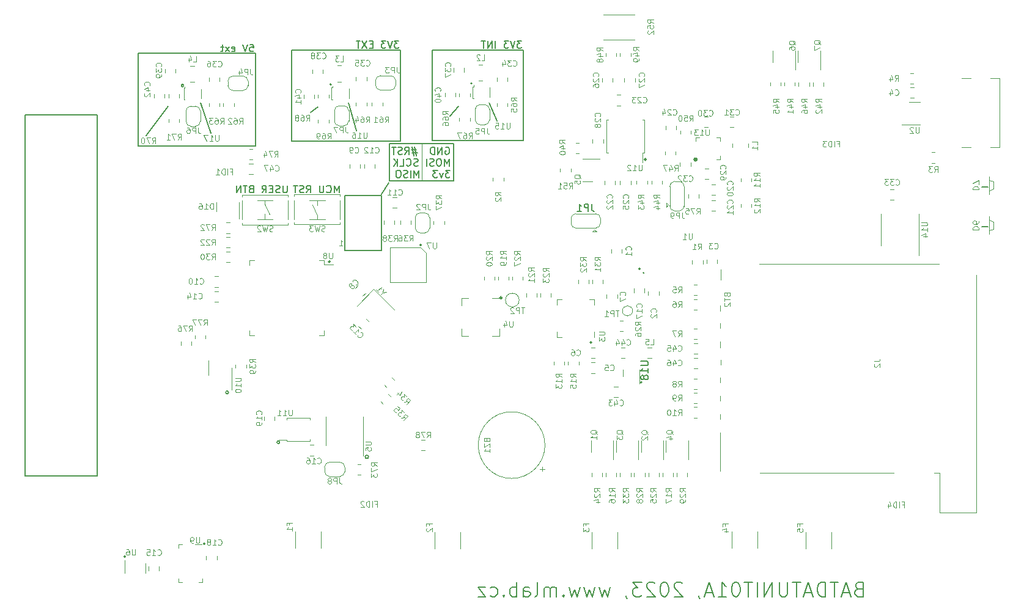
<source format=gbr>
%TF.GenerationSoftware,KiCad,Pcbnew,7.0.8-7.0.8~ubuntu23.04.1*%
%TF.CreationDate,2023-11-19T12:40:42+00:00*%
%TF.ProjectId,BATDATUNIT01,42415444-4154-4554-9e49-5430312e6b69,01A*%
%TF.SameCoordinates,Original*%
%TF.FileFunction,Legend,Bot*%
%TF.FilePolarity,Positive*%
%FSLAX46Y46*%
G04 Gerber Fmt 4.6, Leading zero omitted, Abs format (unit mm)*
G04 Created by KiCad (PCBNEW 7.0.8-7.0.8~ubuntu23.04.1) date 2023-11-19 12:40:42*
%MOMM*%
%LPD*%
G01*
G04 APERTURE LIST*
%ADD10C,0.150000*%
%ADD11C,0.264628*%
%ADD12C,0.100000*%
%ADD13C,0.200000*%
%ADD14C,0.120000*%
G04 APERTURE END LIST*
D10*
X86861000Y46626000D02*
G75*
G03*
X86861000Y46626000I-125000J0D01*
G01*
X15571553Y6779750D02*
G75*
G03*
X15571553Y6779750I-111803J0D01*
G01*
X52136000Y64026000D02*
X61011000Y64026000D01*
X61011000Y58826000D01*
X52136000Y58826000D01*
X52136000Y64026000D01*
X41161000Y68301000D02*
X42186000Y69051000D01*
X80122803Y36451000D02*
G75*
G03*
X80122803Y36451000I-111803J0D01*
G01*
X58036000Y77001000D02*
X70661000Y77001000D01*
X70661000Y64426000D01*
X58036000Y64426000D01*
X58036000Y77001000D01*
X26596553Y8554750D02*
G75*
G03*
X26596553Y8554750I-111803J0D01*
G01*
X61661000Y69176000D02*
X60511000Y67826000D01*
X1636000Y67976000D02*
X11636000Y67976000D01*
X11636000Y17976000D01*
X1636000Y17976000D01*
X1636000Y67976000D01*
X43952421Y47651000D02*
G75*
G03*
X43952421Y47651000I-141421J0D01*
G01*
X38611000Y77001000D02*
X53661000Y77001000D01*
X53661000Y64351000D01*
X38611000Y64351000D01*
X38611000Y77001000D01*
X17311000Y76551000D02*
X33586000Y76551000D01*
X33586000Y63651000D01*
X17311000Y63651000D01*
X17311000Y76551000D01*
X94726058Y61806000D02*
G75*
G03*
X94726058Y61806000I-215058J0D01*
G01*
X49216489Y20601000D02*
G75*
G03*
X49216489Y20601000I-230489J0D01*
G01*
X21450000Y69150000D02*
X18400000Y65100000D01*
X47586000Y65826000D02*
X46436000Y69651000D01*
X36916278Y22626000D02*
G75*
G03*
X36916278Y22626000I-180278J0D01*
G01*
D11*
X67693314Y42651000D02*
G75*
G03*
X67693314Y42651000I-132314J0D01*
G01*
D10*
X29831256Y29526000D02*
G75*
G03*
X29831256Y29526000I-195256J0D01*
G01*
X51056000Y57006000D02*
X52036000Y58626000D01*
X45896000Y56786000D02*
X50976000Y56786000D01*
X50976000Y49166000D01*
X45896000Y49166000D01*
X45896000Y56786000D01*
X56570629Y49976000D02*
G75*
G03*
X56570629Y49976000I-134629J0D01*
G01*
X23641278Y72051000D02*
G75*
G03*
X23641278Y72051000I-180278J0D01*
G01*
X87703705Y61801000D02*
G75*
G03*
X87703705Y61801000I-167705J0D01*
G01*
X25986000Y69676000D02*
X27386000Y65426000D01*
X63531711Y72326000D02*
G75*
G03*
X63531711Y72326000I-70711J0D01*
G01*
X44051139Y72201000D02*
G75*
G03*
X44051139Y72201000I-90139J0D01*
G01*
D12*
X56573500Y64026000D02*
X56573500Y58826000D01*
D10*
X87097803Y30926000D02*
G75*
G03*
X87097803Y30926000I-111803J0D01*
G01*
X65936000Y69701000D02*
X67050000Y67150000D01*
X59875411Y63478562D02*
X59970649Y63526181D01*
X59970649Y63526181D02*
X60113506Y63526181D01*
X60113506Y63526181D02*
X60256363Y63478562D01*
X60256363Y63478562D02*
X60351601Y63383324D01*
X60351601Y63383324D02*
X60399220Y63288086D01*
X60399220Y63288086D02*
X60446839Y63097610D01*
X60446839Y63097610D02*
X60446839Y62954753D01*
X60446839Y62954753D02*
X60399220Y62764277D01*
X60399220Y62764277D02*
X60351601Y62669039D01*
X60351601Y62669039D02*
X60256363Y62573800D01*
X60256363Y62573800D02*
X60113506Y62526181D01*
X60113506Y62526181D02*
X60018268Y62526181D01*
X60018268Y62526181D02*
X59875411Y62573800D01*
X59875411Y62573800D02*
X59827792Y62621420D01*
X59827792Y62621420D02*
X59827792Y62954753D01*
X59827792Y62954753D02*
X60018268Y62954753D01*
X59399220Y62526181D02*
X59399220Y63526181D01*
X59399220Y63526181D02*
X58827792Y62526181D01*
X58827792Y62526181D02*
X58827792Y63526181D01*
X58351601Y62526181D02*
X58351601Y63526181D01*
X58351601Y63526181D02*
X58113506Y63526181D01*
X58113506Y63526181D02*
X57970649Y63478562D01*
X57970649Y63478562D02*
X57875411Y63383324D01*
X57875411Y63383324D02*
X57827792Y63288086D01*
X57827792Y63288086D02*
X57780173Y63097610D01*
X57780173Y63097610D02*
X57780173Y62954753D01*
X57780173Y62954753D02*
X57827792Y62764277D01*
X57827792Y62764277D02*
X57875411Y62669039D01*
X57875411Y62669039D02*
X57970649Y62573800D01*
X57970649Y62573800D02*
X58113506Y62526181D01*
X58113506Y62526181D02*
X58351601Y62526181D01*
X55875410Y63192848D02*
X55161125Y63192848D01*
X55589696Y63621420D02*
X55875410Y62335705D01*
X55256363Y62764277D02*
X55970648Y62764277D01*
X55542077Y62335705D02*
X55256363Y63621420D01*
X54256363Y62526181D02*
X54589696Y63002372D01*
X54827791Y62526181D02*
X54827791Y63526181D01*
X54827791Y63526181D02*
X54446839Y63526181D01*
X54446839Y63526181D02*
X54351601Y63478562D01*
X54351601Y63478562D02*
X54303982Y63430943D01*
X54303982Y63430943D02*
X54256363Y63335705D01*
X54256363Y63335705D02*
X54256363Y63192848D01*
X54256363Y63192848D02*
X54303982Y63097610D01*
X54303982Y63097610D02*
X54351601Y63049991D01*
X54351601Y63049991D02*
X54446839Y63002372D01*
X54446839Y63002372D02*
X54827791Y63002372D01*
X53875410Y62573800D02*
X53732553Y62526181D01*
X53732553Y62526181D02*
X53494458Y62526181D01*
X53494458Y62526181D02*
X53399220Y62573800D01*
X53399220Y62573800D02*
X53351601Y62621420D01*
X53351601Y62621420D02*
X53303982Y62716658D01*
X53303982Y62716658D02*
X53303982Y62811896D01*
X53303982Y62811896D02*
X53351601Y62907134D01*
X53351601Y62907134D02*
X53399220Y62954753D01*
X53399220Y62954753D02*
X53494458Y63002372D01*
X53494458Y63002372D02*
X53684934Y63049991D01*
X53684934Y63049991D02*
X53780172Y63097610D01*
X53780172Y63097610D02*
X53827791Y63145229D01*
X53827791Y63145229D02*
X53875410Y63240467D01*
X53875410Y63240467D02*
X53875410Y63335705D01*
X53875410Y63335705D02*
X53827791Y63430943D01*
X53827791Y63430943D02*
X53780172Y63478562D01*
X53780172Y63478562D02*
X53684934Y63526181D01*
X53684934Y63526181D02*
X53446839Y63526181D01*
X53446839Y63526181D02*
X53303982Y63478562D01*
X53018267Y63526181D02*
X52446839Y63526181D01*
X52732553Y62526181D02*
X52732553Y63526181D01*
X60399220Y60916181D02*
X60399220Y61916181D01*
X60399220Y61916181D02*
X60065887Y61201896D01*
X60065887Y61201896D02*
X59732554Y61916181D01*
X59732554Y61916181D02*
X59732554Y60916181D01*
X59065887Y61916181D02*
X58875411Y61916181D01*
X58875411Y61916181D02*
X58780173Y61868562D01*
X58780173Y61868562D02*
X58684935Y61773324D01*
X58684935Y61773324D02*
X58637316Y61582848D01*
X58637316Y61582848D02*
X58637316Y61249515D01*
X58637316Y61249515D02*
X58684935Y61059039D01*
X58684935Y61059039D02*
X58780173Y60963800D01*
X58780173Y60963800D02*
X58875411Y60916181D01*
X58875411Y60916181D02*
X59065887Y60916181D01*
X59065887Y60916181D02*
X59161125Y60963800D01*
X59161125Y60963800D02*
X59256363Y61059039D01*
X59256363Y61059039D02*
X59303982Y61249515D01*
X59303982Y61249515D02*
X59303982Y61582848D01*
X59303982Y61582848D02*
X59256363Y61773324D01*
X59256363Y61773324D02*
X59161125Y61868562D01*
X59161125Y61868562D02*
X59065887Y61916181D01*
X58256363Y60963800D02*
X58113506Y60916181D01*
X58113506Y60916181D02*
X57875411Y60916181D01*
X57875411Y60916181D02*
X57780173Y60963800D01*
X57780173Y60963800D02*
X57732554Y61011420D01*
X57732554Y61011420D02*
X57684935Y61106658D01*
X57684935Y61106658D02*
X57684935Y61201896D01*
X57684935Y61201896D02*
X57732554Y61297134D01*
X57732554Y61297134D02*
X57780173Y61344753D01*
X57780173Y61344753D02*
X57875411Y61392372D01*
X57875411Y61392372D02*
X58065887Y61439991D01*
X58065887Y61439991D02*
X58161125Y61487610D01*
X58161125Y61487610D02*
X58208744Y61535229D01*
X58208744Y61535229D02*
X58256363Y61630467D01*
X58256363Y61630467D02*
X58256363Y61725705D01*
X58256363Y61725705D02*
X58208744Y61820943D01*
X58208744Y61820943D02*
X58161125Y61868562D01*
X58161125Y61868562D02*
X58065887Y61916181D01*
X58065887Y61916181D02*
X57827792Y61916181D01*
X57827792Y61916181D02*
X57684935Y61868562D01*
X57256363Y60916181D02*
X57256363Y61916181D01*
X56065887Y60963800D02*
X55923030Y60916181D01*
X55923030Y60916181D02*
X55684935Y60916181D01*
X55684935Y60916181D02*
X55589697Y60963800D01*
X55589697Y60963800D02*
X55542078Y61011420D01*
X55542078Y61011420D02*
X55494459Y61106658D01*
X55494459Y61106658D02*
X55494459Y61201896D01*
X55494459Y61201896D02*
X55542078Y61297134D01*
X55542078Y61297134D02*
X55589697Y61344753D01*
X55589697Y61344753D02*
X55684935Y61392372D01*
X55684935Y61392372D02*
X55875411Y61439991D01*
X55875411Y61439991D02*
X55970649Y61487610D01*
X55970649Y61487610D02*
X56018268Y61535229D01*
X56018268Y61535229D02*
X56065887Y61630467D01*
X56065887Y61630467D02*
X56065887Y61725705D01*
X56065887Y61725705D02*
X56018268Y61820943D01*
X56018268Y61820943D02*
X55970649Y61868562D01*
X55970649Y61868562D02*
X55875411Y61916181D01*
X55875411Y61916181D02*
X55637316Y61916181D01*
X55637316Y61916181D02*
X55494459Y61868562D01*
X54494459Y61011420D02*
X54542078Y60963800D01*
X54542078Y60963800D02*
X54684935Y60916181D01*
X54684935Y60916181D02*
X54780173Y60916181D01*
X54780173Y60916181D02*
X54923030Y60963800D01*
X54923030Y60963800D02*
X55018268Y61059039D01*
X55018268Y61059039D02*
X55065887Y61154277D01*
X55065887Y61154277D02*
X55113506Y61344753D01*
X55113506Y61344753D02*
X55113506Y61487610D01*
X55113506Y61487610D02*
X55065887Y61678086D01*
X55065887Y61678086D02*
X55018268Y61773324D01*
X55018268Y61773324D02*
X54923030Y61868562D01*
X54923030Y61868562D02*
X54780173Y61916181D01*
X54780173Y61916181D02*
X54684935Y61916181D01*
X54684935Y61916181D02*
X54542078Y61868562D01*
X54542078Y61868562D02*
X54494459Y61820943D01*
X53589697Y60916181D02*
X54065887Y60916181D01*
X54065887Y60916181D02*
X54065887Y61916181D01*
X53256363Y60916181D02*
X53256363Y61916181D01*
X52684935Y60916181D02*
X53113506Y61487610D01*
X52684935Y61916181D02*
X53256363Y61344753D01*
X60494458Y60306181D02*
X59875411Y60306181D01*
X59875411Y60306181D02*
X60208744Y59925229D01*
X60208744Y59925229D02*
X60065887Y59925229D01*
X60065887Y59925229D02*
X59970649Y59877610D01*
X59970649Y59877610D02*
X59923030Y59829991D01*
X59923030Y59829991D02*
X59875411Y59734753D01*
X59875411Y59734753D02*
X59875411Y59496658D01*
X59875411Y59496658D02*
X59923030Y59401420D01*
X59923030Y59401420D02*
X59970649Y59353800D01*
X59970649Y59353800D02*
X60065887Y59306181D01*
X60065887Y59306181D02*
X60351601Y59306181D01*
X60351601Y59306181D02*
X60446839Y59353800D01*
X60446839Y59353800D02*
X60494458Y59401420D01*
X59542077Y59972848D02*
X59303982Y59306181D01*
X59303982Y59306181D02*
X59065887Y59972848D01*
X58780172Y60306181D02*
X58161125Y60306181D01*
X58161125Y60306181D02*
X58494458Y59925229D01*
X58494458Y59925229D02*
X58351601Y59925229D01*
X58351601Y59925229D02*
X58256363Y59877610D01*
X58256363Y59877610D02*
X58208744Y59829991D01*
X58208744Y59829991D02*
X58161125Y59734753D01*
X58161125Y59734753D02*
X58161125Y59496658D01*
X58161125Y59496658D02*
X58208744Y59401420D01*
X58208744Y59401420D02*
X58256363Y59353800D01*
X58256363Y59353800D02*
X58351601Y59306181D01*
X58351601Y59306181D02*
X58637315Y59306181D01*
X58637315Y59306181D02*
X58732553Y59353800D01*
X58732553Y59353800D02*
X58780172Y59401420D01*
X56208743Y59306181D02*
X56208743Y60306181D01*
X56208743Y60306181D02*
X55875410Y59591896D01*
X55875410Y59591896D02*
X55542077Y60306181D01*
X55542077Y60306181D02*
X55542077Y59306181D01*
X55065886Y59306181D02*
X55065886Y60306181D01*
X54637315Y59353800D02*
X54494458Y59306181D01*
X54494458Y59306181D02*
X54256363Y59306181D01*
X54256363Y59306181D02*
X54161125Y59353800D01*
X54161125Y59353800D02*
X54113506Y59401420D01*
X54113506Y59401420D02*
X54065887Y59496658D01*
X54065887Y59496658D02*
X54065887Y59591896D01*
X54065887Y59591896D02*
X54113506Y59687134D01*
X54113506Y59687134D02*
X54161125Y59734753D01*
X54161125Y59734753D02*
X54256363Y59782372D01*
X54256363Y59782372D02*
X54446839Y59829991D01*
X54446839Y59829991D02*
X54542077Y59877610D01*
X54542077Y59877610D02*
X54589696Y59925229D01*
X54589696Y59925229D02*
X54637315Y60020467D01*
X54637315Y60020467D02*
X54637315Y60115705D01*
X54637315Y60115705D02*
X54589696Y60210943D01*
X54589696Y60210943D02*
X54542077Y60258562D01*
X54542077Y60258562D02*
X54446839Y60306181D01*
X54446839Y60306181D02*
X54208744Y60306181D01*
X54208744Y60306181D02*
X54065887Y60258562D01*
X53446839Y60306181D02*
X53256363Y60306181D01*
X53256363Y60306181D02*
X53161125Y60258562D01*
X53161125Y60258562D02*
X53065887Y60163324D01*
X53065887Y60163324D02*
X53018268Y59972848D01*
X53018268Y59972848D02*
X53018268Y59639515D01*
X53018268Y59639515D02*
X53065887Y59449039D01*
X53065887Y59449039D02*
X53161125Y59353800D01*
X53161125Y59353800D02*
X53256363Y59306181D01*
X53256363Y59306181D02*
X53446839Y59306181D01*
X53446839Y59306181D02*
X53542077Y59353800D01*
X53542077Y59353800D02*
X53637315Y59449039D01*
X53637315Y59449039D02*
X53684934Y59639515D01*
X53684934Y59639515D02*
X53684934Y59972848D01*
X53684934Y59972848D02*
X53637315Y60163324D01*
X53637315Y60163324D02*
X53542077Y60258562D01*
X53542077Y60258562D02*
X53446839Y60306181D01*
X37949220Y58206181D02*
X37949220Y57396658D01*
X37949220Y57396658D02*
X37901601Y57301420D01*
X37901601Y57301420D02*
X37853982Y57253800D01*
X37853982Y57253800D02*
X37758744Y57206181D01*
X37758744Y57206181D02*
X37568268Y57206181D01*
X37568268Y57206181D02*
X37473030Y57253800D01*
X37473030Y57253800D02*
X37425411Y57301420D01*
X37425411Y57301420D02*
X37377792Y57396658D01*
X37377792Y57396658D02*
X37377792Y58206181D01*
X36949220Y57253800D02*
X36806363Y57206181D01*
X36806363Y57206181D02*
X36568268Y57206181D01*
X36568268Y57206181D02*
X36473030Y57253800D01*
X36473030Y57253800D02*
X36425411Y57301420D01*
X36425411Y57301420D02*
X36377792Y57396658D01*
X36377792Y57396658D02*
X36377792Y57491896D01*
X36377792Y57491896D02*
X36425411Y57587134D01*
X36425411Y57587134D02*
X36473030Y57634753D01*
X36473030Y57634753D02*
X36568268Y57682372D01*
X36568268Y57682372D02*
X36758744Y57729991D01*
X36758744Y57729991D02*
X36853982Y57777610D01*
X36853982Y57777610D02*
X36901601Y57825229D01*
X36901601Y57825229D02*
X36949220Y57920467D01*
X36949220Y57920467D02*
X36949220Y58015705D01*
X36949220Y58015705D02*
X36901601Y58110943D01*
X36901601Y58110943D02*
X36853982Y58158562D01*
X36853982Y58158562D02*
X36758744Y58206181D01*
X36758744Y58206181D02*
X36520649Y58206181D01*
X36520649Y58206181D02*
X36377792Y58158562D01*
X35949220Y57729991D02*
X35615887Y57729991D01*
X35473030Y57206181D02*
X35949220Y57206181D01*
X35949220Y57206181D02*
X35949220Y58206181D01*
X35949220Y58206181D02*
X35473030Y58206181D01*
X34473030Y57206181D02*
X34806363Y57682372D01*
X35044458Y57206181D02*
X35044458Y58206181D01*
X35044458Y58206181D02*
X34663506Y58206181D01*
X34663506Y58206181D02*
X34568268Y58158562D01*
X34568268Y58158562D02*
X34520649Y58110943D01*
X34520649Y58110943D02*
X34473030Y58015705D01*
X34473030Y58015705D02*
X34473030Y57872848D01*
X34473030Y57872848D02*
X34520649Y57777610D01*
X34520649Y57777610D02*
X34568268Y57729991D01*
X34568268Y57729991D02*
X34663506Y57682372D01*
X34663506Y57682372D02*
X35044458Y57682372D01*
X32949220Y57729991D02*
X32806363Y57682372D01*
X32806363Y57682372D02*
X32758744Y57634753D01*
X32758744Y57634753D02*
X32711125Y57539515D01*
X32711125Y57539515D02*
X32711125Y57396658D01*
X32711125Y57396658D02*
X32758744Y57301420D01*
X32758744Y57301420D02*
X32806363Y57253800D01*
X32806363Y57253800D02*
X32901601Y57206181D01*
X32901601Y57206181D02*
X33282553Y57206181D01*
X33282553Y57206181D02*
X33282553Y58206181D01*
X33282553Y58206181D02*
X32949220Y58206181D01*
X32949220Y58206181D02*
X32853982Y58158562D01*
X32853982Y58158562D02*
X32806363Y58110943D01*
X32806363Y58110943D02*
X32758744Y58015705D01*
X32758744Y58015705D02*
X32758744Y57920467D01*
X32758744Y57920467D02*
X32806363Y57825229D01*
X32806363Y57825229D02*
X32853982Y57777610D01*
X32853982Y57777610D02*
X32949220Y57729991D01*
X32949220Y57729991D02*
X33282553Y57729991D01*
X32425410Y58206181D02*
X31853982Y58206181D01*
X32139696Y57206181D02*
X32139696Y58206181D01*
X31520648Y57206181D02*
X31520648Y58206181D01*
X31520648Y58206181D02*
X30949220Y57206181D01*
X30949220Y57206181D02*
X30949220Y58206181D01*
X70419458Y78256181D02*
X69800411Y78256181D01*
X69800411Y78256181D02*
X70133744Y77875229D01*
X70133744Y77875229D02*
X69990887Y77875229D01*
X69990887Y77875229D02*
X69895649Y77827610D01*
X69895649Y77827610D02*
X69848030Y77779991D01*
X69848030Y77779991D02*
X69800411Y77684753D01*
X69800411Y77684753D02*
X69800411Y77446658D01*
X69800411Y77446658D02*
X69848030Y77351420D01*
X69848030Y77351420D02*
X69895649Y77303800D01*
X69895649Y77303800D02*
X69990887Y77256181D01*
X69990887Y77256181D02*
X70276601Y77256181D01*
X70276601Y77256181D02*
X70371839Y77303800D01*
X70371839Y77303800D02*
X70419458Y77351420D01*
X69514696Y78256181D02*
X69181363Y77256181D01*
X69181363Y77256181D02*
X68848030Y78256181D01*
X68609934Y78256181D02*
X67990887Y78256181D01*
X67990887Y78256181D02*
X68324220Y77875229D01*
X68324220Y77875229D02*
X68181363Y77875229D01*
X68181363Y77875229D02*
X68086125Y77827610D01*
X68086125Y77827610D02*
X68038506Y77779991D01*
X68038506Y77779991D02*
X67990887Y77684753D01*
X67990887Y77684753D02*
X67990887Y77446658D01*
X67990887Y77446658D02*
X68038506Y77351420D01*
X68038506Y77351420D02*
X68086125Y77303800D01*
X68086125Y77303800D02*
X68181363Y77256181D01*
X68181363Y77256181D02*
X68467077Y77256181D01*
X68467077Y77256181D02*
X68562315Y77303800D01*
X68562315Y77303800D02*
X68609934Y77351420D01*
X66800410Y77256181D02*
X66800410Y78256181D01*
X66324220Y77256181D02*
X66324220Y78256181D01*
X66324220Y78256181D02*
X65752792Y77256181D01*
X65752792Y77256181D02*
X65752792Y78256181D01*
X65419458Y78256181D02*
X64848030Y78256181D01*
X65133744Y77256181D02*
X65133744Y78256181D01*
X45149220Y57206181D02*
X45149220Y58206181D01*
X45149220Y58206181D02*
X44815887Y57491896D01*
X44815887Y57491896D02*
X44482554Y58206181D01*
X44482554Y58206181D02*
X44482554Y57206181D01*
X43434935Y57301420D02*
X43482554Y57253800D01*
X43482554Y57253800D02*
X43625411Y57206181D01*
X43625411Y57206181D02*
X43720649Y57206181D01*
X43720649Y57206181D02*
X43863506Y57253800D01*
X43863506Y57253800D02*
X43958744Y57349039D01*
X43958744Y57349039D02*
X44006363Y57444277D01*
X44006363Y57444277D02*
X44053982Y57634753D01*
X44053982Y57634753D02*
X44053982Y57777610D01*
X44053982Y57777610D02*
X44006363Y57968086D01*
X44006363Y57968086D02*
X43958744Y58063324D01*
X43958744Y58063324D02*
X43863506Y58158562D01*
X43863506Y58158562D02*
X43720649Y58206181D01*
X43720649Y58206181D02*
X43625411Y58206181D01*
X43625411Y58206181D02*
X43482554Y58158562D01*
X43482554Y58158562D02*
X43434935Y58110943D01*
X43006363Y58206181D02*
X43006363Y57396658D01*
X43006363Y57396658D02*
X42958744Y57301420D01*
X42958744Y57301420D02*
X42911125Y57253800D01*
X42911125Y57253800D02*
X42815887Y57206181D01*
X42815887Y57206181D02*
X42625411Y57206181D01*
X42625411Y57206181D02*
X42530173Y57253800D01*
X42530173Y57253800D02*
X42482554Y57301420D01*
X42482554Y57301420D02*
X42434935Y57396658D01*
X42434935Y57396658D02*
X42434935Y58206181D01*
X40625411Y57206181D02*
X40958744Y57682372D01*
X41196839Y57206181D02*
X41196839Y58206181D01*
X41196839Y58206181D02*
X40815887Y58206181D01*
X40815887Y58206181D02*
X40720649Y58158562D01*
X40720649Y58158562D02*
X40673030Y58110943D01*
X40673030Y58110943D02*
X40625411Y58015705D01*
X40625411Y58015705D02*
X40625411Y57872848D01*
X40625411Y57872848D02*
X40673030Y57777610D01*
X40673030Y57777610D02*
X40720649Y57729991D01*
X40720649Y57729991D02*
X40815887Y57682372D01*
X40815887Y57682372D02*
X41196839Y57682372D01*
X40244458Y57253800D02*
X40101601Y57206181D01*
X40101601Y57206181D02*
X39863506Y57206181D01*
X39863506Y57206181D02*
X39768268Y57253800D01*
X39768268Y57253800D02*
X39720649Y57301420D01*
X39720649Y57301420D02*
X39673030Y57396658D01*
X39673030Y57396658D02*
X39673030Y57491896D01*
X39673030Y57491896D02*
X39720649Y57587134D01*
X39720649Y57587134D02*
X39768268Y57634753D01*
X39768268Y57634753D02*
X39863506Y57682372D01*
X39863506Y57682372D02*
X40053982Y57729991D01*
X40053982Y57729991D02*
X40149220Y57777610D01*
X40149220Y57777610D02*
X40196839Y57825229D01*
X40196839Y57825229D02*
X40244458Y57920467D01*
X40244458Y57920467D02*
X40244458Y58015705D01*
X40244458Y58015705D02*
X40196839Y58110943D01*
X40196839Y58110943D02*
X40149220Y58158562D01*
X40149220Y58158562D02*
X40053982Y58206181D01*
X40053982Y58206181D02*
X39815887Y58206181D01*
X39815887Y58206181D02*
X39673030Y58158562D01*
X39387315Y58206181D02*
X38815887Y58206181D01*
X39101601Y57206181D02*
X39101601Y58206181D01*
X32773030Y77756181D02*
X33249220Y77756181D01*
X33249220Y77756181D02*
X33296839Y77279991D01*
X33296839Y77279991D02*
X33249220Y77327610D01*
X33249220Y77327610D02*
X33153982Y77375229D01*
X33153982Y77375229D02*
X32915887Y77375229D01*
X32915887Y77375229D02*
X32820649Y77327610D01*
X32820649Y77327610D02*
X32773030Y77279991D01*
X32773030Y77279991D02*
X32725411Y77184753D01*
X32725411Y77184753D02*
X32725411Y76946658D01*
X32725411Y76946658D02*
X32773030Y76851420D01*
X32773030Y76851420D02*
X32820649Y76803800D01*
X32820649Y76803800D02*
X32915887Y76756181D01*
X32915887Y76756181D02*
X33153982Y76756181D01*
X33153982Y76756181D02*
X33249220Y76803800D01*
X33249220Y76803800D02*
X33296839Y76851420D01*
X32439696Y77756181D02*
X32106363Y76756181D01*
X32106363Y76756181D02*
X31773030Y77756181D01*
X30296839Y76803800D02*
X30392077Y76756181D01*
X30392077Y76756181D02*
X30582553Y76756181D01*
X30582553Y76756181D02*
X30677791Y76803800D01*
X30677791Y76803800D02*
X30725410Y76899039D01*
X30725410Y76899039D02*
X30725410Y77279991D01*
X30725410Y77279991D02*
X30677791Y77375229D01*
X30677791Y77375229D02*
X30582553Y77422848D01*
X30582553Y77422848D02*
X30392077Y77422848D01*
X30392077Y77422848D02*
X30296839Y77375229D01*
X30296839Y77375229D02*
X30249220Y77279991D01*
X30249220Y77279991D02*
X30249220Y77184753D01*
X30249220Y77184753D02*
X30725410Y77089515D01*
X29915886Y76756181D02*
X29392077Y77422848D01*
X29915886Y77422848D02*
X29392077Y76756181D01*
X29153981Y77422848D02*
X28773029Y77422848D01*
X29011124Y77756181D02*
X29011124Y76899039D01*
X29011124Y76899039D02*
X28963505Y76803800D01*
X28963505Y76803800D02*
X28868267Y76756181D01*
X28868267Y76756181D02*
X28773029Y76756181D01*
D13*
X117061564Y2278781D02*
X116775850Y2183543D01*
X116775850Y2183543D02*
X116680612Y2088305D01*
X116680612Y2088305D02*
X116585374Y1897829D01*
X116585374Y1897829D02*
X116585374Y1612115D01*
X116585374Y1612115D02*
X116680612Y1421639D01*
X116680612Y1421639D02*
X116775850Y1326400D01*
X116775850Y1326400D02*
X116966326Y1231162D01*
X116966326Y1231162D02*
X117728231Y1231162D01*
X117728231Y1231162D02*
X117728231Y3231162D01*
X117728231Y3231162D02*
X117061564Y3231162D01*
X117061564Y3231162D02*
X116871088Y3135924D01*
X116871088Y3135924D02*
X116775850Y3040686D01*
X116775850Y3040686D02*
X116680612Y2850210D01*
X116680612Y2850210D02*
X116680612Y2659734D01*
X116680612Y2659734D02*
X116775850Y2469258D01*
X116775850Y2469258D02*
X116871088Y2374020D01*
X116871088Y2374020D02*
X117061564Y2278781D01*
X117061564Y2278781D02*
X117728231Y2278781D01*
X115823469Y1802591D02*
X114871088Y1802591D01*
X116013945Y1231162D02*
X115347279Y3231162D01*
X115347279Y3231162D02*
X114680612Y1231162D01*
X114299659Y3231162D02*
X113156802Y3231162D01*
X113728231Y1231162D02*
X113728231Y3231162D01*
X112490135Y1231162D02*
X112490135Y3231162D01*
X112490135Y3231162D02*
X112013945Y3231162D01*
X112013945Y3231162D02*
X111728230Y3135924D01*
X111728230Y3135924D02*
X111537754Y2945448D01*
X111537754Y2945448D02*
X111442516Y2754972D01*
X111442516Y2754972D02*
X111347278Y2374020D01*
X111347278Y2374020D02*
X111347278Y2088305D01*
X111347278Y2088305D02*
X111442516Y1707353D01*
X111442516Y1707353D02*
X111537754Y1516877D01*
X111537754Y1516877D02*
X111728230Y1326400D01*
X111728230Y1326400D02*
X112013945Y1231162D01*
X112013945Y1231162D02*
X112490135Y1231162D01*
X110585373Y1802591D02*
X109632992Y1802591D01*
X110775849Y1231162D02*
X110109183Y3231162D01*
X110109183Y3231162D02*
X109442516Y1231162D01*
X109061563Y3231162D02*
X107918706Y3231162D01*
X108490135Y1231162D02*
X108490135Y3231162D01*
X107252039Y3231162D02*
X107252039Y1612115D01*
X107252039Y1612115D02*
X107156801Y1421639D01*
X107156801Y1421639D02*
X107061563Y1326400D01*
X107061563Y1326400D02*
X106871087Y1231162D01*
X106871087Y1231162D02*
X106490134Y1231162D01*
X106490134Y1231162D02*
X106299658Y1326400D01*
X106299658Y1326400D02*
X106204420Y1421639D01*
X106204420Y1421639D02*
X106109182Y1612115D01*
X106109182Y1612115D02*
X106109182Y3231162D01*
X105156801Y1231162D02*
X105156801Y3231162D01*
X105156801Y3231162D02*
X104013944Y1231162D01*
X104013944Y1231162D02*
X104013944Y3231162D01*
X103061563Y1231162D02*
X103061563Y3231162D01*
X102394896Y3231162D02*
X101252039Y3231162D01*
X101823468Y1231162D02*
X101823468Y3231162D01*
X100204420Y3231162D02*
X100013943Y3231162D01*
X100013943Y3231162D02*
X99823467Y3135924D01*
X99823467Y3135924D02*
X99728229Y3040686D01*
X99728229Y3040686D02*
X99632991Y2850210D01*
X99632991Y2850210D02*
X99537753Y2469258D01*
X99537753Y2469258D02*
X99537753Y1993067D01*
X99537753Y1993067D02*
X99632991Y1612115D01*
X99632991Y1612115D02*
X99728229Y1421639D01*
X99728229Y1421639D02*
X99823467Y1326400D01*
X99823467Y1326400D02*
X100013943Y1231162D01*
X100013943Y1231162D02*
X100204420Y1231162D01*
X100204420Y1231162D02*
X100394896Y1326400D01*
X100394896Y1326400D02*
X100490134Y1421639D01*
X100490134Y1421639D02*
X100585372Y1612115D01*
X100585372Y1612115D02*
X100680610Y1993067D01*
X100680610Y1993067D02*
X100680610Y2469258D01*
X100680610Y2469258D02*
X100585372Y2850210D01*
X100585372Y2850210D02*
X100490134Y3040686D01*
X100490134Y3040686D02*
X100394896Y3135924D01*
X100394896Y3135924D02*
X100204420Y3231162D01*
X97632991Y1231162D02*
X98775848Y1231162D01*
X98204420Y1231162D02*
X98204420Y3231162D01*
X98204420Y3231162D02*
X98394896Y2945448D01*
X98394896Y2945448D02*
X98585372Y2754972D01*
X98585372Y2754972D02*
X98775848Y2659734D01*
X96871086Y1802591D02*
X95918705Y1802591D01*
X97061562Y1231162D02*
X96394896Y3231162D01*
X96394896Y3231162D02*
X95728229Y1231162D01*
X94966324Y1326400D02*
X94966324Y1231162D01*
X94966324Y1231162D02*
X95061562Y1040686D01*
X95061562Y1040686D02*
X95156800Y945448D01*
X92680609Y3040686D02*
X92585371Y3135924D01*
X92585371Y3135924D02*
X92394895Y3231162D01*
X92394895Y3231162D02*
X91918704Y3231162D01*
X91918704Y3231162D02*
X91728228Y3135924D01*
X91728228Y3135924D02*
X91632990Y3040686D01*
X91632990Y3040686D02*
X91537752Y2850210D01*
X91537752Y2850210D02*
X91537752Y2659734D01*
X91537752Y2659734D02*
X91632990Y2374020D01*
X91632990Y2374020D02*
X92775847Y1231162D01*
X92775847Y1231162D02*
X91537752Y1231162D01*
X90299657Y3231162D02*
X90109180Y3231162D01*
X90109180Y3231162D02*
X89918704Y3135924D01*
X89918704Y3135924D02*
X89823466Y3040686D01*
X89823466Y3040686D02*
X89728228Y2850210D01*
X89728228Y2850210D02*
X89632990Y2469258D01*
X89632990Y2469258D02*
X89632990Y1993067D01*
X89632990Y1993067D02*
X89728228Y1612115D01*
X89728228Y1612115D02*
X89823466Y1421639D01*
X89823466Y1421639D02*
X89918704Y1326400D01*
X89918704Y1326400D02*
X90109180Y1231162D01*
X90109180Y1231162D02*
X90299657Y1231162D01*
X90299657Y1231162D02*
X90490133Y1326400D01*
X90490133Y1326400D02*
X90585371Y1421639D01*
X90585371Y1421639D02*
X90680609Y1612115D01*
X90680609Y1612115D02*
X90775847Y1993067D01*
X90775847Y1993067D02*
X90775847Y2469258D01*
X90775847Y2469258D02*
X90680609Y2850210D01*
X90680609Y2850210D02*
X90585371Y3040686D01*
X90585371Y3040686D02*
X90490133Y3135924D01*
X90490133Y3135924D02*
X90299657Y3231162D01*
X88871085Y3040686D02*
X88775847Y3135924D01*
X88775847Y3135924D02*
X88585371Y3231162D01*
X88585371Y3231162D02*
X88109180Y3231162D01*
X88109180Y3231162D02*
X87918704Y3135924D01*
X87918704Y3135924D02*
X87823466Y3040686D01*
X87823466Y3040686D02*
X87728228Y2850210D01*
X87728228Y2850210D02*
X87728228Y2659734D01*
X87728228Y2659734D02*
X87823466Y2374020D01*
X87823466Y2374020D02*
X88966323Y1231162D01*
X88966323Y1231162D02*
X87728228Y1231162D01*
X87061561Y3231162D02*
X85823466Y3231162D01*
X85823466Y3231162D02*
X86490133Y2469258D01*
X86490133Y2469258D02*
X86204418Y2469258D01*
X86204418Y2469258D02*
X86013942Y2374020D01*
X86013942Y2374020D02*
X85918704Y2278781D01*
X85918704Y2278781D02*
X85823466Y2088305D01*
X85823466Y2088305D02*
X85823466Y1612115D01*
X85823466Y1612115D02*
X85918704Y1421639D01*
X85918704Y1421639D02*
X86013942Y1326400D01*
X86013942Y1326400D02*
X86204418Y1231162D01*
X86204418Y1231162D02*
X86775847Y1231162D01*
X86775847Y1231162D02*
X86966323Y1326400D01*
X86966323Y1326400D02*
X87061561Y1421639D01*
X84871085Y1326400D02*
X84871085Y1231162D01*
X84871085Y1231162D02*
X84966323Y1040686D01*
X84966323Y1040686D02*
X85061561Y945448D01*
X82680608Y2564496D02*
X82299656Y1231162D01*
X82299656Y1231162D02*
X81918703Y2183543D01*
X81918703Y2183543D02*
X81537751Y1231162D01*
X81537751Y1231162D02*
X81156799Y2564496D01*
X80585370Y2564496D02*
X80204418Y1231162D01*
X80204418Y1231162D02*
X79823465Y2183543D01*
X79823465Y2183543D02*
X79442513Y1231162D01*
X79442513Y1231162D02*
X79061561Y2564496D01*
X78490132Y2564496D02*
X78109180Y1231162D01*
X78109180Y1231162D02*
X77728227Y2183543D01*
X77728227Y2183543D02*
X77347275Y1231162D01*
X77347275Y1231162D02*
X76966323Y2564496D01*
X76204418Y1421639D02*
X76109180Y1326400D01*
X76109180Y1326400D02*
X76204418Y1231162D01*
X76204418Y1231162D02*
X76299656Y1326400D01*
X76299656Y1326400D02*
X76204418Y1421639D01*
X76204418Y1421639D02*
X76204418Y1231162D01*
X75252037Y1231162D02*
X75252037Y2564496D01*
X75252037Y2374020D02*
X75156799Y2469258D01*
X75156799Y2469258D02*
X74966323Y2564496D01*
X74966323Y2564496D02*
X74680608Y2564496D01*
X74680608Y2564496D02*
X74490132Y2469258D01*
X74490132Y2469258D02*
X74394894Y2278781D01*
X74394894Y2278781D02*
X74394894Y1231162D01*
X74394894Y2278781D02*
X74299656Y2469258D01*
X74299656Y2469258D02*
X74109180Y2564496D01*
X74109180Y2564496D02*
X73823466Y2564496D01*
X73823466Y2564496D02*
X73632989Y2469258D01*
X73632989Y2469258D02*
X73537751Y2278781D01*
X73537751Y2278781D02*
X73537751Y1231162D01*
X72299656Y1231162D02*
X72490132Y1326400D01*
X72490132Y1326400D02*
X72585370Y1516877D01*
X72585370Y1516877D02*
X72585370Y3231162D01*
X70680608Y1231162D02*
X70680608Y2278781D01*
X70680608Y2278781D02*
X70775846Y2469258D01*
X70775846Y2469258D02*
X70966322Y2564496D01*
X70966322Y2564496D02*
X71347275Y2564496D01*
X71347275Y2564496D02*
X71537751Y2469258D01*
X70680608Y1326400D02*
X70871084Y1231162D01*
X70871084Y1231162D02*
X71347275Y1231162D01*
X71347275Y1231162D02*
X71537751Y1326400D01*
X71537751Y1326400D02*
X71632989Y1516877D01*
X71632989Y1516877D02*
X71632989Y1707353D01*
X71632989Y1707353D02*
X71537751Y1897829D01*
X71537751Y1897829D02*
X71347275Y1993067D01*
X71347275Y1993067D02*
X70871084Y1993067D01*
X70871084Y1993067D02*
X70680608Y2088305D01*
X69728227Y1231162D02*
X69728227Y3231162D01*
X69728227Y2469258D02*
X69537751Y2564496D01*
X69537751Y2564496D02*
X69156798Y2564496D01*
X69156798Y2564496D02*
X68966322Y2469258D01*
X68966322Y2469258D02*
X68871084Y2374020D01*
X68871084Y2374020D02*
X68775846Y2183543D01*
X68775846Y2183543D02*
X68775846Y1612115D01*
X68775846Y1612115D02*
X68871084Y1421639D01*
X68871084Y1421639D02*
X68966322Y1326400D01*
X68966322Y1326400D02*
X69156798Y1231162D01*
X69156798Y1231162D02*
X69537751Y1231162D01*
X69537751Y1231162D02*
X69728227Y1326400D01*
X67918703Y1421639D02*
X67823465Y1326400D01*
X67823465Y1326400D02*
X67918703Y1231162D01*
X67918703Y1231162D02*
X68013941Y1326400D01*
X68013941Y1326400D02*
X67918703Y1421639D01*
X67918703Y1421639D02*
X67918703Y1231162D01*
X66109179Y1326400D02*
X66299655Y1231162D01*
X66299655Y1231162D02*
X66680608Y1231162D01*
X66680608Y1231162D02*
X66871084Y1326400D01*
X66871084Y1326400D02*
X66966322Y1421639D01*
X66966322Y1421639D02*
X67061560Y1612115D01*
X67061560Y1612115D02*
X67061560Y2183543D01*
X67061560Y2183543D02*
X66966322Y2374020D01*
X66966322Y2374020D02*
X66871084Y2469258D01*
X66871084Y2469258D02*
X66680608Y2564496D01*
X66680608Y2564496D02*
X66299655Y2564496D01*
X66299655Y2564496D02*
X66109179Y2469258D01*
X65442512Y2564496D02*
X64394893Y2564496D01*
X64394893Y2564496D02*
X65442512Y1231162D01*
X65442512Y1231162D02*
X64394893Y1231162D01*
D10*
X53419458Y78256181D02*
X52800411Y78256181D01*
X52800411Y78256181D02*
X53133744Y77875229D01*
X53133744Y77875229D02*
X52990887Y77875229D01*
X52990887Y77875229D02*
X52895649Y77827610D01*
X52895649Y77827610D02*
X52848030Y77779991D01*
X52848030Y77779991D02*
X52800411Y77684753D01*
X52800411Y77684753D02*
X52800411Y77446658D01*
X52800411Y77446658D02*
X52848030Y77351420D01*
X52848030Y77351420D02*
X52895649Y77303800D01*
X52895649Y77303800D02*
X52990887Y77256181D01*
X52990887Y77256181D02*
X53276601Y77256181D01*
X53276601Y77256181D02*
X53371839Y77303800D01*
X53371839Y77303800D02*
X53419458Y77351420D01*
X52514696Y78256181D02*
X52181363Y77256181D01*
X52181363Y77256181D02*
X51848030Y78256181D01*
X51609934Y78256181D02*
X50990887Y78256181D01*
X50990887Y78256181D02*
X51324220Y77875229D01*
X51324220Y77875229D02*
X51181363Y77875229D01*
X51181363Y77875229D02*
X51086125Y77827610D01*
X51086125Y77827610D02*
X51038506Y77779991D01*
X51038506Y77779991D02*
X50990887Y77684753D01*
X50990887Y77684753D02*
X50990887Y77446658D01*
X50990887Y77446658D02*
X51038506Y77351420D01*
X51038506Y77351420D02*
X51086125Y77303800D01*
X51086125Y77303800D02*
X51181363Y77256181D01*
X51181363Y77256181D02*
X51467077Y77256181D01*
X51467077Y77256181D02*
X51562315Y77303800D01*
X51562315Y77303800D02*
X51609934Y77351420D01*
X49800410Y77779991D02*
X49467077Y77779991D01*
X49324220Y77256181D02*
X49800410Y77256181D01*
X49800410Y77256181D02*
X49800410Y78256181D01*
X49800410Y78256181D02*
X49324220Y78256181D01*
X48990886Y78256181D02*
X48324220Y77256181D01*
X48324220Y78256181D02*
X48990886Y77256181D01*
X48086124Y78256181D02*
X47514696Y78256181D01*
X47800410Y77256181D02*
X47800410Y78256181D01*
D12*
X98856847Y43049572D02*
X98894942Y42935286D01*
X98894942Y42935286D02*
X98933038Y42897191D01*
X98933038Y42897191D02*
X99009228Y42859095D01*
X99009228Y42859095D02*
X99123514Y42859095D01*
X99123514Y42859095D02*
X99199704Y42897191D01*
X99199704Y42897191D02*
X99237800Y42935286D01*
X99237800Y42935286D02*
X99275895Y43011476D01*
X99275895Y43011476D02*
X99275895Y43316238D01*
X99275895Y43316238D02*
X98475895Y43316238D01*
X98475895Y43316238D02*
X98475895Y43049572D01*
X98475895Y43049572D02*
X98513990Y42973381D01*
X98513990Y42973381D02*
X98552085Y42935286D01*
X98552085Y42935286D02*
X98628276Y42897191D01*
X98628276Y42897191D02*
X98704466Y42897191D01*
X98704466Y42897191D02*
X98780657Y42935286D01*
X98780657Y42935286D02*
X98818752Y42973381D01*
X98818752Y42973381D02*
X98856847Y43049572D01*
X98856847Y43049572D02*
X98856847Y43316238D01*
X98475895Y42630524D02*
X98475895Y42173381D01*
X99275895Y42401953D02*
X98475895Y42401953D01*
X98552085Y41944810D02*
X98513990Y41906714D01*
X98513990Y41906714D02*
X98475895Y41830524D01*
X98475895Y41830524D02*
X98475895Y41640048D01*
X98475895Y41640048D02*
X98513990Y41563857D01*
X98513990Y41563857D02*
X98552085Y41525762D01*
X98552085Y41525762D02*
X98628276Y41487667D01*
X98628276Y41487667D02*
X98704466Y41487667D01*
X98704466Y41487667D02*
X98818752Y41525762D01*
X98818752Y41525762D02*
X99275895Y41982905D01*
X99275895Y41982905D02*
X99275895Y41487667D01*
X85225895Y15790286D02*
X84844942Y16056953D01*
X85225895Y16247429D02*
X84425895Y16247429D01*
X84425895Y16247429D02*
X84425895Y15942667D01*
X84425895Y15942667D02*
X84463990Y15866477D01*
X84463990Y15866477D02*
X84502085Y15828382D01*
X84502085Y15828382D02*
X84578276Y15790286D01*
X84578276Y15790286D02*
X84692561Y15790286D01*
X84692561Y15790286D02*
X84768752Y15828382D01*
X84768752Y15828382D02*
X84806847Y15866477D01*
X84806847Y15866477D02*
X84844942Y15942667D01*
X84844942Y15942667D02*
X84844942Y16247429D01*
X84425895Y15523620D02*
X84425895Y15028382D01*
X84425895Y15028382D02*
X84730657Y15295048D01*
X84730657Y15295048D02*
X84730657Y15180763D01*
X84730657Y15180763D02*
X84768752Y15104572D01*
X84768752Y15104572D02*
X84806847Y15066477D01*
X84806847Y15066477D02*
X84883038Y15028382D01*
X84883038Y15028382D02*
X85073514Y15028382D01*
X85073514Y15028382D02*
X85149704Y15066477D01*
X85149704Y15066477D02*
X85187800Y15104572D01*
X85187800Y15104572D02*
X85225895Y15180763D01*
X85225895Y15180763D02*
X85225895Y15409334D01*
X85225895Y15409334D02*
X85187800Y15485525D01*
X85187800Y15485525D02*
X85149704Y15523620D01*
X84425895Y14761715D02*
X84425895Y14266477D01*
X84425895Y14266477D02*
X84730657Y14533143D01*
X84730657Y14533143D02*
X84730657Y14418858D01*
X84730657Y14418858D02*
X84768752Y14342667D01*
X84768752Y14342667D02*
X84806847Y14304572D01*
X84806847Y14304572D02*
X84883038Y14266477D01*
X84883038Y14266477D02*
X85073514Y14266477D01*
X85073514Y14266477D02*
X85149704Y14304572D01*
X85149704Y14304572D02*
X85187800Y14342667D01*
X85187800Y14342667D02*
X85225895Y14418858D01*
X85225895Y14418858D02*
X85225895Y14647429D01*
X85225895Y14647429D02*
X85187800Y14723620D01*
X85187800Y14723620D02*
X85149704Y14761715D01*
X92119332Y28386105D02*
X92385999Y28767058D01*
X92576475Y28386105D02*
X92576475Y29186105D01*
X92576475Y29186105D02*
X92271713Y29186105D01*
X92271713Y29186105D02*
X92195523Y29148010D01*
X92195523Y29148010D02*
X92157428Y29109915D01*
X92157428Y29109915D02*
X92119332Y29033724D01*
X92119332Y29033724D02*
X92119332Y28919439D01*
X92119332Y28919439D02*
X92157428Y28843248D01*
X92157428Y28843248D02*
X92195523Y28805153D01*
X92195523Y28805153D02*
X92271713Y28767058D01*
X92271713Y28767058D02*
X92576475Y28767058D01*
X91738380Y28386105D02*
X91585999Y28386105D01*
X91585999Y28386105D02*
X91509809Y28424200D01*
X91509809Y28424200D02*
X91471713Y28462296D01*
X91471713Y28462296D02*
X91395523Y28576581D01*
X91395523Y28576581D02*
X91357428Y28728962D01*
X91357428Y28728962D02*
X91357428Y29033724D01*
X91357428Y29033724D02*
X91395523Y29109915D01*
X91395523Y29109915D02*
X91433618Y29148010D01*
X91433618Y29148010D02*
X91509809Y29186105D01*
X91509809Y29186105D02*
X91662190Y29186105D01*
X91662190Y29186105D02*
X91738380Y29148010D01*
X91738380Y29148010D02*
X91776475Y29109915D01*
X91776475Y29109915D02*
X91814571Y29033724D01*
X91814571Y29033724D02*
X91814571Y28843248D01*
X91814571Y28843248D02*
X91776475Y28767058D01*
X91776475Y28767058D02*
X91738380Y28728962D01*
X91738380Y28728962D02*
X91662190Y28690867D01*
X91662190Y28690867D02*
X91509809Y28690867D01*
X91509809Y28690867D02*
X91433618Y28728962D01*
X91433618Y28728962D02*
X91395523Y28767058D01*
X91395523Y28767058D02*
X91357428Y28843248D01*
X25795523Y9461105D02*
X25795523Y8813486D01*
X25795523Y8813486D02*
X25757428Y8737296D01*
X25757428Y8737296D02*
X25719333Y8699200D01*
X25719333Y8699200D02*
X25643142Y8661105D01*
X25643142Y8661105D02*
X25490761Y8661105D01*
X25490761Y8661105D02*
X25414571Y8699200D01*
X25414571Y8699200D02*
X25376476Y8737296D01*
X25376476Y8737296D02*
X25338380Y8813486D01*
X25338380Y8813486D02*
X25338380Y9461105D01*
X24919333Y8661105D02*
X24766952Y8661105D01*
X24766952Y8661105D02*
X24690762Y8699200D01*
X24690762Y8699200D02*
X24652666Y8737296D01*
X24652666Y8737296D02*
X24576476Y8851581D01*
X24576476Y8851581D02*
X24538381Y9003962D01*
X24538381Y9003962D02*
X24538381Y9308724D01*
X24538381Y9308724D02*
X24576476Y9384915D01*
X24576476Y9384915D02*
X24614571Y9423010D01*
X24614571Y9423010D02*
X24690762Y9461105D01*
X24690762Y9461105D02*
X24843143Y9461105D01*
X24843143Y9461105D02*
X24919333Y9423010D01*
X24919333Y9423010D02*
X24957428Y9384915D01*
X24957428Y9384915D02*
X24995524Y9308724D01*
X24995524Y9308724D02*
X24995524Y9118248D01*
X24995524Y9118248D02*
X24957428Y9042058D01*
X24957428Y9042058D02*
X24919333Y9003962D01*
X24919333Y9003962D02*
X24843143Y8965867D01*
X24843143Y8965867D02*
X24690762Y8965867D01*
X24690762Y8965867D02*
X24614571Y9003962D01*
X24614571Y9003962D02*
X24576476Y9042058D01*
X24576476Y9042058D02*
X24538381Y9118248D01*
X60524704Y74765286D02*
X60562800Y74803382D01*
X60562800Y74803382D02*
X60600895Y74917667D01*
X60600895Y74917667D02*
X60600895Y74993858D01*
X60600895Y74993858D02*
X60562800Y75108144D01*
X60562800Y75108144D02*
X60486609Y75184334D01*
X60486609Y75184334D02*
X60410419Y75222429D01*
X60410419Y75222429D02*
X60258038Y75260525D01*
X60258038Y75260525D02*
X60143752Y75260525D01*
X60143752Y75260525D02*
X59991371Y75222429D01*
X59991371Y75222429D02*
X59915180Y75184334D01*
X59915180Y75184334D02*
X59838990Y75108144D01*
X59838990Y75108144D02*
X59800895Y74993858D01*
X59800895Y74993858D02*
X59800895Y74917667D01*
X59800895Y74917667D02*
X59838990Y74803382D01*
X59838990Y74803382D02*
X59877085Y74765286D01*
X59800895Y74498620D02*
X59800895Y74003382D01*
X59800895Y74003382D02*
X60105657Y74270048D01*
X60105657Y74270048D02*
X60105657Y74155763D01*
X60105657Y74155763D02*
X60143752Y74079572D01*
X60143752Y74079572D02*
X60181847Y74041477D01*
X60181847Y74041477D02*
X60258038Y74003382D01*
X60258038Y74003382D02*
X60448514Y74003382D01*
X60448514Y74003382D02*
X60524704Y74041477D01*
X60524704Y74041477D02*
X60562800Y74079572D01*
X60562800Y74079572D02*
X60600895Y74155763D01*
X60600895Y74155763D02*
X60600895Y74384334D01*
X60600895Y74384334D02*
X60562800Y74460525D01*
X60562800Y74460525D02*
X60524704Y74498620D01*
X59800895Y73736715D02*
X59800895Y73203381D01*
X59800895Y73203381D02*
X60600895Y73546239D01*
X87902085Y23702191D02*
X87863990Y23778381D01*
X87863990Y23778381D02*
X87787800Y23854572D01*
X87787800Y23854572D02*
X87673514Y23968858D01*
X87673514Y23968858D02*
X87635419Y24045048D01*
X87635419Y24045048D02*
X87635419Y24121239D01*
X87825895Y24083143D02*
X87787800Y24159334D01*
X87787800Y24159334D02*
X87711609Y24235524D01*
X87711609Y24235524D02*
X87559228Y24273620D01*
X87559228Y24273620D02*
X87292561Y24273620D01*
X87292561Y24273620D02*
X87140180Y24235524D01*
X87140180Y24235524D02*
X87063990Y24159334D01*
X87063990Y24159334D02*
X87025895Y24083143D01*
X87025895Y24083143D02*
X87025895Y23930762D01*
X87025895Y23930762D02*
X87063990Y23854572D01*
X87063990Y23854572D02*
X87140180Y23778381D01*
X87140180Y23778381D02*
X87292561Y23740286D01*
X87292561Y23740286D02*
X87559228Y23740286D01*
X87559228Y23740286D02*
X87711609Y23778381D01*
X87711609Y23778381D02*
X87787800Y23854572D01*
X87787800Y23854572D02*
X87825895Y23930762D01*
X87825895Y23930762D02*
X87825895Y24083143D01*
X87102085Y23435525D02*
X87063990Y23397429D01*
X87063990Y23397429D02*
X87025895Y23321239D01*
X87025895Y23321239D02*
X87025895Y23130763D01*
X87025895Y23130763D02*
X87063990Y23054572D01*
X87063990Y23054572D02*
X87102085Y23016477D01*
X87102085Y23016477D02*
X87178276Y22978382D01*
X87178276Y22978382D02*
X87254466Y22978382D01*
X87254466Y22978382D02*
X87368752Y23016477D01*
X87368752Y23016477D02*
X87825895Y23473620D01*
X87825895Y23473620D02*
X87825895Y22978382D01*
X45319333Y75396105D02*
X45700285Y75396105D01*
X45700285Y75396105D02*
X45700285Y76196105D01*
X45128857Y76196105D02*
X44633619Y76196105D01*
X44633619Y76196105D02*
X44900285Y75891343D01*
X44900285Y75891343D02*
X44786000Y75891343D01*
X44786000Y75891343D02*
X44709809Y75853248D01*
X44709809Y75853248D02*
X44671714Y75815153D01*
X44671714Y75815153D02*
X44633619Y75738962D01*
X44633619Y75738962D02*
X44633619Y75548486D01*
X44633619Y75548486D02*
X44671714Y75472296D01*
X44671714Y75472296D02*
X44709809Y75434200D01*
X44709809Y75434200D02*
X44786000Y75396105D01*
X44786000Y75396105D02*
X45014571Y75396105D01*
X45014571Y75396105D02*
X45090762Y75434200D01*
X45090762Y75434200D02*
X45128857Y75472296D01*
X53741635Y25979326D02*
X54199571Y26060138D01*
X54064884Y25656077D02*
X54630569Y26221762D01*
X54630569Y26221762D02*
X54415070Y26437261D01*
X54415070Y26437261D02*
X54334258Y26464199D01*
X54334258Y26464199D02*
X54280383Y26464199D01*
X54280383Y26464199D02*
X54199571Y26437261D01*
X54199571Y26437261D02*
X54118758Y26356449D01*
X54118758Y26356449D02*
X54091821Y26275637D01*
X54091821Y26275637D02*
X54091821Y26221762D01*
X54091821Y26221762D02*
X54118758Y26140950D01*
X54118758Y26140950D02*
X54334258Y25925451D01*
X54118758Y26733573D02*
X53768572Y27083759D01*
X53768572Y27083759D02*
X53741635Y26679698D01*
X53741635Y26679698D02*
X53660822Y26760510D01*
X53660822Y26760510D02*
X53580010Y26787448D01*
X53580010Y26787448D02*
X53526135Y26787448D01*
X53526135Y26787448D02*
X53445323Y26760510D01*
X53445323Y26760510D02*
X53310636Y26625823D01*
X53310636Y26625823D02*
X53283699Y26545011D01*
X53283699Y26545011D02*
X53283699Y26491136D01*
X53283699Y26491136D02*
X53310636Y26410324D01*
X53310636Y26410324D02*
X53472261Y26248700D01*
X53472261Y26248700D02*
X53553073Y26221762D01*
X53553073Y26221762D02*
X53606948Y26221762D01*
X53256761Y27595570D02*
X53526135Y27326196D01*
X53526135Y27326196D02*
X53283699Y27029884D01*
X53283699Y27029884D02*
X53283699Y27083759D01*
X53283699Y27083759D02*
X53256761Y27164571D01*
X53256761Y27164571D02*
X53122074Y27299258D01*
X53122074Y27299258D02*
X53041262Y27326196D01*
X53041262Y27326196D02*
X52987387Y27326196D01*
X52987387Y27326196D02*
X52906575Y27299258D01*
X52906575Y27299258D02*
X52771888Y27164571D01*
X52771888Y27164571D02*
X52744951Y27083759D01*
X52744951Y27083759D02*
X52744951Y27029884D01*
X52744951Y27029884D02*
X52771888Y26949072D01*
X52771888Y26949072D02*
X52906575Y26814385D01*
X52906575Y26814385D02*
X52987387Y26787448D01*
X52987387Y26787448D02*
X53041262Y26787448D01*
X35952667Y51874200D02*
X35838381Y51836105D01*
X35838381Y51836105D02*
X35647905Y51836105D01*
X35647905Y51836105D02*
X35571714Y51874200D01*
X35571714Y51874200D02*
X35533619Y51912296D01*
X35533619Y51912296D02*
X35495524Y51988486D01*
X35495524Y51988486D02*
X35495524Y52064677D01*
X35495524Y52064677D02*
X35533619Y52140867D01*
X35533619Y52140867D02*
X35571714Y52178962D01*
X35571714Y52178962D02*
X35647905Y52217058D01*
X35647905Y52217058D02*
X35800286Y52255153D01*
X35800286Y52255153D02*
X35876476Y52293248D01*
X35876476Y52293248D02*
X35914571Y52331343D01*
X35914571Y52331343D02*
X35952667Y52407534D01*
X35952667Y52407534D02*
X35952667Y52483724D01*
X35952667Y52483724D02*
X35914571Y52559915D01*
X35914571Y52559915D02*
X35876476Y52598010D01*
X35876476Y52598010D02*
X35800286Y52636105D01*
X35800286Y52636105D02*
X35609809Y52636105D01*
X35609809Y52636105D02*
X35495524Y52598010D01*
X35228857Y52636105D02*
X35038381Y51836105D01*
X35038381Y51836105D02*
X34886000Y52407534D01*
X34886000Y52407534D02*
X34733619Y51836105D01*
X34733619Y51836105D02*
X34543143Y52636105D01*
X34276476Y52559915D02*
X34238380Y52598010D01*
X34238380Y52598010D02*
X34162190Y52636105D01*
X34162190Y52636105D02*
X33971714Y52636105D01*
X33971714Y52636105D02*
X33895523Y52598010D01*
X33895523Y52598010D02*
X33857428Y52559915D01*
X33857428Y52559915D02*
X33819333Y52483724D01*
X33819333Y52483724D02*
X33819333Y52407534D01*
X33819333Y52407534D02*
X33857428Y52293248D01*
X33857428Y52293248D02*
X34314571Y51836105D01*
X34314571Y51836105D02*
X33819333Y51836105D01*
X28476475Y65161105D02*
X28476475Y64513486D01*
X28476475Y64513486D02*
X28438380Y64437296D01*
X28438380Y64437296D02*
X28400285Y64399200D01*
X28400285Y64399200D02*
X28324094Y64361105D01*
X28324094Y64361105D02*
X28171713Y64361105D01*
X28171713Y64361105D02*
X28095523Y64399200D01*
X28095523Y64399200D02*
X28057428Y64437296D01*
X28057428Y64437296D02*
X28019332Y64513486D01*
X28019332Y64513486D02*
X28019332Y65161105D01*
X27219333Y64361105D02*
X27676476Y64361105D01*
X27447904Y64361105D02*
X27447904Y65161105D01*
X27447904Y65161105D02*
X27524095Y65046820D01*
X27524095Y65046820D02*
X27600285Y64970629D01*
X27600285Y64970629D02*
X27676476Y64932534D01*
X26952666Y65161105D02*
X26419332Y65161105D01*
X26419332Y65161105D02*
X26762190Y64361105D01*
X125458023Y66261105D02*
X125458023Y65613486D01*
X125458023Y65613486D02*
X125419928Y65537296D01*
X125419928Y65537296D02*
X125381833Y65499200D01*
X125381833Y65499200D02*
X125305642Y65461105D01*
X125305642Y65461105D02*
X125153261Y65461105D01*
X125153261Y65461105D02*
X125077071Y65499200D01*
X125077071Y65499200D02*
X125038976Y65537296D01*
X125038976Y65537296D02*
X125000880Y65613486D01*
X125000880Y65613486D02*
X125000880Y66261105D01*
X124658024Y66184915D02*
X124619928Y66223010D01*
X124619928Y66223010D02*
X124543738Y66261105D01*
X124543738Y66261105D02*
X124353262Y66261105D01*
X124353262Y66261105D02*
X124277071Y66223010D01*
X124277071Y66223010D02*
X124238976Y66184915D01*
X124238976Y66184915D02*
X124200881Y66108724D01*
X124200881Y66108724D02*
X124200881Y66032534D01*
X124200881Y66032534D02*
X124238976Y65918248D01*
X124238976Y65918248D02*
X124696119Y65461105D01*
X124696119Y65461105D02*
X124200881Y65461105D01*
X103427495Y55971386D02*
X103046542Y56238053D01*
X103427495Y56428529D02*
X102627495Y56428529D01*
X102627495Y56428529D02*
X102627495Y56123767D01*
X102627495Y56123767D02*
X102665590Y56047577D01*
X102665590Y56047577D02*
X102703685Y56009482D01*
X102703685Y56009482D02*
X102779876Y55971386D01*
X102779876Y55971386D02*
X102894161Y55971386D01*
X102894161Y55971386D02*
X102970352Y56009482D01*
X102970352Y56009482D02*
X103008447Y56047577D01*
X103008447Y56047577D02*
X103046542Y56123767D01*
X103046542Y56123767D02*
X103046542Y56428529D01*
X103427495Y55209482D02*
X103427495Y55666625D01*
X103427495Y55438053D02*
X102627495Y55438053D01*
X102627495Y55438053D02*
X102741780Y55514244D01*
X102741780Y55514244D02*
X102817971Y55590434D01*
X102817971Y55590434D02*
X102856066Y55666625D01*
X102703685Y54904720D02*
X102665590Y54866624D01*
X102665590Y54866624D02*
X102627495Y54790434D01*
X102627495Y54790434D02*
X102627495Y54599958D01*
X102627495Y54599958D02*
X102665590Y54523767D01*
X102665590Y54523767D02*
X102703685Y54485672D01*
X102703685Y54485672D02*
X102779876Y54447577D01*
X102779876Y54447577D02*
X102856066Y54447577D01*
X102856066Y54447577D02*
X102970352Y54485672D01*
X102970352Y54485672D02*
X103427495Y54942815D01*
X103427495Y54942815D02*
X103427495Y54447577D01*
X79331847Y11092667D02*
X79331847Y11359333D01*
X79750895Y11359333D02*
X78950895Y11359333D01*
X78950895Y11359333D02*
X78950895Y10978381D01*
X78950895Y10749810D02*
X78950895Y10254572D01*
X78950895Y10254572D02*
X79255657Y10521238D01*
X79255657Y10521238D02*
X79255657Y10406953D01*
X79255657Y10406953D02*
X79293752Y10330762D01*
X79293752Y10330762D02*
X79331847Y10292667D01*
X79331847Y10292667D02*
X79408038Y10254572D01*
X79408038Y10254572D02*
X79598514Y10254572D01*
X79598514Y10254572D02*
X79674704Y10292667D01*
X79674704Y10292667D02*
X79712800Y10330762D01*
X79712800Y10330762D02*
X79750895Y10406953D01*
X79750895Y10406953D02*
X79750895Y10635524D01*
X79750895Y10635524D02*
X79712800Y10711715D01*
X79712800Y10711715D02*
X79674704Y10749810D01*
X88675895Y80715286D02*
X88294942Y80981953D01*
X88675895Y81172429D02*
X87875895Y81172429D01*
X87875895Y81172429D02*
X87875895Y80867667D01*
X87875895Y80867667D02*
X87913990Y80791477D01*
X87913990Y80791477D02*
X87952085Y80753382D01*
X87952085Y80753382D02*
X88028276Y80715286D01*
X88028276Y80715286D02*
X88142561Y80715286D01*
X88142561Y80715286D02*
X88218752Y80753382D01*
X88218752Y80753382D02*
X88256847Y80791477D01*
X88256847Y80791477D02*
X88294942Y80867667D01*
X88294942Y80867667D02*
X88294942Y81172429D01*
X87875895Y79991477D02*
X87875895Y80372429D01*
X87875895Y80372429D02*
X88256847Y80410525D01*
X88256847Y80410525D02*
X88218752Y80372429D01*
X88218752Y80372429D02*
X88180657Y80296239D01*
X88180657Y80296239D02*
X88180657Y80105763D01*
X88180657Y80105763D02*
X88218752Y80029572D01*
X88218752Y80029572D02*
X88256847Y79991477D01*
X88256847Y79991477D02*
X88333038Y79953382D01*
X88333038Y79953382D02*
X88523514Y79953382D01*
X88523514Y79953382D02*
X88599704Y79991477D01*
X88599704Y79991477D02*
X88637800Y80029572D01*
X88637800Y80029572D02*
X88675895Y80105763D01*
X88675895Y80105763D02*
X88675895Y80296239D01*
X88675895Y80296239D02*
X88637800Y80372429D01*
X88637800Y80372429D02*
X88599704Y80410525D01*
X87952085Y79648620D02*
X87913990Y79610524D01*
X87913990Y79610524D02*
X87875895Y79534334D01*
X87875895Y79534334D02*
X87875895Y79343858D01*
X87875895Y79343858D02*
X87913990Y79267667D01*
X87913990Y79267667D02*
X87952085Y79229572D01*
X87952085Y79229572D02*
X88028276Y79191477D01*
X88028276Y79191477D02*
X88104466Y79191477D01*
X88104466Y79191477D02*
X88218752Y79229572D01*
X88218752Y79229572D02*
X88675895Y79686715D01*
X88675895Y79686715D02*
X88675895Y79191477D01*
X69195523Y39411105D02*
X69195523Y38763486D01*
X69195523Y38763486D02*
X69157428Y38687296D01*
X69157428Y38687296D02*
X69119333Y38649200D01*
X69119333Y38649200D02*
X69043142Y38611105D01*
X69043142Y38611105D02*
X68890761Y38611105D01*
X68890761Y38611105D02*
X68814571Y38649200D01*
X68814571Y38649200D02*
X68776476Y38687296D01*
X68776476Y38687296D02*
X68738380Y38763486D01*
X68738380Y38763486D02*
X68738380Y39411105D01*
X68014571Y39144439D02*
X68014571Y38611105D01*
X68205047Y39449200D02*
X68395524Y38877772D01*
X68395524Y38877772D02*
X67900285Y38877772D01*
X25664285Y42587296D02*
X25702381Y42549200D01*
X25702381Y42549200D02*
X25816666Y42511105D01*
X25816666Y42511105D02*
X25892857Y42511105D01*
X25892857Y42511105D02*
X26007143Y42549200D01*
X26007143Y42549200D02*
X26083333Y42625391D01*
X26083333Y42625391D02*
X26121428Y42701581D01*
X26121428Y42701581D02*
X26159524Y42853962D01*
X26159524Y42853962D02*
X26159524Y42968248D01*
X26159524Y42968248D02*
X26121428Y43120629D01*
X26121428Y43120629D02*
X26083333Y43196820D01*
X26083333Y43196820D02*
X26007143Y43273010D01*
X26007143Y43273010D02*
X25892857Y43311105D01*
X25892857Y43311105D02*
X25816666Y43311105D01*
X25816666Y43311105D02*
X25702381Y43273010D01*
X25702381Y43273010D02*
X25664285Y43234915D01*
X24902381Y42511105D02*
X25359524Y42511105D01*
X25130952Y42511105D02*
X25130952Y43311105D01*
X25130952Y43311105D02*
X25207143Y43196820D01*
X25207143Y43196820D02*
X25283333Y43120629D01*
X25283333Y43120629D02*
X25359524Y43082534D01*
X24216666Y43044439D02*
X24216666Y42511105D01*
X24407142Y43349200D02*
X24597619Y42777772D01*
X24597619Y42777772D02*
X24102380Y42777772D01*
X122250285Y58342296D02*
X122288381Y58304200D01*
X122288381Y58304200D02*
X122402666Y58266105D01*
X122402666Y58266105D02*
X122478857Y58266105D01*
X122478857Y58266105D02*
X122593143Y58304200D01*
X122593143Y58304200D02*
X122669333Y58380391D01*
X122669333Y58380391D02*
X122707428Y58456581D01*
X122707428Y58456581D02*
X122745524Y58608962D01*
X122745524Y58608962D02*
X122745524Y58723248D01*
X122745524Y58723248D02*
X122707428Y58875629D01*
X122707428Y58875629D02*
X122669333Y58951820D01*
X122669333Y58951820D02*
X122593143Y59028010D01*
X122593143Y59028010D02*
X122478857Y59066105D01*
X122478857Y59066105D02*
X122402666Y59066105D01*
X122402666Y59066105D02*
X122288381Y59028010D01*
X122288381Y59028010D02*
X122250285Y58989915D01*
X121983619Y59066105D02*
X121488381Y59066105D01*
X121488381Y59066105D02*
X121755047Y58761343D01*
X121755047Y58761343D02*
X121640762Y58761343D01*
X121640762Y58761343D02*
X121564571Y58723248D01*
X121564571Y58723248D02*
X121526476Y58685153D01*
X121526476Y58685153D02*
X121488381Y58608962D01*
X121488381Y58608962D02*
X121488381Y58418486D01*
X121488381Y58418486D02*
X121526476Y58342296D01*
X121526476Y58342296D02*
X121564571Y58304200D01*
X121564571Y58304200D02*
X121640762Y58266105D01*
X121640762Y58266105D02*
X121869333Y58266105D01*
X121869333Y58266105D02*
X121945524Y58304200D01*
X121945524Y58304200D02*
X121983619Y58342296D01*
X121221714Y59066105D02*
X120726476Y59066105D01*
X120726476Y59066105D02*
X120993142Y58761343D01*
X120993142Y58761343D02*
X120878857Y58761343D01*
X120878857Y58761343D02*
X120802666Y58723248D01*
X120802666Y58723248D02*
X120764571Y58685153D01*
X120764571Y58685153D02*
X120726476Y58608962D01*
X120726476Y58608962D02*
X120726476Y58418486D01*
X120726476Y58418486D02*
X120764571Y58342296D01*
X120764571Y58342296D02*
X120802666Y58304200D01*
X120802666Y58304200D02*
X120878857Y58266105D01*
X120878857Y58266105D02*
X121107428Y58266105D01*
X121107428Y58266105D02*
X121183619Y58304200D01*
X121183619Y58304200D02*
X121221714Y58342296D01*
X88269333Y36136105D02*
X88650285Y36136105D01*
X88650285Y36136105D02*
X88650285Y36936105D01*
X87621714Y36936105D02*
X88002666Y36936105D01*
X88002666Y36936105D02*
X88040762Y36555153D01*
X88040762Y36555153D02*
X88002666Y36593248D01*
X88002666Y36593248D02*
X87926476Y36631343D01*
X87926476Y36631343D02*
X87736000Y36631343D01*
X87736000Y36631343D02*
X87659809Y36593248D01*
X87659809Y36593248D02*
X87621714Y36555153D01*
X87621714Y36555153D02*
X87583619Y36478962D01*
X87583619Y36478962D02*
X87583619Y36288486D01*
X87583619Y36288486D02*
X87621714Y36212296D01*
X87621714Y36212296D02*
X87659809Y36174200D01*
X87659809Y36174200D02*
X87736000Y36136105D01*
X87736000Y36136105D02*
X87926476Y36136105D01*
X87926476Y36136105D02*
X88002666Y36174200D01*
X88002666Y36174200D02*
X88040762Y36212296D01*
X84000285Y27787296D02*
X84038381Y27749200D01*
X84038381Y27749200D02*
X84152666Y27711105D01*
X84152666Y27711105D02*
X84228857Y27711105D01*
X84228857Y27711105D02*
X84343143Y27749200D01*
X84343143Y27749200D02*
X84419333Y27825391D01*
X84419333Y27825391D02*
X84457428Y27901581D01*
X84457428Y27901581D02*
X84495524Y28053962D01*
X84495524Y28053962D02*
X84495524Y28168248D01*
X84495524Y28168248D02*
X84457428Y28320629D01*
X84457428Y28320629D02*
X84419333Y28396820D01*
X84419333Y28396820D02*
X84343143Y28473010D01*
X84343143Y28473010D02*
X84228857Y28511105D01*
X84228857Y28511105D02*
X84152666Y28511105D01*
X84152666Y28511105D02*
X84038381Y28473010D01*
X84038381Y28473010D02*
X84000285Y28434915D01*
X83314571Y28244439D02*
X83314571Y27711105D01*
X83505047Y28549200D02*
X83695524Y27977772D01*
X83695524Y27977772D02*
X83200285Y27977772D01*
X82971714Y28511105D02*
X82476476Y28511105D01*
X82476476Y28511105D02*
X82743142Y28206343D01*
X82743142Y28206343D02*
X82628857Y28206343D01*
X82628857Y28206343D02*
X82552666Y28168248D01*
X82552666Y28168248D02*
X82514571Y28130153D01*
X82514571Y28130153D02*
X82476476Y28053962D01*
X82476476Y28053962D02*
X82476476Y27863486D01*
X82476476Y27863486D02*
X82514571Y27787296D01*
X82514571Y27787296D02*
X82552666Y27749200D01*
X82552666Y27749200D02*
X82628857Y27711105D01*
X82628857Y27711105D02*
X82857428Y27711105D01*
X82857428Y27711105D02*
X82933619Y27749200D01*
X82933619Y27749200D02*
X82971714Y27787296D01*
X91400285Y68037296D02*
X91438381Y67999200D01*
X91438381Y67999200D02*
X91552666Y67961105D01*
X91552666Y67961105D02*
X91628857Y67961105D01*
X91628857Y67961105D02*
X91743143Y67999200D01*
X91743143Y67999200D02*
X91819333Y68075391D01*
X91819333Y68075391D02*
X91857428Y68151581D01*
X91857428Y68151581D02*
X91895524Y68303962D01*
X91895524Y68303962D02*
X91895524Y68418248D01*
X91895524Y68418248D02*
X91857428Y68570629D01*
X91857428Y68570629D02*
X91819333Y68646820D01*
X91819333Y68646820D02*
X91743143Y68723010D01*
X91743143Y68723010D02*
X91628857Y68761105D01*
X91628857Y68761105D02*
X91552666Y68761105D01*
X91552666Y68761105D02*
X91438381Y68723010D01*
X91438381Y68723010D02*
X91400285Y68684915D01*
X91095524Y68684915D02*
X91057428Y68723010D01*
X91057428Y68723010D02*
X90981238Y68761105D01*
X90981238Y68761105D02*
X90790762Y68761105D01*
X90790762Y68761105D02*
X90714571Y68723010D01*
X90714571Y68723010D02*
X90676476Y68684915D01*
X90676476Y68684915D02*
X90638381Y68608724D01*
X90638381Y68608724D02*
X90638381Y68532534D01*
X90638381Y68532534D02*
X90676476Y68418248D01*
X90676476Y68418248D02*
X91133619Y67961105D01*
X91133619Y67961105D02*
X90638381Y67961105D01*
X89952666Y68494439D02*
X89952666Y67961105D01*
X90143142Y68799200D02*
X90333619Y68227772D01*
X90333619Y68227772D02*
X89838380Y68227772D01*
X58595523Y50261105D02*
X58595523Y49613486D01*
X58595523Y49613486D02*
X58557428Y49537296D01*
X58557428Y49537296D02*
X58519333Y49499200D01*
X58519333Y49499200D02*
X58443142Y49461105D01*
X58443142Y49461105D02*
X58290761Y49461105D01*
X58290761Y49461105D02*
X58214571Y49499200D01*
X58214571Y49499200D02*
X58176476Y49537296D01*
X58176476Y49537296D02*
X58138380Y49613486D01*
X58138380Y49613486D02*
X58138380Y50261105D01*
X57833619Y50261105D02*
X57300285Y50261105D01*
X57300285Y50261105D02*
X57643143Y49461105D01*
X70820523Y41311105D02*
X70363380Y41311105D01*
X70591952Y40511105D02*
X70591952Y41311105D01*
X70096713Y40511105D02*
X70096713Y41311105D01*
X70096713Y41311105D02*
X69791951Y41311105D01*
X69791951Y41311105D02*
X69715761Y41273010D01*
X69715761Y41273010D02*
X69677666Y41234915D01*
X69677666Y41234915D02*
X69639570Y41158724D01*
X69639570Y41158724D02*
X69639570Y41044439D01*
X69639570Y41044439D02*
X69677666Y40968248D01*
X69677666Y40968248D02*
X69715761Y40930153D01*
X69715761Y40930153D02*
X69791951Y40892058D01*
X69791951Y40892058D02*
X70096713Y40892058D01*
X69334809Y41234915D02*
X69296713Y41273010D01*
X69296713Y41273010D02*
X69220523Y41311105D01*
X69220523Y41311105D02*
X69030047Y41311105D01*
X69030047Y41311105D02*
X68953856Y41273010D01*
X68953856Y41273010D02*
X68915761Y41234915D01*
X68915761Y41234915D02*
X68877666Y41158724D01*
X68877666Y41158724D02*
X68877666Y41082534D01*
X68877666Y41082534D02*
X68915761Y40968248D01*
X68915761Y40968248D02*
X69372904Y40511105D01*
X69372904Y40511105D02*
X68877666Y40511105D01*
X106050895Y69740286D02*
X105669942Y70006953D01*
X106050895Y70197429D02*
X105250895Y70197429D01*
X105250895Y70197429D02*
X105250895Y69892667D01*
X105250895Y69892667D02*
X105288990Y69816477D01*
X105288990Y69816477D02*
X105327085Y69778382D01*
X105327085Y69778382D02*
X105403276Y69740286D01*
X105403276Y69740286D02*
X105517561Y69740286D01*
X105517561Y69740286D02*
X105593752Y69778382D01*
X105593752Y69778382D02*
X105631847Y69816477D01*
X105631847Y69816477D02*
X105669942Y69892667D01*
X105669942Y69892667D02*
X105669942Y70197429D01*
X105517561Y69054572D02*
X106050895Y69054572D01*
X105212800Y69245048D02*
X105784228Y69435525D01*
X105784228Y69435525D02*
X105784228Y68940286D01*
X105250895Y68254572D02*
X105250895Y68635524D01*
X105250895Y68635524D02*
X105631847Y68673620D01*
X105631847Y68673620D02*
X105593752Y68635524D01*
X105593752Y68635524D02*
X105555657Y68559334D01*
X105555657Y68559334D02*
X105555657Y68368858D01*
X105555657Y68368858D02*
X105593752Y68292667D01*
X105593752Y68292667D02*
X105631847Y68254572D01*
X105631847Y68254572D02*
X105708038Y68216477D01*
X105708038Y68216477D02*
X105898514Y68216477D01*
X105898514Y68216477D02*
X105974704Y68254572D01*
X105974704Y68254572D02*
X106012800Y68292667D01*
X106012800Y68292667D02*
X106050895Y68368858D01*
X106050895Y68368858D02*
X106050895Y68559334D01*
X106050895Y68559334D02*
X106012800Y68635524D01*
X106012800Y68635524D02*
X105974704Y68673620D01*
X51500285Y66961105D02*
X51766952Y67342058D01*
X51957428Y66961105D02*
X51957428Y67761105D01*
X51957428Y67761105D02*
X51652666Y67761105D01*
X51652666Y67761105D02*
X51576476Y67723010D01*
X51576476Y67723010D02*
X51538381Y67684915D01*
X51538381Y67684915D02*
X51500285Y67608724D01*
X51500285Y67608724D02*
X51500285Y67494439D01*
X51500285Y67494439D02*
X51538381Y67418248D01*
X51538381Y67418248D02*
X51576476Y67380153D01*
X51576476Y67380153D02*
X51652666Y67342058D01*
X51652666Y67342058D02*
X51957428Y67342058D01*
X50814571Y67761105D02*
X50966952Y67761105D01*
X50966952Y67761105D02*
X51043143Y67723010D01*
X51043143Y67723010D02*
X51081238Y67684915D01*
X51081238Y67684915D02*
X51157428Y67570629D01*
X51157428Y67570629D02*
X51195524Y67418248D01*
X51195524Y67418248D02*
X51195524Y67113486D01*
X51195524Y67113486D02*
X51157428Y67037296D01*
X51157428Y67037296D02*
X51119333Y66999200D01*
X51119333Y66999200D02*
X51043143Y66961105D01*
X51043143Y66961105D02*
X50890762Y66961105D01*
X50890762Y66961105D02*
X50814571Y66999200D01*
X50814571Y66999200D02*
X50776476Y67037296D01*
X50776476Y67037296D02*
X50738381Y67113486D01*
X50738381Y67113486D02*
X50738381Y67303962D01*
X50738381Y67303962D02*
X50776476Y67380153D01*
X50776476Y67380153D02*
X50814571Y67418248D01*
X50814571Y67418248D02*
X50890762Y67456343D01*
X50890762Y67456343D02*
X51043143Y67456343D01*
X51043143Y67456343D02*
X51119333Y67418248D01*
X51119333Y67418248D02*
X51157428Y67380153D01*
X51157428Y67380153D02*
X51195524Y67303962D01*
X49976476Y66961105D02*
X50433619Y66961105D01*
X50205047Y66961105D02*
X50205047Y67761105D01*
X50205047Y67761105D02*
X50281238Y67646820D01*
X50281238Y67646820D02*
X50357428Y67570629D01*
X50357428Y67570629D02*
X50433619Y67532534D01*
X50143142Y14080153D02*
X50409808Y14080153D01*
X50409808Y13661105D02*
X50409808Y14461105D01*
X50409808Y14461105D02*
X50028856Y14461105D01*
X49724094Y13661105D02*
X49724094Y14461105D01*
X49343142Y13661105D02*
X49343142Y14461105D01*
X49343142Y14461105D02*
X49152666Y14461105D01*
X49152666Y14461105D02*
X49038380Y14423010D01*
X49038380Y14423010D02*
X48962190Y14346820D01*
X48962190Y14346820D02*
X48924095Y14270629D01*
X48924095Y14270629D02*
X48885999Y14118248D01*
X48885999Y14118248D02*
X48885999Y14003962D01*
X48885999Y14003962D02*
X48924095Y13851581D01*
X48924095Y13851581D02*
X48962190Y13775391D01*
X48962190Y13775391D02*
X49038380Y13699200D01*
X49038380Y13699200D02*
X49152666Y13661105D01*
X49152666Y13661105D02*
X49343142Y13661105D01*
X48581238Y14384915D02*
X48543142Y14423010D01*
X48543142Y14423010D02*
X48466952Y14461105D01*
X48466952Y14461105D02*
X48276476Y14461105D01*
X48276476Y14461105D02*
X48200285Y14423010D01*
X48200285Y14423010D02*
X48162190Y14384915D01*
X48162190Y14384915D02*
X48124095Y14308724D01*
X48124095Y14308724D02*
X48124095Y14232534D01*
X48124095Y14232534D02*
X48162190Y14118248D01*
X48162190Y14118248D02*
X48619333Y13661105D01*
X48619333Y13661105D02*
X48124095Y13661105D01*
X103100895Y63859334D02*
X103100895Y64240286D01*
X103100895Y64240286D02*
X102300895Y64240286D01*
X103100895Y63173620D02*
X103100895Y63630763D01*
X103100895Y63402191D02*
X102300895Y63402191D01*
X102300895Y63402191D02*
X102415180Y63478382D01*
X102415180Y63478382D02*
X102491371Y63554572D01*
X102491371Y63554572D02*
X102529466Y63630763D01*
X28400285Y8466046D02*
X28438381Y8427950D01*
X28438381Y8427950D02*
X28552666Y8389855D01*
X28552666Y8389855D02*
X28628857Y8389855D01*
X28628857Y8389855D02*
X28743143Y8427950D01*
X28743143Y8427950D02*
X28819333Y8504141D01*
X28819333Y8504141D02*
X28857428Y8580331D01*
X28857428Y8580331D02*
X28895524Y8732712D01*
X28895524Y8732712D02*
X28895524Y8846998D01*
X28895524Y8846998D02*
X28857428Y8999379D01*
X28857428Y8999379D02*
X28819333Y9075570D01*
X28819333Y9075570D02*
X28743143Y9151760D01*
X28743143Y9151760D02*
X28628857Y9189855D01*
X28628857Y9189855D02*
X28552666Y9189855D01*
X28552666Y9189855D02*
X28438381Y9151760D01*
X28438381Y9151760D02*
X28400285Y9113665D01*
X27638381Y8389855D02*
X28095524Y8389855D01*
X27866952Y8389855D02*
X27866952Y9189855D01*
X27866952Y9189855D02*
X27943143Y9075570D01*
X27943143Y9075570D02*
X28019333Y8999379D01*
X28019333Y8999379D02*
X28095524Y8961284D01*
X27181238Y8846998D02*
X27257428Y8885093D01*
X27257428Y8885093D02*
X27295523Y8923189D01*
X27295523Y8923189D02*
X27333619Y8999379D01*
X27333619Y8999379D02*
X27333619Y9037474D01*
X27333619Y9037474D02*
X27295523Y9113665D01*
X27295523Y9113665D02*
X27257428Y9151760D01*
X27257428Y9151760D02*
X27181238Y9189855D01*
X27181238Y9189855D02*
X27028857Y9189855D01*
X27028857Y9189855D02*
X26952666Y9151760D01*
X26952666Y9151760D02*
X26914571Y9113665D01*
X26914571Y9113665D02*
X26876476Y9037474D01*
X26876476Y9037474D02*
X26876476Y8999379D01*
X26876476Y8999379D02*
X26914571Y8923189D01*
X26914571Y8923189D02*
X26952666Y8885093D01*
X26952666Y8885093D02*
X27028857Y8846998D01*
X27028857Y8846998D02*
X27181238Y8846998D01*
X27181238Y8846998D02*
X27257428Y8808903D01*
X27257428Y8808903D02*
X27295523Y8770808D01*
X27295523Y8770808D02*
X27333619Y8694617D01*
X27333619Y8694617D02*
X27333619Y8542236D01*
X27333619Y8542236D02*
X27295523Y8466046D01*
X27295523Y8466046D02*
X27257428Y8427950D01*
X27257428Y8427950D02*
X27181238Y8389855D01*
X27181238Y8389855D02*
X27028857Y8389855D01*
X27028857Y8389855D02*
X26952666Y8427950D01*
X26952666Y8427950D02*
X26914571Y8466046D01*
X26914571Y8466046D02*
X26876476Y8542236D01*
X26876476Y8542236D02*
X26876476Y8694617D01*
X26876476Y8694617D02*
X26914571Y8770808D01*
X26914571Y8770808D02*
X26952666Y8808903D01*
X26952666Y8808903D02*
X27028857Y8846998D01*
X94650285Y54261105D02*
X94916952Y54642058D01*
X95107428Y54261105D02*
X95107428Y55061105D01*
X95107428Y55061105D02*
X94802666Y55061105D01*
X94802666Y55061105D02*
X94726476Y55023010D01*
X94726476Y55023010D02*
X94688381Y54984915D01*
X94688381Y54984915D02*
X94650285Y54908724D01*
X94650285Y54908724D02*
X94650285Y54794439D01*
X94650285Y54794439D02*
X94688381Y54718248D01*
X94688381Y54718248D02*
X94726476Y54680153D01*
X94726476Y54680153D02*
X94802666Y54642058D01*
X94802666Y54642058D02*
X95107428Y54642058D01*
X94383619Y55061105D02*
X93850285Y55061105D01*
X93850285Y55061105D02*
X94193143Y54261105D01*
X93164571Y55061105D02*
X93545523Y55061105D01*
X93545523Y55061105D02*
X93583619Y54680153D01*
X93583619Y54680153D02*
X93545523Y54718248D01*
X93545523Y54718248D02*
X93469333Y54756343D01*
X93469333Y54756343D02*
X93278857Y54756343D01*
X93278857Y54756343D02*
X93202666Y54718248D01*
X93202666Y54718248D02*
X93164571Y54680153D01*
X93164571Y54680153D02*
X93126476Y54603962D01*
X93126476Y54603962D02*
X93126476Y54413486D01*
X93126476Y54413486D02*
X93164571Y54337296D01*
X93164571Y54337296D02*
X93202666Y54299200D01*
X93202666Y54299200D02*
X93278857Y54261105D01*
X93278857Y54261105D02*
X93469333Y54261105D01*
X93469333Y54261105D02*
X93545523Y54299200D01*
X93545523Y54299200D02*
X93583619Y54337296D01*
X89050895Y15790286D02*
X88669942Y16056953D01*
X89050895Y16247429D02*
X88250895Y16247429D01*
X88250895Y16247429D02*
X88250895Y15942667D01*
X88250895Y15942667D02*
X88288990Y15866477D01*
X88288990Y15866477D02*
X88327085Y15828382D01*
X88327085Y15828382D02*
X88403276Y15790286D01*
X88403276Y15790286D02*
X88517561Y15790286D01*
X88517561Y15790286D02*
X88593752Y15828382D01*
X88593752Y15828382D02*
X88631847Y15866477D01*
X88631847Y15866477D02*
X88669942Y15942667D01*
X88669942Y15942667D02*
X88669942Y16247429D01*
X88327085Y15485525D02*
X88288990Y15447429D01*
X88288990Y15447429D02*
X88250895Y15371239D01*
X88250895Y15371239D02*
X88250895Y15180763D01*
X88250895Y15180763D02*
X88288990Y15104572D01*
X88288990Y15104572D02*
X88327085Y15066477D01*
X88327085Y15066477D02*
X88403276Y15028382D01*
X88403276Y15028382D02*
X88479466Y15028382D01*
X88479466Y15028382D02*
X88593752Y15066477D01*
X88593752Y15066477D02*
X89050895Y15523620D01*
X89050895Y15523620D02*
X89050895Y15028382D01*
X88250895Y14304572D02*
X88250895Y14685524D01*
X88250895Y14685524D02*
X88631847Y14723620D01*
X88631847Y14723620D02*
X88593752Y14685524D01*
X88593752Y14685524D02*
X88555657Y14609334D01*
X88555657Y14609334D02*
X88555657Y14418858D01*
X88555657Y14418858D02*
X88593752Y14342667D01*
X88593752Y14342667D02*
X88631847Y14304572D01*
X88631847Y14304572D02*
X88708038Y14266477D01*
X88708038Y14266477D02*
X88898514Y14266477D01*
X88898514Y14266477D02*
X88974704Y14304572D01*
X88974704Y14304572D02*
X89012800Y14342667D01*
X89012800Y14342667D02*
X89050895Y14418858D01*
X89050895Y14418858D02*
X89050895Y14609334D01*
X89050895Y14609334D02*
X89012800Y14685524D01*
X89012800Y14685524D02*
X88974704Y14723620D01*
X97119332Y49512296D02*
X97157428Y49474200D01*
X97157428Y49474200D02*
X97271713Y49436105D01*
X97271713Y49436105D02*
X97347904Y49436105D01*
X97347904Y49436105D02*
X97462190Y49474200D01*
X97462190Y49474200D02*
X97538380Y49550391D01*
X97538380Y49550391D02*
X97576475Y49626581D01*
X97576475Y49626581D02*
X97614571Y49778962D01*
X97614571Y49778962D02*
X97614571Y49893248D01*
X97614571Y49893248D02*
X97576475Y50045629D01*
X97576475Y50045629D02*
X97538380Y50121820D01*
X97538380Y50121820D02*
X97462190Y50198010D01*
X97462190Y50198010D02*
X97347904Y50236105D01*
X97347904Y50236105D02*
X97271713Y50236105D01*
X97271713Y50236105D02*
X97157428Y50198010D01*
X97157428Y50198010D02*
X97119332Y50159915D01*
X96852666Y50236105D02*
X96357428Y50236105D01*
X96357428Y50236105D02*
X96624094Y49931343D01*
X96624094Y49931343D02*
X96509809Y49931343D01*
X96509809Y49931343D02*
X96433618Y49893248D01*
X96433618Y49893248D02*
X96395523Y49855153D01*
X96395523Y49855153D02*
X96357428Y49778962D01*
X96357428Y49778962D02*
X96357428Y49588486D01*
X96357428Y49588486D02*
X96395523Y49512296D01*
X96395523Y49512296D02*
X96433618Y49474200D01*
X96433618Y49474200D02*
X96509809Y49436105D01*
X96509809Y49436105D02*
X96738380Y49436105D01*
X96738380Y49436105D02*
X96814571Y49474200D01*
X96814571Y49474200D02*
X96852666Y49512296D01*
X82719332Y32637296D02*
X82757428Y32599200D01*
X82757428Y32599200D02*
X82871713Y32561105D01*
X82871713Y32561105D02*
X82947904Y32561105D01*
X82947904Y32561105D02*
X83062190Y32599200D01*
X83062190Y32599200D02*
X83138380Y32675391D01*
X83138380Y32675391D02*
X83176475Y32751581D01*
X83176475Y32751581D02*
X83214571Y32903962D01*
X83214571Y32903962D02*
X83214571Y33018248D01*
X83214571Y33018248D02*
X83176475Y33170629D01*
X83176475Y33170629D02*
X83138380Y33246820D01*
X83138380Y33246820D02*
X83062190Y33323010D01*
X83062190Y33323010D02*
X82947904Y33361105D01*
X82947904Y33361105D02*
X82871713Y33361105D01*
X82871713Y33361105D02*
X82757428Y33323010D01*
X82757428Y33323010D02*
X82719332Y33284915D01*
X81995523Y33361105D02*
X82376475Y33361105D01*
X82376475Y33361105D02*
X82414571Y32980153D01*
X82414571Y32980153D02*
X82376475Y33018248D01*
X82376475Y33018248D02*
X82300285Y33056343D01*
X82300285Y33056343D02*
X82109809Y33056343D01*
X82109809Y33056343D02*
X82033618Y33018248D01*
X82033618Y33018248D02*
X81995523Y32980153D01*
X81995523Y32980153D02*
X81957428Y32903962D01*
X81957428Y32903962D02*
X81957428Y32713486D01*
X81957428Y32713486D02*
X81995523Y32637296D01*
X81995523Y32637296D02*
X82033618Y32599200D01*
X82033618Y32599200D02*
X82109809Y32561105D01*
X82109809Y32561105D02*
X82300285Y32561105D01*
X82300285Y32561105D02*
X82376475Y32599200D01*
X82376475Y32599200D02*
X82414571Y32637296D01*
X86950895Y38840286D02*
X86569942Y39106953D01*
X86950895Y39297429D02*
X86150895Y39297429D01*
X86150895Y39297429D02*
X86150895Y38992667D01*
X86150895Y38992667D02*
X86188990Y38916477D01*
X86188990Y38916477D02*
X86227085Y38878382D01*
X86227085Y38878382D02*
X86303276Y38840286D01*
X86303276Y38840286D02*
X86417561Y38840286D01*
X86417561Y38840286D02*
X86493752Y38878382D01*
X86493752Y38878382D02*
X86531847Y38916477D01*
X86531847Y38916477D02*
X86569942Y38992667D01*
X86569942Y38992667D02*
X86569942Y39297429D01*
X86227085Y38535525D02*
X86188990Y38497429D01*
X86188990Y38497429D02*
X86150895Y38421239D01*
X86150895Y38421239D02*
X86150895Y38230763D01*
X86150895Y38230763D02*
X86188990Y38154572D01*
X86188990Y38154572D02*
X86227085Y38116477D01*
X86227085Y38116477D02*
X86303276Y38078382D01*
X86303276Y38078382D02*
X86379466Y38078382D01*
X86379466Y38078382D02*
X86493752Y38116477D01*
X86493752Y38116477D02*
X86950895Y38573620D01*
X86950895Y38573620D02*
X86950895Y38078382D01*
X86150895Y37392667D02*
X86150895Y37545048D01*
X86150895Y37545048D02*
X86188990Y37621239D01*
X86188990Y37621239D02*
X86227085Y37659334D01*
X86227085Y37659334D02*
X86341371Y37735524D01*
X86341371Y37735524D02*
X86493752Y37773620D01*
X86493752Y37773620D02*
X86798514Y37773620D01*
X86798514Y37773620D02*
X86874704Y37735524D01*
X86874704Y37735524D02*
X86912800Y37697429D01*
X86912800Y37697429D02*
X86950895Y37621239D01*
X86950895Y37621239D02*
X86950895Y37468858D01*
X86950895Y37468858D02*
X86912800Y37392667D01*
X86912800Y37392667D02*
X86874704Y37354572D01*
X86874704Y37354572D02*
X86798514Y37316477D01*
X86798514Y37316477D02*
X86608038Y37316477D01*
X86608038Y37316477D02*
X86531847Y37354572D01*
X86531847Y37354572D02*
X86493752Y37392667D01*
X86493752Y37392667D02*
X86455657Y37468858D01*
X86455657Y37468858D02*
X86455657Y37621239D01*
X86455657Y37621239D02*
X86493752Y37697429D01*
X86493752Y37697429D02*
X86531847Y37735524D01*
X86531847Y37735524D02*
X86608038Y37773620D01*
X65652666Y66161105D02*
X65652666Y65589677D01*
X65652666Y65589677D02*
X65690761Y65475391D01*
X65690761Y65475391D02*
X65766952Y65399200D01*
X65766952Y65399200D02*
X65881237Y65361105D01*
X65881237Y65361105D02*
X65957428Y65361105D01*
X65271713Y65361105D02*
X65271713Y66161105D01*
X65271713Y66161105D02*
X64966951Y66161105D01*
X64966951Y66161105D02*
X64890761Y66123010D01*
X64890761Y66123010D02*
X64852666Y66084915D01*
X64852666Y66084915D02*
X64814570Y66008724D01*
X64814570Y66008724D02*
X64814570Y65894439D01*
X64814570Y65894439D02*
X64852666Y65818248D01*
X64852666Y65818248D02*
X64890761Y65780153D01*
X64890761Y65780153D02*
X64966951Y65742058D01*
X64966951Y65742058D02*
X65271713Y65742058D01*
X64090761Y66161105D02*
X64471713Y66161105D01*
X64471713Y66161105D02*
X64509809Y65780153D01*
X64509809Y65780153D02*
X64471713Y65818248D01*
X64471713Y65818248D02*
X64395523Y65856343D01*
X64395523Y65856343D02*
X64205047Y65856343D01*
X64205047Y65856343D02*
X64128856Y65818248D01*
X64128856Y65818248D02*
X64090761Y65780153D01*
X64090761Y65780153D02*
X64052666Y65703962D01*
X64052666Y65703962D02*
X64052666Y65513486D01*
X64052666Y65513486D02*
X64090761Y65437296D01*
X64090761Y65437296D02*
X64128856Y65399200D01*
X64128856Y65399200D02*
X64205047Y65361105D01*
X64205047Y65361105D02*
X64395523Y65361105D01*
X64395523Y65361105D02*
X64471713Y65399200D01*
X64471713Y65399200D02*
X64509809Y65437296D01*
X47334332Y62812296D02*
X47372428Y62774200D01*
X47372428Y62774200D02*
X47486713Y62736105D01*
X47486713Y62736105D02*
X47562904Y62736105D01*
X47562904Y62736105D02*
X47677190Y62774200D01*
X47677190Y62774200D02*
X47753380Y62850391D01*
X47753380Y62850391D02*
X47791475Y62926581D01*
X47791475Y62926581D02*
X47829571Y63078962D01*
X47829571Y63078962D02*
X47829571Y63193248D01*
X47829571Y63193248D02*
X47791475Y63345629D01*
X47791475Y63345629D02*
X47753380Y63421820D01*
X47753380Y63421820D02*
X47677190Y63498010D01*
X47677190Y63498010D02*
X47562904Y63536105D01*
X47562904Y63536105D02*
X47486713Y63536105D01*
X47486713Y63536105D02*
X47372428Y63498010D01*
X47372428Y63498010D02*
X47334332Y63459915D01*
X46953380Y62736105D02*
X46800999Y62736105D01*
X46800999Y62736105D02*
X46724809Y62774200D01*
X46724809Y62774200D02*
X46686713Y62812296D01*
X46686713Y62812296D02*
X46610523Y62926581D01*
X46610523Y62926581D02*
X46572428Y63078962D01*
X46572428Y63078962D02*
X46572428Y63383724D01*
X46572428Y63383724D02*
X46610523Y63459915D01*
X46610523Y63459915D02*
X46648618Y63498010D01*
X46648618Y63498010D02*
X46724809Y63536105D01*
X46724809Y63536105D02*
X46877190Y63536105D01*
X46877190Y63536105D02*
X46953380Y63498010D01*
X46953380Y63498010D02*
X46991475Y63459915D01*
X46991475Y63459915D02*
X47029571Y63383724D01*
X47029571Y63383724D02*
X47029571Y63193248D01*
X47029571Y63193248D02*
X46991475Y63117058D01*
X46991475Y63117058D02*
X46953380Y63078962D01*
X46953380Y63078962D02*
X46877190Y63040867D01*
X46877190Y63040867D02*
X46724809Y63040867D01*
X46724809Y63040867D02*
X46648618Y63078962D01*
X46648618Y63078962D02*
X46610523Y63117058D01*
X46610523Y63117058D02*
X46572428Y63193248D01*
X36300285Y60287296D02*
X36338381Y60249200D01*
X36338381Y60249200D02*
X36452666Y60211105D01*
X36452666Y60211105D02*
X36528857Y60211105D01*
X36528857Y60211105D02*
X36643143Y60249200D01*
X36643143Y60249200D02*
X36719333Y60325391D01*
X36719333Y60325391D02*
X36757428Y60401581D01*
X36757428Y60401581D02*
X36795524Y60553962D01*
X36795524Y60553962D02*
X36795524Y60668248D01*
X36795524Y60668248D02*
X36757428Y60820629D01*
X36757428Y60820629D02*
X36719333Y60896820D01*
X36719333Y60896820D02*
X36643143Y60973010D01*
X36643143Y60973010D02*
X36528857Y61011105D01*
X36528857Y61011105D02*
X36452666Y61011105D01*
X36452666Y61011105D02*
X36338381Y60973010D01*
X36338381Y60973010D02*
X36300285Y60934915D01*
X35614571Y60744439D02*
X35614571Y60211105D01*
X35805047Y61049200D02*
X35995524Y60477772D01*
X35995524Y60477772D02*
X35500285Y60477772D01*
X35271714Y61011105D02*
X34738380Y61011105D01*
X34738380Y61011105D02*
X35081238Y60211105D01*
X27500285Y52011105D02*
X27766952Y52392058D01*
X27957428Y52011105D02*
X27957428Y52811105D01*
X27957428Y52811105D02*
X27652666Y52811105D01*
X27652666Y52811105D02*
X27576476Y52773010D01*
X27576476Y52773010D02*
X27538381Y52734915D01*
X27538381Y52734915D02*
X27500285Y52658724D01*
X27500285Y52658724D02*
X27500285Y52544439D01*
X27500285Y52544439D02*
X27538381Y52468248D01*
X27538381Y52468248D02*
X27576476Y52430153D01*
X27576476Y52430153D02*
X27652666Y52392058D01*
X27652666Y52392058D02*
X27957428Y52392058D01*
X27233619Y52811105D02*
X26700285Y52811105D01*
X26700285Y52811105D02*
X27043143Y52011105D01*
X26433619Y52734915D02*
X26395523Y52773010D01*
X26395523Y52773010D02*
X26319333Y52811105D01*
X26319333Y52811105D02*
X26128857Y52811105D01*
X26128857Y52811105D02*
X26052666Y52773010D01*
X26052666Y52773010D02*
X26014571Y52734915D01*
X26014571Y52734915D02*
X25976476Y52658724D01*
X25976476Y52658724D02*
X25976476Y52582534D01*
X25976476Y52582534D02*
X26014571Y52468248D01*
X26014571Y52468248D02*
X26471714Y52011105D01*
X26471714Y52011105D02*
X25976476Y52011105D01*
X59350895Y56390286D02*
X58969942Y56656953D01*
X59350895Y56847429D02*
X58550895Y56847429D01*
X58550895Y56847429D02*
X58550895Y56542667D01*
X58550895Y56542667D02*
X58588990Y56466477D01*
X58588990Y56466477D02*
X58627085Y56428382D01*
X58627085Y56428382D02*
X58703276Y56390286D01*
X58703276Y56390286D02*
X58817561Y56390286D01*
X58817561Y56390286D02*
X58893752Y56428382D01*
X58893752Y56428382D02*
X58931847Y56466477D01*
X58931847Y56466477D02*
X58969942Y56542667D01*
X58969942Y56542667D02*
X58969942Y56847429D01*
X58550895Y56123620D02*
X58550895Y55628382D01*
X58550895Y55628382D02*
X58855657Y55895048D01*
X58855657Y55895048D02*
X58855657Y55780763D01*
X58855657Y55780763D02*
X58893752Y55704572D01*
X58893752Y55704572D02*
X58931847Y55666477D01*
X58931847Y55666477D02*
X59008038Y55628382D01*
X59008038Y55628382D02*
X59198514Y55628382D01*
X59198514Y55628382D02*
X59274704Y55666477D01*
X59274704Y55666477D02*
X59312800Y55704572D01*
X59312800Y55704572D02*
X59350895Y55780763D01*
X59350895Y55780763D02*
X59350895Y56009334D01*
X59350895Y56009334D02*
X59312800Y56085525D01*
X59312800Y56085525D02*
X59274704Y56123620D01*
X58550895Y55361715D02*
X58550895Y54828381D01*
X58550895Y54828381D02*
X59350895Y55171239D01*
X30118142Y60130153D02*
X30384808Y60130153D01*
X30384808Y59711105D02*
X30384808Y60511105D01*
X30384808Y60511105D02*
X30003856Y60511105D01*
X29699094Y59711105D02*
X29699094Y60511105D01*
X29318142Y59711105D02*
X29318142Y60511105D01*
X29318142Y60511105D02*
X29127666Y60511105D01*
X29127666Y60511105D02*
X29013380Y60473010D01*
X29013380Y60473010D02*
X28937190Y60396820D01*
X28937190Y60396820D02*
X28899095Y60320629D01*
X28899095Y60320629D02*
X28860999Y60168248D01*
X28860999Y60168248D02*
X28860999Y60053962D01*
X28860999Y60053962D02*
X28899095Y59901581D01*
X28899095Y59901581D02*
X28937190Y59825391D01*
X28937190Y59825391D02*
X29013380Y59749200D01*
X29013380Y59749200D02*
X29127666Y59711105D01*
X29127666Y59711105D02*
X29318142Y59711105D01*
X28099095Y59711105D02*
X28556238Y59711105D01*
X28327666Y59711105D02*
X28327666Y60511105D01*
X28327666Y60511105D02*
X28403857Y60396820D01*
X28403857Y60396820D02*
X28480047Y60320629D01*
X28480047Y60320629D02*
X28556238Y60282534D01*
X34349704Y26490286D02*
X34387800Y26528382D01*
X34387800Y26528382D02*
X34425895Y26642667D01*
X34425895Y26642667D02*
X34425895Y26718858D01*
X34425895Y26718858D02*
X34387800Y26833144D01*
X34387800Y26833144D02*
X34311609Y26909334D01*
X34311609Y26909334D02*
X34235419Y26947429D01*
X34235419Y26947429D02*
X34083038Y26985525D01*
X34083038Y26985525D02*
X33968752Y26985525D01*
X33968752Y26985525D02*
X33816371Y26947429D01*
X33816371Y26947429D02*
X33740180Y26909334D01*
X33740180Y26909334D02*
X33663990Y26833144D01*
X33663990Y26833144D02*
X33625895Y26718858D01*
X33625895Y26718858D02*
X33625895Y26642667D01*
X33625895Y26642667D02*
X33663990Y26528382D01*
X33663990Y26528382D02*
X33702085Y26490286D01*
X34425895Y25728382D02*
X34425895Y26185525D01*
X34425895Y25956953D02*
X33625895Y25956953D01*
X33625895Y25956953D02*
X33740180Y26033144D01*
X33740180Y26033144D02*
X33816371Y26109334D01*
X33816371Y26109334D02*
X33854466Y26185525D01*
X34425895Y25347429D02*
X34425895Y25195048D01*
X34425895Y25195048D02*
X34387800Y25118858D01*
X34387800Y25118858D02*
X34349704Y25080762D01*
X34349704Y25080762D02*
X34235419Y25004572D01*
X34235419Y25004572D02*
X34083038Y24966477D01*
X34083038Y24966477D02*
X33778276Y24966477D01*
X33778276Y24966477D02*
X33702085Y25004572D01*
X33702085Y25004572D02*
X33663990Y25042667D01*
X33663990Y25042667D02*
X33625895Y25118858D01*
X33625895Y25118858D02*
X33625895Y25271239D01*
X33625895Y25271239D02*
X33663990Y25347429D01*
X33663990Y25347429D02*
X33702085Y25385524D01*
X33702085Y25385524D02*
X33778276Y25423620D01*
X33778276Y25423620D02*
X33968752Y25423620D01*
X33968752Y25423620D02*
X34044942Y25385524D01*
X34044942Y25385524D02*
X34083038Y25347429D01*
X34083038Y25347429D02*
X34121133Y25271239D01*
X34121133Y25271239D02*
X34121133Y25118858D01*
X34121133Y25118858D02*
X34083038Y25042667D01*
X34083038Y25042667D02*
X34044942Y25004572D01*
X34044942Y25004572D02*
X33968752Y24966477D01*
X67550895Y56809333D02*
X67169942Y57076000D01*
X67550895Y57266476D02*
X66750895Y57266476D01*
X66750895Y57266476D02*
X66750895Y56961714D01*
X66750895Y56961714D02*
X66788990Y56885524D01*
X66788990Y56885524D02*
X66827085Y56847429D01*
X66827085Y56847429D02*
X66903276Y56809333D01*
X66903276Y56809333D02*
X67017561Y56809333D01*
X67017561Y56809333D02*
X67093752Y56847429D01*
X67093752Y56847429D02*
X67131847Y56885524D01*
X67131847Y56885524D02*
X67169942Y56961714D01*
X67169942Y56961714D02*
X67169942Y57266476D01*
X66827085Y56504572D02*
X66788990Y56466476D01*
X66788990Y56466476D02*
X66750895Y56390286D01*
X66750895Y56390286D02*
X66750895Y56199810D01*
X66750895Y56199810D02*
X66788990Y56123619D01*
X66788990Y56123619D02*
X66827085Y56085524D01*
X66827085Y56085524D02*
X66903276Y56047429D01*
X66903276Y56047429D02*
X66979466Y56047429D01*
X66979466Y56047429D02*
X67093752Y56085524D01*
X67093752Y56085524D02*
X67550895Y56542667D01*
X67550895Y56542667D02*
X67550895Y56047429D01*
X54900285Y50511105D02*
X55166952Y50892058D01*
X55357428Y50511105D02*
X55357428Y51311105D01*
X55357428Y51311105D02*
X55052666Y51311105D01*
X55052666Y51311105D02*
X54976476Y51273010D01*
X54976476Y51273010D02*
X54938381Y51234915D01*
X54938381Y51234915D02*
X54900285Y51158724D01*
X54900285Y51158724D02*
X54900285Y51044439D01*
X54900285Y51044439D02*
X54938381Y50968248D01*
X54938381Y50968248D02*
X54976476Y50930153D01*
X54976476Y50930153D02*
X55052666Y50892058D01*
X55052666Y50892058D02*
X55357428Y50892058D01*
X54633619Y51311105D02*
X54138381Y51311105D01*
X54138381Y51311105D02*
X54405047Y51006343D01*
X54405047Y51006343D02*
X54290762Y51006343D01*
X54290762Y51006343D02*
X54214571Y50968248D01*
X54214571Y50968248D02*
X54176476Y50930153D01*
X54176476Y50930153D02*
X54138381Y50853962D01*
X54138381Y50853962D02*
X54138381Y50663486D01*
X54138381Y50663486D02*
X54176476Y50587296D01*
X54176476Y50587296D02*
X54214571Y50549200D01*
X54214571Y50549200D02*
X54290762Y50511105D01*
X54290762Y50511105D02*
X54519333Y50511105D01*
X54519333Y50511105D02*
X54595524Y50549200D01*
X54595524Y50549200D02*
X54633619Y50587296D01*
X53452666Y51311105D02*
X53605047Y51311105D01*
X53605047Y51311105D02*
X53681238Y51273010D01*
X53681238Y51273010D02*
X53719333Y51234915D01*
X53719333Y51234915D02*
X53795523Y51120629D01*
X53795523Y51120629D02*
X53833619Y50968248D01*
X53833619Y50968248D02*
X53833619Y50663486D01*
X53833619Y50663486D02*
X53795523Y50587296D01*
X53795523Y50587296D02*
X53757428Y50549200D01*
X53757428Y50549200D02*
X53681238Y50511105D01*
X53681238Y50511105D02*
X53528857Y50511105D01*
X53528857Y50511105D02*
X53452666Y50549200D01*
X53452666Y50549200D02*
X53414571Y50587296D01*
X53414571Y50587296D02*
X53376476Y50663486D01*
X53376476Y50663486D02*
X53376476Y50853962D01*
X53376476Y50853962D02*
X53414571Y50930153D01*
X53414571Y50930153D02*
X53452666Y50968248D01*
X53452666Y50968248D02*
X53528857Y51006343D01*
X53528857Y51006343D02*
X53681238Y51006343D01*
X53681238Y51006343D02*
X53757428Y50968248D01*
X53757428Y50968248D02*
X53795523Y50930153D01*
X53795523Y50930153D02*
X53833619Y50853962D01*
X111802085Y77752191D02*
X111763990Y77828381D01*
X111763990Y77828381D02*
X111687800Y77904572D01*
X111687800Y77904572D02*
X111573514Y78018858D01*
X111573514Y78018858D02*
X111535419Y78095048D01*
X111535419Y78095048D02*
X111535419Y78171239D01*
X111725895Y78133143D02*
X111687800Y78209334D01*
X111687800Y78209334D02*
X111611609Y78285524D01*
X111611609Y78285524D02*
X111459228Y78323620D01*
X111459228Y78323620D02*
X111192561Y78323620D01*
X111192561Y78323620D02*
X111040180Y78285524D01*
X111040180Y78285524D02*
X110963990Y78209334D01*
X110963990Y78209334D02*
X110925895Y78133143D01*
X110925895Y78133143D02*
X110925895Y77980762D01*
X110925895Y77980762D02*
X110963990Y77904572D01*
X110963990Y77904572D02*
X111040180Y77828381D01*
X111040180Y77828381D02*
X111192561Y77790286D01*
X111192561Y77790286D02*
X111459228Y77790286D01*
X111459228Y77790286D02*
X111611609Y77828381D01*
X111611609Y77828381D02*
X111687800Y77904572D01*
X111687800Y77904572D02*
X111725895Y77980762D01*
X111725895Y77980762D02*
X111725895Y78133143D01*
X110925895Y77523620D02*
X110925895Y76990286D01*
X110925895Y76990286D02*
X111725895Y77333144D01*
X51191726Y43342981D02*
X50922352Y43073607D01*
X51676599Y43450731D02*
X51191726Y43342981D01*
X51191726Y43342981D02*
X51299476Y43827854D01*
X50248917Y43747042D02*
X50572166Y43423793D01*
X50410542Y43585417D02*
X50976227Y44151103D01*
X50976227Y44151103D02*
X50949290Y44016416D01*
X50949290Y44016416D02*
X50949290Y43908666D01*
X50949290Y43908666D02*
X50976227Y43827854D01*
X103400895Y59490286D02*
X103019942Y59756953D01*
X103400895Y59947429D02*
X102600895Y59947429D01*
X102600895Y59947429D02*
X102600895Y59642667D01*
X102600895Y59642667D02*
X102638990Y59566477D01*
X102638990Y59566477D02*
X102677085Y59528382D01*
X102677085Y59528382D02*
X102753276Y59490286D01*
X102753276Y59490286D02*
X102867561Y59490286D01*
X102867561Y59490286D02*
X102943752Y59528382D01*
X102943752Y59528382D02*
X102981847Y59566477D01*
X102981847Y59566477D02*
X103019942Y59642667D01*
X103019942Y59642667D02*
X103019942Y59947429D01*
X103400895Y58728382D02*
X103400895Y59185525D01*
X103400895Y58956953D02*
X102600895Y58956953D01*
X102600895Y58956953D02*
X102715180Y59033144D01*
X102715180Y59033144D02*
X102791371Y59109334D01*
X102791371Y59109334D02*
X102829466Y59185525D01*
X103400895Y57966477D02*
X103400895Y58423620D01*
X103400895Y58195048D02*
X102600895Y58195048D01*
X102600895Y58195048D02*
X102715180Y58271239D01*
X102715180Y58271239D02*
X102791371Y58347429D01*
X102791371Y58347429D02*
X102829466Y58423620D01*
X81024704Y73340286D02*
X81062800Y73378382D01*
X81062800Y73378382D02*
X81100895Y73492667D01*
X81100895Y73492667D02*
X81100895Y73568858D01*
X81100895Y73568858D02*
X81062800Y73683144D01*
X81062800Y73683144D02*
X80986609Y73759334D01*
X80986609Y73759334D02*
X80910419Y73797429D01*
X80910419Y73797429D02*
X80758038Y73835525D01*
X80758038Y73835525D02*
X80643752Y73835525D01*
X80643752Y73835525D02*
X80491371Y73797429D01*
X80491371Y73797429D02*
X80415180Y73759334D01*
X80415180Y73759334D02*
X80338990Y73683144D01*
X80338990Y73683144D02*
X80300895Y73568858D01*
X80300895Y73568858D02*
X80300895Y73492667D01*
X80300895Y73492667D02*
X80338990Y73378382D01*
X80338990Y73378382D02*
X80377085Y73340286D01*
X80377085Y73035525D02*
X80338990Y72997429D01*
X80338990Y72997429D02*
X80300895Y72921239D01*
X80300895Y72921239D02*
X80300895Y72730763D01*
X80300895Y72730763D02*
X80338990Y72654572D01*
X80338990Y72654572D02*
X80377085Y72616477D01*
X80377085Y72616477D02*
X80453276Y72578382D01*
X80453276Y72578382D02*
X80529466Y72578382D01*
X80529466Y72578382D02*
X80643752Y72616477D01*
X80643752Y72616477D02*
X81100895Y73073620D01*
X81100895Y73073620D02*
X81100895Y72578382D01*
X80300895Y71892667D02*
X80300895Y72045048D01*
X80300895Y72045048D02*
X80338990Y72121239D01*
X80338990Y72121239D02*
X80377085Y72159334D01*
X80377085Y72159334D02*
X80491371Y72235524D01*
X80491371Y72235524D02*
X80643752Y72273620D01*
X80643752Y72273620D02*
X80948514Y72273620D01*
X80948514Y72273620D02*
X81024704Y72235524D01*
X81024704Y72235524D02*
X81062800Y72197429D01*
X81062800Y72197429D02*
X81100895Y72121239D01*
X81100895Y72121239D02*
X81100895Y71968858D01*
X81100895Y71968858D02*
X81062800Y71892667D01*
X81062800Y71892667D02*
X81024704Y71854572D01*
X81024704Y71854572D02*
X80948514Y71816477D01*
X80948514Y71816477D02*
X80758038Y71816477D01*
X80758038Y71816477D02*
X80681847Y71854572D01*
X80681847Y71854572D02*
X80643752Y71892667D01*
X80643752Y71892667D02*
X80605657Y71968858D01*
X80605657Y71968858D02*
X80605657Y72121239D01*
X80605657Y72121239D02*
X80643752Y72197429D01*
X80643752Y72197429D02*
X80681847Y72235524D01*
X80681847Y72235524D02*
X80758038Y72273620D01*
D10*
X86940819Y33844095D02*
X87750342Y33844095D01*
X87750342Y33844095D02*
X87845580Y33796476D01*
X87845580Y33796476D02*
X87893200Y33748857D01*
X87893200Y33748857D02*
X87940819Y33653619D01*
X87940819Y33653619D02*
X87940819Y33463143D01*
X87940819Y33463143D02*
X87893200Y33367905D01*
X87893200Y33367905D02*
X87845580Y33320286D01*
X87845580Y33320286D02*
X87750342Y33272667D01*
X87750342Y33272667D02*
X86940819Y33272667D01*
X87940819Y32272667D02*
X87940819Y32844095D01*
X87940819Y32558381D02*
X86940819Y32558381D01*
X86940819Y32558381D02*
X87083676Y32653619D01*
X87083676Y32653619D02*
X87178914Y32748857D01*
X87178914Y32748857D02*
X87226533Y32844095D01*
X87369390Y31701238D02*
X87321771Y31796476D01*
X87321771Y31796476D02*
X87274152Y31844095D01*
X87274152Y31844095D02*
X87178914Y31891714D01*
X87178914Y31891714D02*
X87131295Y31891714D01*
X87131295Y31891714D02*
X87036057Y31844095D01*
X87036057Y31844095D02*
X86988438Y31796476D01*
X86988438Y31796476D02*
X86940819Y31701238D01*
X86940819Y31701238D02*
X86940819Y31510762D01*
X86940819Y31510762D02*
X86988438Y31415524D01*
X86988438Y31415524D02*
X87036057Y31367905D01*
X87036057Y31367905D02*
X87131295Y31320286D01*
X87131295Y31320286D02*
X87178914Y31320286D01*
X87178914Y31320286D02*
X87274152Y31367905D01*
X87274152Y31367905D02*
X87321771Y31415524D01*
X87321771Y31415524D02*
X87369390Y31510762D01*
X87369390Y31510762D02*
X87369390Y31701238D01*
X87369390Y31701238D02*
X87417009Y31796476D01*
X87417009Y31796476D02*
X87464628Y31844095D01*
X87464628Y31844095D02*
X87559866Y31891714D01*
X87559866Y31891714D02*
X87750342Y31891714D01*
X87750342Y31891714D02*
X87845580Y31844095D01*
X87845580Y31844095D02*
X87893200Y31796476D01*
X87893200Y31796476D02*
X87940819Y31701238D01*
X87940819Y31701238D02*
X87940819Y31510762D01*
X87940819Y31510762D02*
X87893200Y31415524D01*
X87893200Y31415524D02*
X87845580Y31367905D01*
X87845580Y31367905D02*
X87750342Y31320286D01*
X87750342Y31320286D02*
X87559866Y31320286D01*
X87559866Y31320286D02*
X87464628Y31367905D01*
X87464628Y31367905D02*
X87417009Y31415524D01*
X87417009Y31415524D02*
X87369390Y31510762D01*
D12*
X92119332Y30311105D02*
X92385999Y30692058D01*
X92576475Y30311105D02*
X92576475Y31111105D01*
X92576475Y31111105D02*
X92271713Y31111105D01*
X92271713Y31111105D02*
X92195523Y31073010D01*
X92195523Y31073010D02*
X92157428Y31034915D01*
X92157428Y31034915D02*
X92119332Y30958724D01*
X92119332Y30958724D02*
X92119332Y30844439D01*
X92119332Y30844439D02*
X92157428Y30768248D01*
X92157428Y30768248D02*
X92195523Y30730153D01*
X92195523Y30730153D02*
X92271713Y30692058D01*
X92271713Y30692058D02*
X92576475Y30692058D01*
X91662190Y30768248D02*
X91738380Y30806343D01*
X91738380Y30806343D02*
X91776475Y30844439D01*
X91776475Y30844439D02*
X91814571Y30920629D01*
X91814571Y30920629D02*
X91814571Y30958724D01*
X91814571Y30958724D02*
X91776475Y31034915D01*
X91776475Y31034915D02*
X91738380Y31073010D01*
X91738380Y31073010D02*
X91662190Y31111105D01*
X91662190Y31111105D02*
X91509809Y31111105D01*
X91509809Y31111105D02*
X91433618Y31073010D01*
X91433618Y31073010D02*
X91395523Y31034915D01*
X91395523Y31034915D02*
X91357428Y30958724D01*
X91357428Y30958724D02*
X91357428Y30920629D01*
X91357428Y30920629D02*
X91395523Y30844439D01*
X91395523Y30844439D02*
X91433618Y30806343D01*
X91433618Y30806343D02*
X91509809Y30768248D01*
X91509809Y30768248D02*
X91662190Y30768248D01*
X91662190Y30768248D02*
X91738380Y30730153D01*
X91738380Y30730153D02*
X91776475Y30692058D01*
X91776475Y30692058D02*
X91814571Y30615867D01*
X91814571Y30615867D02*
X91814571Y30463486D01*
X91814571Y30463486D02*
X91776475Y30387296D01*
X91776475Y30387296D02*
X91738380Y30349200D01*
X91738380Y30349200D02*
X91662190Y30311105D01*
X91662190Y30311105D02*
X91509809Y30311105D01*
X91509809Y30311105D02*
X91433618Y30349200D01*
X91433618Y30349200D02*
X91395523Y30387296D01*
X91395523Y30387296D02*
X91357428Y30463486D01*
X91357428Y30463486D02*
X91357428Y30615867D01*
X91357428Y30615867D02*
X91395523Y30692058D01*
X91395523Y30692058D02*
X91433618Y30730153D01*
X91433618Y30730153D02*
X91509809Y30768248D01*
X48875285Y66961105D02*
X49141952Y67342058D01*
X49332428Y66961105D02*
X49332428Y67761105D01*
X49332428Y67761105D02*
X49027666Y67761105D01*
X49027666Y67761105D02*
X48951476Y67723010D01*
X48951476Y67723010D02*
X48913381Y67684915D01*
X48913381Y67684915D02*
X48875285Y67608724D01*
X48875285Y67608724D02*
X48875285Y67494439D01*
X48875285Y67494439D02*
X48913381Y67418248D01*
X48913381Y67418248D02*
X48951476Y67380153D01*
X48951476Y67380153D02*
X49027666Y67342058D01*
X49027666Y67342058D02*
X49332428Y67342058D01*
X48189571Y67761105D02*
X48341952Y67761105D01*
X48341952Y67761105D02*
X48418143Y67723010D01*
X48418143Y67723010D02*
X48456238Y67684915D01*
X48456238Y67684915D02*
X48532428Y67570629D01*
X48532428Y67570629D02*
X48570524Y67418248D01*
X48570524Y67418248D02*
X48570524Y67113486D01*
X48570524Y67113486D02*
X48532428Y67037296D01*
X48532428Y67037296D02*
X48494333Y66999200D01*
X48494333Y66999200D02*
X48418143Y66961105D01*
X48418143Y66961105D02*
X48265762Y66961105D01*
X48265762Y66961105D02*
X48189571Y66999200D01*
X48189571Y66999200D02*
X48151476Y67037296D01*
X48151476Y67037296D02*
X48113381Y67113486D01*
X48113381Y67113486D02*
X48113381Y67303962D01*
X48113381Y67303962D02*
X48151476Y67380153D01*
X48151476Y67380153D02*
X48189571Y67418248D01*
X48189571Y67418248D02*
X48265762Y67456343D01*
X48265762Y67456343D02*
X48418143Y67456343D01*
X48418143Y67456343D02*
X48494333Y67418248D01*
X48494333Y67418248D02*
X48532428Y67380153D01*
X48532428Y67380153D02*
X48570524Y67303962D01*
X47427666Y67494439D02*
X47427666Y66961105D01*
X47618142Y67799200D02*
X47808619Y67227772D01*
X47808619Y67227772D02*
X47313380Y67227772D01*
X109984227Y69740286D02*
X109603274Y70006953D01*
X109984227Y70197429D02*
X109184227Y70197429D01*
X109184227Y70197429D02*
X109184227Y69892667D01*
X109184227Y69892667D02*
X109222322Y69816477D01*
X109222322Y69816477D02*
X109260417Y69778382D01*
X109260417Y69778382D02*
X109336608Y69740286D01*
X109336608Y69740286D02*
X109450893Y69740286D01*
X109450893Y69740286D02*
X109527084Y69778382D01*
X109527084Y69778382D02*
X109565179Y69816477D01*
X109565179Y69816477D02*
X109603274Y69892667D01*
X109603274Y69892667D02*
X109603274Y70197429D01*
X109450893Y69054572D02*
X109984227Y69054572D01*
X109146132Y69245048D02*
X109717560Y69435525D01*
X109717560Y69435525D02*
X109717560Y68940286D01*
X109184227Y68292667D02*
X109184227Y68445048D01*
X109184227Y68445048D02*
X109222322Y68521239D01*
X109222322Y68521239D02*
X109260417Y68559334D01*
X109260417Y68559334D02*
X109374703Y68635524D01*
X109374703Y68635524D02*
X109527084Y68673620D01*
X109527084Y68673620D02*
X109831846Y68673620D01*
X109831846Y68673620D02*
X109908036Y68635524D01*
X109908036Y68635524D02*
X109946132Y68597429D01*
X109946132Y68597429D02*
X109984227Y68521239D01*
X109984227Y68521239D02*
X109984227Y68368858D01*
X109984227Y68368858D02*
X109946132Y68292667D01*
X109946132Y68292667D02*
X109908036Y68254572D01*
X109908036Y68254572D02*
X109831846Y68216477D01*
X109831846Y68216477D02*
X109641370Y68216477D01*
X109641370Y68216477D02*
X109565179Y68254572D01*
X109565179Y68254572D02*
X109527084Y68292667D01*
X109527084Y68292667D02*
X109488989Y68368858D01*
X109488989Y68368858D02*
X109488989Y68521239D01*
X109488989Y68521239D02*
X109527084Y68597429D01*
X109527084Y68597429D02*
X109565179Y68635524D01*
X109565179Y68635524D02*
X109641370Y68673620D01*
X92119332Y43361105D02*
X92385999Y43742058D01*
X92576475Y43361105D02*
X92576475Y44161105D01*
X92576475Y44161105D02*
X92271713Y44161105D01*
X92271713Y44161105D02*
X92195523Y44123010D01*
X92195523Y44123010D02*
X92157428Y44084915D01*
X92157428Y44084915D02*
X92119332Y44008724D01*
X92119332Y44008724D02*
X92119332Y43894439D01*
X92119332Y43894439D02*
X92157428Y43818248D01*
X92157428Y43818248D02*
X92195523Y43780153D01*
X92195523Y43780153D02*
X92271713Y43742058D01*
X92271713Y43742058D02*
X92576475Y43742058D01*
X91395523Y44161105D02*
X91776475Y44161105D01*
X91776475Y44161105D02*
X91814571Y43780153D01*
X91814571Y43780153D02*
X91776475Y43818248D01*
X91776475Y43818248D02*
X91700285Y43856343D01*
X91700285Y43856343D02*
X91509809Y43856343D01*
X91509809Y43856343D02*
X91433618Y43818248D01*
X91433618Y43818248D02*
X91395523Y43780153D01*
X91395523Y43780153D02*
X91357428Y43703962D01*
X91357428Y43703962D02*
X91357428Y43513486D01*
X91357428Y43513486D02*
X91395523Y43437296D01*
X91395523Y43437296D02*
X91433618Y43399200D01*
X91433618Y43399200D02*
X91509809Y43361105D01*
X91509809Y43361105D02*
X91700285Y43361105D01*
X91700285Y43361105D02*
X91776475Y43399200D01*
X91776475Y43399200D02*
X91814571Y43437296D01*
X64869333Y75551105D02*
X65250285Y75551105D01*
X65250285Y75551105D02*
X65250285Y76351105D01*
X64640762Y76274915D02*
X64602666Y76313010D01*
X64602666Y76313010D02*
X64526476Y76351105D01*
X64526476Y76351105D02*
X64336000Y76351105D01*
X64336000Y76351105D02*
X64259809Y76313010D01*
X64259809Y76313010D02*
X64221714Y76274915D01*
X64221714Y76274915D02*
X64183619Y76198724D01*
X64183619Y76198724D02*
X64183619Y76122534D01*
X64183619Y76122534D02*
X64221714Y76008248D01*
X64221714Y76008248D02*
X64678857Y75551105D01*
X64678857Y75551105D02*
X64183619Y75551105D01*
D10*
X80133333Y55645181D02*
X80133333Y54930896D01*
X80133333Y54930896D02*
X80180952Y54788039D01*
X80180952Y54788039D02*
X80276190Y54692800D01*
X80276190Y54692800D02*
X80419047Y54645181D01*
X80419047Y54645181D02*
X80514285Y54645181D01*
X79657142Y54645181D02*
X79657142Y55645181D01*
X79657142Y55645181D02*
X79276190Y55645181D01*
X79276190Y55645181D02*
X79180952Y55597562D01*
X79180952Y55597562D02*
X79133333Y55549943D01*
X79133333Y55549943D02*
X79085714Y55454705D01*
X79085714Y55454705D02*
X79085714Y55311848D01*
X79085714Y55311848D02*
X79133333Y55216610D01*
X79133333Y55216610D02*
X79180952Y55168991D01*
X79180952Y55168991D02*
X79276190Y55121372D01*
X79276190Y55121372D02*
X79657142Y55121372D01*
X78133333Y54645181D02*
X78704761Y54645181D01*
X78419047Y54645181D02*
X78419047Y55645181D01*
X78419047Y55645181D02*
X78514285Y55502324D01*
X78514285Y55502324D02*
X78609523Y55407086D01*
X78609523Y55407086D02*
X78704761Y55359467D01*
D12*
X108327085Y77702191D02*
X108288990Y77778381D01*
X108288990Y77778381D02*
X108212800Y77854572D01*
X108212800Y77854572D02*
X108098514Y77968858D01*
X108098514Y77968858D02*
X108060419Y78045048D01*
X108060419Y78045048D02*
X108060419Y78121239D01*
X108250895Y78083143D02*
X108212800Y78159334D01*
X108212800Y78159334D02*
X108136609Y78235524D01*
X108136609Y78235524D02*
X107984228Y78273620D01*
X107984228Y78273620D02*
X107717561Y78273620D01*
X107717561Y78273620D02*
X107565180Y78235524D01*
X107565180Y78235524D02*
X107488990Y78159334D01*
X107488990Y78159334D02*
X107450895Y78083143D01*
X107450895Y78083143D02*
X107450895Y77930762D01*
X107450895Y77930762D02*
X107488990Y77854572D01*
X107488990Y77854572D02*
X107565180Y77778381D01*
X107565180Y77778381D02*
X107717561Y77740286D01*
X107717561Y77740286D02*
X107984228Y77740286D01*
X107984228Y77740286D02*
X108136609Y77778381D01*
X108136609Y77778381D02*
X108212800Y77854572D01*
X108212800Y77854572D02*
X108250895Y77930762D01*
X108250895Y77930762D02*
X108250895Y78083143D01*
X107450895Y77054572D02*
X107450895Y77206953D01*
X107450895Y77206953D02*
X107488990Y77283144D01*
X107488990Y77283144D02*
X107527085Y77321239D01*
X107527085Y77321239D02*
X107641371Y77397429D01*
X107641371Y77397429D02*
X107793752Y77435525D01*
X107793752Y77435525D02*
X108098514Y77435525D01*
X108098514Y77435525D02*
X108174704Y77397429D01*
X108174704Y77397429D02*
X108212800Y77359334D01*
X108212800Y77359334D02*
X108250895Y77283144D01*
X108250895Y77283144D02*
X108250895Y77130763D01*
X108250895Y77130763D02*
X108212800Y77054572D01*
X108212800Y77054572D02*
X108174704Y77016477D01*
X108174704Y77016477D02*
X108098514Y76978382D01*
X108098514Y76978382D02*
X107908038Y76978382D01*
X107908038Y76978382D02*
X107831847Y77016477D01*
X107831847Y77016477D02*
X107793752Y77054572D01*
X107793752Y77054572D02*
X107755657Y77130763D01*
X107755657Y77130763D02*
X107755657Y77283144D01*
X107755657Y77283144D02*
X107793752Y77359334D01*
X107793752Y77359334D02*
X107831847Y77397429D01*
X107831847Y77397429D02*
X107908038Y77435525D01*
X85166370Y56470286D02*
X85204466Y56508382D01*
X85204466Y56508382D02*
X85242561Y56622667D01*
X85242561Y56622667D02*
X85242561Y56698858D01*
X85242561Y56698858D02*
X85204466Y56813144D01*
X85204466Y56813144D02*
X85128275Y56889334D01*
X85128275Y56889334D02*
X85052085Y56927429D01*
X85052085Y56927429D02*
X84899704Y56965525D01*
X84899704Y56965525D02*
X84785418Y56965525D01*
X84785418Y56965525D02*
X84633037Y56927429D01*
X84633037Y56927429D02*
X84556846Y56889334D01*
X84556846Y56889334D02*
X84480656Y56813144D01*
X84480656Y56813144D02*
X84442561Y56698858D01*
X84442561Y56698858D02*
X84442561Y56622667D01*
X84442561Y56622667D02*
X84480656Y56508382D01*
X84480656Y56508382D02*
X84518751Y56470286D01*
X84518751Y56165525D02*
X84480656Y56127429D01*
X84480656Y56127429D02*
X84442561Y56051239D01*
X84442561Y56051239D02*
X84442561Y55860763D01*
X84442561Y55860763D02*
X84480656Y55784572D01*
X84480656Y55784572D02*
X84518751Y55746477D01*
X84518751Y55746477D02*
X84594942Y55708382D01*
X84594942Y55708382D02*
X84671132Y55708382D01*
X84671132Y55708382D02*
X84785418Y55746477D01*
X84785418Y55746477D02*
X85242561Y56203620D01*
X85242561Y56203620D02*
X85242561Y55708382D01*
X84442561Y54984572D02*
X84442561Y55365524D01*
X84442561Y55365524D02*
X84823513Y55403620D01*
X84823513Y55403620D02*
X84785418Y55365524D01*
X84785418Y55365524D02*
X84747323Y55289334D01*
X84747323Y55289334D02*
X84747323Y55098858D01*
X84747323Y55098858D02*
X84785418Y55022667D01*
X84785418Y55022667D02*
X84823513Y54984572D01*
X84823513Y54984572D02*
X84899704Y54946477D01*
X84899704Y54946477D02*
X85090180Y54946477D01*
X85090180Y54946477D02*
X85166370Y54984572D01*
X85166370Y54984572D02*
X85204466Y55022667D01*
X85204466Y55022667D02*
X85242561Y55098858D01*
X85242561Y55098858D02*
X85242561Y55289334D01*
X85242561Y55289334D02*
X85204466Y55365524D01*
X85204466Y55365524D02*
X85166370Y55403620D01*
X92119332Y37286105D02*
X92385999Y37667058D01*
X92576475Y37286105D02*
X92576475Y38086105D01*
X92576475Y38086105D02*
X92271713Y38086105D01*
X92271713Y38086105D02*
X92195523Y38048010D01*
X92195523Y38048010D02*
X92157428Y38009915D01*
X92157428Y38009915D02*
X92119332Y37933724D01*
X92119332Y37933724D02*
X92119332Y37819439D01*
X92119332Y37819439D02*
X92157428Y37743248D01*
X92157428Y37743248D02*
X92195523Y37705153D01*
X92195523Y37705153D02*
X92271713Y37667058D01*
X92271713Y37667058D02*
X92576475Y37667058D01*
X91852666Y38086105D02*
X91319332Y38086105D01*
X91319332Y38086105D02*
X91662190Y37286105D01*
X27500285Y49961105D02*
X27766952Y50342058D01*
X27957428Y49961105D02*
X27957428Y50761105D01*
X27957428Y50761105D02*
X27652666Y50761105D01*
X27652666Y50761105D02*
X27576476Y50723010D01*
X27576476Y50723010D02*
X27538381Y50684915D01*
X27538381Y50684915D02*
X27500285Y50608724D01*
X27500285Y50608724D02*
X27500285Y50494439D01*
X27500285Y50494439D02*
X27538381Y50418248D01*
X27538381Y50418248D02*
X27576476Y50380153D01*
X27576476Y50380153D02*
X27652666Y50342058D01*
X27652666Y50342058D02*
X27957428Y50342058D01*
X27195524Y50684915D02*
X27157428Y50723010D01*
X27157428Y50723010D02*
X27081238Y50761105D01*
X27081238Y50761105D02*
X26890762Y50761105D01*
X26890762Y50761105D02*
X26814571Y50723010D01*
X26814571Y50723010D02*
X26776476Y50684915D01*
X26776476Y50684915D02*
X26738381Y50608724D01*
X26738381Y50608724D02*
X26738381Y50532534D01*
X26738381Y50532534D02*
X26776476Y50418248D01*
X26776476Y50418248D02*
X27233619Y49961105D01*
X27233619Y49961105D02*
X26738381Y49961105D01*
X26433619Y50684915D02*
X26395523Y50723010D01*
X26395523Y50723010D02*
X26319333Y50761105D01*
X26319333Y50761105D02*
X26128857Y50761105D01*
X26128857Y50761105D02*
X26052666Y50723010D01*
X26052666Y50723010D02*
X26014571Y50684915D01*
X26014571Y50684915D02*
X25976476Y50608724D01*
X25976476Y50608724D02*
X25976476Y50532534D01*
X25976476Y50532534D02*
X26014571Y50418248D01*
X26014571Y50418248D02*
X26471714Y49961105D01*
X26471714Y49961105D02*
X25976476Y49961105D01*
X24350285Y38011105D02*
X24616952Y38392058D01*
X24807428Y38011105D02*
X24807428Y38811105D01*
X24807428Y38811105D02*
X24502666Y38811105D01*
X24502666Y38811105D02*
X24426476Y38773010D01*
X24426476Y38773010D02*
X24388381Y38734915D01*
X24388381Y38734915D02*
X24350285Y38658724D01*
X24350285Y38658724D02*
X24350285Y38544439D01*
X24350285Y38544439D02*
X24388381Y38468248D01*
X24388381Y38468248D02*
X24426476Y38430153D01*
X24426476Y38430153D02*
X24502666Y38392058D01*
X24502666Y38392058D02*
X24807428Y38392058D01*
X24083619Y38811105D02*
X23550285Y38811105D01*
X23550285Y38811105D02*
X23893143Y38011105D01*
X22902666Y38811105D02*
X23055047Y38811105D01*
X23055047Y38811105D02*
X23131238Y38773010D01*
X23131238Y38773010D02*
X23169333Y38734915D01*
X23169333Y38734915D02*
X23245523Y38620629D01*
X23245523Y38620629D02*
X23283619Y38468248D01*
X23283619Y38468248D02*
X23283619Y38163486D01*
X23283619Y38163486D02*
X23245523Y38087296D01*
X23245523Y38087296D02*
X23207428Y38049200D01*
X23207428Y38049200D02*
X23131238Y38011105D01*
X23131238Y38011105D02*
X22978857Y38011105D01*
X22978857Y38011105D02*
X22902666Y38049200D01*
X22902666Y38049200D02*
X22864571Y38087296D01*
X22864571Y38087296D02*
X22826476Y38163486D01*
X22826476Y38163486D02*
X22826476Y38353962D01*
X22826476Y38353962D02*
X22864571Y38430153D01*
X22864571Y38430153D02*
X22902666Y38468248D01*
X22902666Y38468248D02*
X22978857Y38506343D01*
X22978857Y38506343D02*
X23131238Y38506343D01*
X23131238Y38506343D02*
X23207428Y38468248D01*
X23207428Y38468248D02*
X23245523Y38430153D01*
X23245523Y38430153D02*
X23283619Y38353962D01*
X108017561Y69740286D02*
X107636608Y70006953D01*
X108017561Y70197429D02*
X107217561Y70197429D01*
X107217561Y70197429D02*
X107217561Y69892667D01*
X107217561Y69892667D02*
X107255656Y69816477D01*
X107255656Y69816477D02*
X107293751Y69778382D01*
X107293751Y69778382D02*
X107369942Y69740286D01*
X107369942Y69740286D02*
X107484227Y69740286D01*
X107484227Y69740286D02*
X107560418Y69778382D01*
X107560418Y69778382D02*
X107598513Y69816477D01*
X107598513Y69816477D02*
X107636608Y69892667D01*
X107636608Y69892667D02*
X107636608Y70197429D01*
X107484227Y69054572D02*
X108017561Y69054572D01*
X107179466Y69245048D02*
X107750894Y69435525D01*
X107750894Y69435525D02*
X107750894Y68940286D01*
X108017561Y68216477D02*
X108017561Y68673620D01*
X108017561Y68445048D02*
X107217561Y68445048D01*
X107217561Y68445048D02*
X107331846Y68521239D01*
X107331846Y68521239D02*
X107408037Y68597429D01*
X107408037Y68597429D02*
X107446132Y68673620D01*
X87150895Y15790286D02*
X86769942Y16056953D01*
X87150895Y16247429D02*
X86350895Y16247429D01*
X86350895Y16247429D02*
X86350895Y15942667D01*
X86350895Y15942667D02*
X86388990Y15866477D01*
X86388990Y15866477D02*
X86427085Y15828382D01*
X86427085Y15828382D02*
X86503276Y15790286D01*
X86503276Y15790286D02*
X86617561Y15790286D01*
X86617561Y15790286D02*
X86693752Y15828382D01*
X86693752Y15828382D02*
X86731847Y15866477D01*
X86731847Y15866477D02*
X86769942Y15942667D01*
X86769942Y15942667D02*
X86769942Y16247429D01*
X86427085Y15485525D02*
X86388990Y15447429D01*
X86388990Y15447429D02*
X86350895Y15371239D01*
X86350895Y15371239D02*
X86350895Y15180763D01*
X86350895Y15180763D02*
X86388990Y15104572D01*
X86388990Y15104572D02*
X86427085Y15066477D01*
X86427085Y15066477D02*
X86503276Y15028382D01*
X86503276Y15028382D02*
X86579466Y15028382D01*
X86579466Y15028382D02*
X86693752Y15066477D01*
X86693752Y15066477D02*
X87150895Y15523620D01*
X87150895Y15523620D02*
X87150895Y15028382D01*
X86693752Y14571239D02*
X86655657Y14647429D01*
X86655657Y14647429D02*
X86617561Y14685524D01*
X86617561Y14685524D02*
X86541371Y14723620D01*
X86541371Y14723620D02*
X86503276Y14723620D01*
X86503276Y14723620D02*
X86427085Y14685524D01*
X86427085Y14685524D02*
X86388990Y14647429D01*
X86388990Y14647429D02*
X86350895Y14571239D01*
X86350895Y14571239D02*
X86350895Y14418858D01*
X86350895Y14418858D02*
X86388990Y14342667D01*
X86388990Y14342667D02*
X86427085Y14304572D01*
X86427085Y14304572D02*
X86503276Y14266477D01*
X86503276Y14266477D02*
X86541371Y14266477D01*
X86541371Y14266477D02*
X86617561Y14304572D01*
X86617561Y14304572D02*
X86655657Y14342667D01*
X86655657Y14342667D02*
X86693752Y14418858D01*
X86693752Y14418858D02*
X86693752Y14571239D01*
X86693752Y14571239D02*
X86731847Y14647429D01*
X86731847Y14647429D02*
X86769942Y14685524D01*
X86769942Y14685524D02*
X86846133Y14723620D01*
X86846133Y14723620D02*
X86998514Y14723620D01*
X86998514Y14723620D02*
X87074704Y14685524D01*
X87074704Y14685524D02*
X87112800Y14647429D01*
X87112800Y14647429D02*
X87150895Y14571239D01*
X87150895Y14571239D02*
X87150895Y14418858D01*
X87150895Y14418858D02*
X87112800Y14342667D01*
X87112800Y14342667D02*
X87074704Y14304572D01*
X87074704Y14304572D02*
X86998514Y14266477D01*
X86998514Y14266477D02*
X86846133Y14266477D01*
X86846133Y14266477D02*
X86769942Y14304572D01*
X86769942Y14304572D02*
X86731847Y14342667D01*
X86731847Y14342667D02*
X86693752Y14418858D01*
X91586285Y60218705D02*
X91852952Y60599658D01*
X92043428Y60218705D02*
X92043428Y61018705D01*
X92043428Y61018705D02*
X91738666Y61018705D01*
X91738666Y61018705D02*
X91662476Y60980610D01*
X91662476Y60980610D02*
X91624381Y60942515D01*
X91624381Y60942515D02*
X91586285Y60866324D01*
X91586285Y60866324D02*
X91586285Y60752039D01*
X91586285Y60752039D02*
X91624381Y60675848D01*
X91624381Y60675848D02*
X91662476Y60637753D01*
X91662476Y60637753D02*
X91738666Y60599658D01*
X91738666Y60599658D02*
X92043428Y60599658D01*
X90900571Y60752039D02*
X90900571Y60218705D01*
X91091047Y61056800D02*
X91281524Y60485372D01*
X91281524Y60485372D02*
X90786285Y60485372D01*
X90557714Y61018705D02*
X90024380Y61018705D01*
X90024380Y61018705D02*
X90367238Y60218705D01*
X48775895Y22710524D02*
X49423514Y22710524D01*
X49423514Y22710524D02*
X49499704Y22672429D01*
X49499704Y22672429D02*
X49537800Y22634334D01*
X49537800Y22634334D02*
X49575895Y22558143D01*
X49575895Y22558143D02*
X49575895Y22405762D01*
X49575895Y22405762D02*
X49537800Y22329572D01*
X49537800Y22329572D02*
X49499704Y22291477D01*
X49499704Y22291477D02*
X49423514Y22253381D01*
X49423514Y22253381D02*
X48775895Y22253381D01*
X48775895Y21491477D02*
X48775895Y21872429D01*
X48775895Y21872429D02*
X49156847Y21910525D01*
X49156847Y21910525D02*
X49118752Y21872429D01*
X49118752Y21872429D02*
X49080657Y21796239D01*
X49080657Y21796239D02*
X49080657Y21605763D01*
X49080657Y21605763D02*
X49118752Y21529572D01*
X49118752Y21529572D02*
X49156847Y21491477D01*
X49156847Y21491477D02*
X49233038Y21453382D01*
X49233038Y21453382D02*
X49423514Y21453382D01*
X49423514Y21453382D02*
X49499704Y21491477D01*
X49499704Y21491477D02*
X49537800Y21529572D01*
X49537800Y21529572D02*
X49575895Y21605763D01*
X49575895Y21605763D02*
X49575895Y21796239D01*
X49575895Y21796239D02*
X49537800Y21872429D01*
X49537800Y21872429D02*
X49499704Y21910525D01*
X30750895Y31541476D02*
X31398514Y31541476D01*
X31398514Y31541476D02*
X31474704Y31503381D01*
X31474704Y31503381D02*
X31512800Y31465286D01*
X31512800Y31465286D02*
X31550895Y31389095D01*
X31550895Y31389095D02*
X31550895Y31236714D01*
X31550895Y31236714D02*
X31512800Y31160524D01*
X31512800Y31160524D02*
X31474704Y31122429D01*
X31474704Y31122429D02*
X31398514Y31084333D01*
X31398514Y31084333D02*
X30750895Y31084333D01*
X31550895Y30284334D02*
X31550895Y30741477D01*
X31550895Y30512905D02*
X30750895Y30512905D01*
X30750895Y30512905D02*
X30865180Y30589096D01*
X30865180Y30589096D02*
X30941371Y30665286D01*
X30941371Y30665286D02*
X30979466Y30741477D01*
X30750895Y29789095D02*
X30750895Y29712905D01*
X30750895Y29712905D02*
X30788990Y29636714D01*
X30788990Y29636714D02*
X30827085Y29598619D01*
X30827085Y29598619D02*
X30903276Y29560524D01*
X30903276Y29560524D02*
X31055657Y29522429D01*
X31055657Y29522429D02*
X31246133Y29522429D01*
X31246133Y29522429D02*
X31398514Y29560524D01*
X31398514Y29560524D02*
X31474704Y29598619D01*
X31474704Y29598619D02*
X31512800Y29636714D01*
X31512800Y29636714D02*
X31550895Y29712905D01*
X31550895Y29712905D02*
X31550895Y29789095D01*
X31550895Y29789095D02*
X31512800Y29865286D01*
X31512800Y29865286D02*
X31474704Y29903381D01*
X31474704Y29903381D02*
X31398514Y29941476D01*
X31398514Y29941476D02*
X31246133Y29979572D01*
X31246133Y29979572D02*
X31055657Y29979572D01*
X31055657Y29979572D02*
X30903276Y29941476D01*
X30903276Y29941476D02*
X30827085Y29903381D01*
X30827085Y29903381D02*
X30788990Y29865286D01*
X30788990Y29865286D02*
X30750895Y29789095D01*
X83895523Y40861105D02*
X83438380Y40861105D01*
X83666952Y40061105D02*
X83666952Y40861105D01*
X83171713Y40061105D02*
X83171713Y40861105D01*
X83171713Y40861105D02*
X82866951Y40861105D01*
X82866951Y40861105D02*
X82790761Y40823010D01*
X82790761Y40823010D02*
X82752666Y40784915D01*
X82752666Y40784915D02*
X82714570Y40708724D01*
X82714570Y40708724D02*
X82714570Y40594439D01*
X82714570Y40594439D02*
X82752666Y40518248D01*
X82752666Y40518248D02*
X82790761Y40480153D01*
X82790761Y40480153D02*
X82866951Y40442058D01*
X82866951Y40442058D02*
X83171713Y40442058D01*
X81952666Y40061105D02*
X82409809Y40061105D01*
X82181237Y40061105D02*
X82181237Y40861105D01*
X82181237Y40861105D02*
X82257428Y40746820D01*
X82257428Y40746820D02*
X82333618Y40670629D01*
X82333618Y40670629D02*
X82409809Y40632534D01*
X92119332Y41361105D02*
X92385999Y41742058D01*
X92576475Y41361105D02*
X92576475Y42161105D01*
X92576475Y42161105D02*
X92271713Y42161105D01*
X92271713Y42161105D02*
X92195523Y42123010D01*
X92195523Y42123010D02*
X92157428Y42084915D01*
X92157428Y42084915D02*
X92119332Y42008724D01*
X92119332Y42008724D02*
X92119332Y41894439D01*
X92119332Y41894439D02*
X92157428Y41818248D01*
X92157428Y41818248D02*
X92195523Y41780153D01*
X92195523Y41780153D02*
X92271713Y41742058D01*
X92271713Y41742058D02*
X92576475Y41742058D01*
X91433618Y42161105D02*
X91585999Y42161105D01*
X91585999Y42161105D02*
X91662190Y42123010D01*
X91662190Y42123010D02*
X91700285Y42084915D01*
X91700285Y42084915D02*
X91776475Y41970629D01*
X91776475Y41970629D02*
X91814571Y41818248D01*
X91814571Y41818248D02*
X91814571Y41513486D01*
X91814571Y41513486D02*
X91776475Y41437296D01*
X91776475Y41437296D02*
X91738380Y41399200D01*
X91738380Y41399200D02*
X91662190Y41361105D01*
X91662190Y41361105D02*
X91509809Y41361105D01*
X91509809Y41361105D02*
X91433618Y41399200D01*
X91433618Y41399200D02*
X91395523Y41437296D01*
X91395523Y41437296D02*
X91357428Y41513486D01*
X91357428Y41513486D02*
X91357428Y41703962D01*
X91357428Y41703962D02*
X91395523Y41780153D01*
X91395523Y41780153D02*
X91433618Y41818248D01*
X91433618Y41818248D02*
X91509809Y41856343D01*
X91509809Y41856343D02*
X91662190Y41856343D01*
X91662190Y41856343D02*
X91738380Y41818248D01*
X91738380Y41818248D02*
X91776475Y41780153D01*
X91776475Y41780153D02*
X91814571Y41703962D01*
X83325895Y15790286D02*
X82944942Y16056953D01*
X83325895Y16247429D02*
X82525895Y16247429D01*
X82525895Y16247429D02*
X82525895Y15942667D01*
X82525895Y15942667D02*
X82563990Y15866477D01*
X82563990Y15866477D02*
X82602085Y15828382D01*
X82602085Y15828382D02*
X82678276Y15790286D01*
X82678276Y15790286D02*
X82792561Y15790286D01*
X82792561Y15790286D02*
X82868752Y15828382D01*
X82868752Y15828382D02*
X82906847Y15866477D01*
X82906847Y15866477D02*
X82944942Y15942667D01*
X82944942Y15942667D02*
X82944942Y16247429D01*
X83325895Y15028382D02*
X83325895Y15485525D01*
X83325895Y15256953D02*
X82525895Y15256953D01*
X82525895Y15256953D02*
X82640180Y15333144D01*
X82640180Y15333144D02*
X82716371Y15409334D01*
X82716371Y15409334D02*
X82754466Y15485525D01*
X82525895Y14342667D02*
X82525895Y14495048D01*
X82525895Y14495048D02*
X82563990Y14571239D01*
X82563990Y14571239D02*
X82602085Y14609334D01*
X82602085Y14609334D02*
X82716371Y14685524D01*
X82716371Y14685524D02*
X82868752Y14723620D01*
X82868752Y14723620D02*
X83173514Y14723620D01*
X83173514Y14723620D02*
X83249704Y14685524D01*
X83249704Y14685524D02*
X83287800Y14647429D01*
X83287800Y14647429D02*
X83325895Y14571239D01*
X83325895Y14571239D02*
X83325895Y14418858D01*
X83325895Y14418858D02*
X83287800Y14342667D01*
X83287800Y14342667D02*
X83249704Y14304572D01*
X83249704Y14304572D02*
X83173514Y14266477D01*
X83173514Y14266477D02*
X82983038Y14266477D01*
X82983038Y14266477D02*
X82906847Y14304572D01*
X82906847Y14304572D02*
X82868752Y14342667D01*
X82868752Y14342667D02*
X82830657Y14418858D01*
X82830657Y14418858D02*
X82830657Y14571239D01*
X82830657Y14571239D02*
X82868752Y14647429D01*
X82868752Y14647429D02*
X82906847Y14685524D01*
X82906847Y14685524D02*
X82983038Y14723620D01*
X80877085Y23752191D02*
X80838990Y23828381D01*
X80838990Y23828381D02*
X80762800Y23904572D01*
X80762800Y23904572D02*
X80648514Y24018858D01*
X80648514Y24018858D02*
X80610419Y24095048D01*
X80610419Y24095048D02*
X80610419Y24171239D01*
X80800895Y24133143D02*
X80762800Y24209334D01*
X80762800Y24209334D02*
X80686609Y24285524D01*
X80686609Y24285524D02*
X80534228Y24323620D01*
X80534228Y24323620D02*
X80267561Y24323620D01*
X80267561Y24323620D02*
X80115180Y24285524D01*
X80115180Y24285524D02*
X80038990Y24209334D01*
X80038990Y24209334D02*
X80000895Y24133143D01*
X80000895Y24133143D02*
X80000895Y23980762D01*
X80000895Y23980762D02*
X80038990Y23904572D01*
X80038990Y23904572D02*
X80115180Y23828381D01*
X80115180Y23828381D02*
X80267561Y23790286D01*
X80267561Y23790286D02*
X80534228Y23790286D01*
X80534228Y23790286D02*
X80686609Y23828381D01*
X80686609Y23828381D02*
X80762800Y23904572D01*
X80762800Y23904572D02*
X80800895Y23980762D01*
X80800895Y23980762D02*
X80800895Y24133143D01*
X80800895Y23028382D02*
X80800895Y23485525D01*
X80800895Y23256953D02*
X80000895Y23256953D01*
X80000895Y23256953D02*
X80115180Y23333144D01*
X80115180Y23333144D02*
X80191371Y23409334D01*
X80191371Y23409334D02*
X80229466Y23485525D01*
X22800285Y64561105D02*
X23066952Y64942058D01*
X23257428Y64561105D02*
X23257428Y65361105D01*
X23257428Y65361105D02*
X22952666Y65361105D01*
X22952666Y65361105D02*
X22876476Y65323010D01*
X22876476Y65323010D02*
X22838381Y65284915D01*
X22838381Y65284915D02*
X22800285Y65208724D01*
X22800285Y65208724D02*
X22800285Y65094439D01*
X22800285Y65094439D02*
X22838381Y65018248D01*
X22838381Y65018248D02*
X22876476Y64980153D01*
X22876476Y64980153D02*
X22952666Y64942058D01*
X22952666Y64942058D02*
X23257428Y64942058D01*
X22533619Y65361105D02*
X22000285Y65361105D01*
X22000285Y65361105D02*
X22343143Y64561105D01*
X21276476Y64561105D02*
X21733619Y64561105D01*
X21505047Y64561105D02*
X21505047Y65361105D01*
X21505047Y65361105D02*
X21581238Y65246820D01*
X21581238Y65246820D02*
X21657428Y65170629D01*
X21657428Y65170629D02*
X21733619Y65132534D01*
X36200285Y62161105D02*
X36466952Y62542058D01*
X36657428Y62161105D02*
X36657428Y62961105D01*
X36657428Y62961105D02*
X36352666Y62961105D01*
X36352666Y62961105D02*
X36276476Y62923010D01*
X36276476Y62923010D02*
X36238381Y62884915D01*
X36238381Y62884915D02*
X36200285Y62808724D01*
X36200285Y62808724D02*
X36200285Y62694439D01*
X36200285Y62694439D02*
X36238381Y62618248D01*
X36238381Y62618248D02*
X36276476Y62580153D01*
X36276476Y62580153D02*
X36352666Y62542058D01*
X36352666Y62542058D02*
X36657428Y62542058D01*
X35933619Y62961105D02*
X35400285Y62961105D01*
X35400285Y62961105D02*
X35743143Y62161105D01*
X34752666Y62694439D02*
X34752666Y62161105D01*
X34943142Y62999200D02*
X35133619Y62427772D01*
X35133619Y62427772D02*
X34638380Y62427772D01*
X43177667Y51899200D02*
X43063381Y51861105D01*
X43063381Y51861105D02*
X42872905Y51861105D01*
X42872905Y51861105D02*
X42796714Y51899200D01*
X42796714Y51899200D02*
X42758619Y51937296D01*
X42758619Y51937296D02*
X42720524Y52013486D01*
X42720524Y52013486D02*
X42720524Y52089677D01*
X42720524Y52089677D02*
X42758619Y52165867D01*
X42758619Y52165867D02*
X42796714Y52203962D01*
X42796714Y52203962D02*
X42872905Y52242058D01*
X42872905Y52242058D02*
X43025286Y52280153D01*
X43025286Y52280153D02*
X43101476Y52318248D01*
X43101476Y52318248D02*
X43139571Y52356343D01*
X43139571Y52356343D02*
X43177667Y52432534D01*
X43177667Y52432534D02*
X43177667Y52508724D01*
X43177667Y52508724D02*
X43139571Y52584915D01*
X43139571Y52584915D02*
X43101476Y52623010D01*
X43101476Y52623010D02*
X43025286Y52661105D01*
X43025286Y52661105D02*
X42834809Y52661105D01*
X42834809Y52661105D02*
X42720524Y52623010D01*
X42453857Y52661105D02*
X42263381Y51861105D01*
X42263381Y51861105D02*
X42111000Y52432534D01*
X42111000Y52432534D02*
X41958619Y51861105D01*
X41958619Y51861105D02*
X41768143Y52661105D01*
X41539571Y52661105D02*
X41044333Y52661105D01*
X41044333Y52661105D02*
X41310999Y52356343D01*
X41310999Y52356343D02*
X41196714Y52356343D01*
X41196714Y52356343D02*
X41120523Y52318248D01*
X41120523Y52318248D02*
X41082428Y52280153D01*
X41082428Y52280153D02*
X41044333Y52203962D01*
X41044333Y52203962D02*
X41044333Y52013486D01*
X41044333Y52013486D02*
X41082428Y51937296D01*
X41082428Y51937296D02*
X41120523Y51899200D01*
X41120523Y51899200D02*
X41196714Y51861105D01*
X41196714Y51861105D02*
X41425285Y51861105D01*
X41425285Y51861105D02*
X41501476Y51899200D01*
X41501476Y51899200D02*
X41539571Y51937296D01*
X19264285Y64035105D02*
X19530952Y64416058D01*
X19721428Y64035105D02*
X19721428Y64835105D01*
X19721428Y64835105D02*
X19416666Y64835105D01*
X19416666Y64835105D02*
X19340476Y64797010D01*
X19340476Y64797010D02*
X19302381Y64758915D01*
X19302381Y64758915D02*
X19264285Y64682724D01*
X19264285Y64682724D02*
X19264285Y64568439D01*
X19264285Y64568439D02*
X19302381Y64492248D01*
X19302381Y64492248D02*
X19340476Y64454153D01*
X19340476Y64454153D02*
X19416666Y64416058D01*
X19416666Y64416058D02*
X19721428Y64416058D01*
X18997619Y64835105D02*
X18464285Y64835105D01*
X18464285Y64835105D02*
X18807143Y64035105D01*
X18007142Y64835105D02*
X17930952Y64835105D01*
X17930952Y64835105D02*
X17854761Y64797010D01*
X17854761Y64797010D02*
X17816666Y64758915D01*
X17816666Y64758915D02*
X17778571Y64682724D01*
X17778571Y64682724D02*
X17740476Y64530343D01*
X17740476Y64530343D02*
X17740476Y64339867D01*
X17740476Y64339867D02*
X17778571Y64187486D01*
X17778571Y64187486D02*
X17816666Y64111296D01*
X17816666Y64111296D02*
X17854761Y64073200D01*
X17854761Y64073200D02*
X17930952Y64035105D01*
X17930952Y64035105D02*
X18007142Y64035105D01*
X18007142Y64035105D02*
X18083333Y64073200D01*
X18083333Y64073200D02*
X18121428Y64111296D01*
X18121428Y64111296D02*
X18159523Y64187486D01*
X18159523Y64187486D02*
X18197619Y64339867D01*
X18197619Y64339867D02*
X18197619Y64530343D01*
X18197619Y64530343D02*
X18159523Y64682724D01*
X18159523Y64682724D02*
X18121428Y64758915D01*
X18121428Y64758915D02*
X18083333Y64797010D01*
X18083333Y64797010D02*
X18007142Y64835105D01*
X119249295Y33846967D02*
X119820723Y33846967D01*
X119820723Y33846967D02*
X119935009Y33885062D01*
X119935009Y33885062D02*
X120011200Y33961253D01*
X120011200Y33961253D02*
X120049295Y34075538D01*
X120049295Y34075538D02*
X120049295Y34151729D01*
X119325485Y33504110D02*
X119287390Y33466014D01*
X119287390Y33466014D02*
X119249295Y33389824D01*
X119249295Y33389824D02*
X119249295Y33199348D01*
X119249295Y33199348D02*
X119287390Y33123157D01*
X119287390Y33123157D02*
X119325485Y33085062D01*
X119325485Y33085062D02*
X119401676Y33046967D01*
X119401676Y33046967D02*
X119477866Y33046967D01*
X119477866Y33046967D02*
X119592152Y33085062D01*
X119592152Y33085062D02*
X120049295Y33542205D01*
X120049295Y33542205D02*
X120049295Y33046967D01*
X59144704Y71280286D02*
X59182800Y71318382D01*
X59182800Y71318382D02*
X59220895Y71432667D01*
X59220895Y71432667D02*
X59220895Y71508858D01*
X59220895Y71508858D02*
X59182800Y71623144D01*
X59182800Y71623144D02*
X59106609Y71699334D01*
X59106609Y71699334D02*
X59030419Y71737429D01*
X59030419Y71737429D02*
X58878038Y71775525D01*
X58878038Y71775525D02*
X58763752Y71775525D01*
X58763752Y71775525D02*
X58611371Y71737429D01*
X58611371Y71737429D02*
X58535180Y71699334D01*
X58535180Y71699334D02*
X58458990Y71623144D01*
X58458990Y71623144D02*
X58420895Y71508858D01*
X58420895Y71508858D02*
X58420895Y71432667D01*
X58420895Y71432667D02*
X58458990Y71318382D01*
X58458990Y71318382D02*
X58497085Y71280286D01*
X58687561Y70594572D02*
X59220895Y70594572D01*
X58382800Y70785048D02*
X58954228Y70975525D01*
X58954228Y70975525D02*
X58954228Y70480286D01*
X58420895Y70023143D02*
X58420895Y69946953D01*
X58420895Y69946953D02*
X58458990Y69870762D01*
X58458990Y69870762D02*
X58497085Y69832667D01*
X58497085Y69832667D02*
X58573276Y69794572D01*
X58573276Y69794572D02*
X58725657Y69756477D01*
X58725657Y69756477D02*
X58916133Y69756477D01*
X58916133Y69756477D02*
X59068514Y69794572D01*
X59068514Y69794572D02*
X59144704Y69832667D01*
X59144704Y69832667D02*
X59182800Y69870762D01*
X59182800Y69870762D02*
X59220895Y69946953D01*
X59220895Y69946953D02*
X59220895Y70023143D01*
X59220895Y70023143D02*
X59182800Y70099334D01*
X59182800Y70099334D02*
X59144704Y70137429D01*
X59144704Y70137429D02*
X59068514Y70175524D01*
X59068514Y70175524D02*
X58916133Y70213620D01*
X58916133Y70213620D02*
X58725657Y70213620D01*
X58725657Y70213620D02*
X58573276Y70175524D01*
X58573276Y70175524D02*
X58497085Y70137429D01*
X58497085Y70137429D02*
X58458990Y70099334D01*
X58458990Y70099334D02*
X58420895Y70023143D01*
X78044332Y34737296D02*
X78082428Y34699200D01*
X78082428Y34699200D02*
X78196713Y34661105D01*
X78196713Y34661105D02*
X78272904Y34661105D01*
X78272904Y34661105D02*
X78387190Y34699200D01*
X78387190Y34699200D02*
X78463380Y34775391D01*
X78463380Y34775391D02*
X78501475Y34851581D01*
X78501475Y34851581D02*
X78539571Y35003962D01*
X78539571Y35003962D02*
X78539571Y35118248D01*
X78539571Y35118248D02*
X78501475Y35270629D01*
X78501475Y35270629D02*
X78463380Y35346820D01*
X78463380Y35346820D02*
X78387190Y35423010D01*
X78387190Y35423010D02*
X78272904Y35461105D01*
X78272904Y35461105D02*
X78196713Y35461105D01*
X78196713Y35461105D02*
X78082428Y35423010D01*
X78082428Y35423010D02*
X78044332Y35384915D01*
X77358618Y35461105D02*
X77510999Y35461105D01*
X77510999Y35461105D02*
X77587190Y35423010D01*
X77587190Y35423010D02*
X77625285Y35384915D01*
X77625285Y35384915D02*
X77701475Y35270629D01*
X77701475Y35270629D02*
X77739571Y35118248D01*
X77739571Y35118248D02*
X77739571Y34813486D01*
X77739571Y34813486D02*
X77701475Y34737296D01*
X77701475Y34737296D02*
X77663380Y34699200D01*
X77663380Y34699200D02*
X77587190Y34661105D01*
X77587190Y34661105D02*
X77434809Y34661105D01*
X77434809Y34661105D02*
X77358618Y34699200D01*
X77358618Y34699200D02*
X77320523Y34737296D01*
X77320523Y34737296D02*
X77282428Y34813486D01*
X77282428Y34813486D02*
X77282428Y35003962D01*
X77282428Y35003962D02*
X77320523Y35080153D01*
X77320523Y35080153D02*
X77358618Y35118248D01*
X77358618Y35118248D02*
X77434809Y35156343D01*
X77434809Y35156343D02*
X77587190Y35156343D01*
X77587190Y35156343D02*
X77663380Y35118248D01*
X77663380Y35118248D02*
X77701475Y35080153D01*
X77701475Y35080153D02*
X77739571Y35003962D01*
X98624704Y60540286D02*
X98662800Y60578382D01*
X98662800Y60578382D02*
X98700895Y60692667D01*
X98700895Y60692667D02*
X98700895Y60768858D01*
X98700895Y60768858D02*
X98662800Y60883144D01*
X98662800Y60883144D02*
X98586609Y60959334D01*
X98586609Y60959334D02*
X98510419Y60997429D01*
X98510419Y60997429D02*
X98358038Y61035525D01*
X98358038Y61035525D02*
X98243752Y61035525D01*
X98243752Y61035525D02*
X98091371Y60997429D01*
X98091371Y60997429D02*
X98015180Y60959334D01*
X98015180Y60959334D02*
X97938990Y60883144D01*
X97938990Y60883144D02*
X97900895Y60768858D01*
X97900895Y60768858D02*
X97900895Y60692667D01*
X97900895Y60692667D02*
X97938990Y60578382D01*
X97938990Y60578382D02*
X97977085Y60540286D01*
X97977085Y60235525D02*
X97938990Y60197429D01*
X97938990Y60197429D02*
X97900895Y60121239D01*
X97900895Y60121239D02*
X97900895Y59930763D01*
X97900895Y59930763D02*
X97938990Y59854572D01*
X97938990Y59854572D02*
X97977085Y59816477D01*
X97977085Y59816477D02*
X98053276Y59778382D01*
X98053276Y59778382D02*
X98129466Y59778382D01*
X98129466Y59778382D02*
X98243752Y59816477D01*
X98243752Y59816477D02*
X98700895Y60273620D01*
X98700895Y60273620D02*
X98700895Y59778382D01*
X98700895Y59397429D02*
X98700895Y59245048D01*
X98700895Y59245048D02*
X98662800Y59168858D01*
X98662800Y59168858D02*
X98624704Y59130762D01*
X98624704Y59130762D02*
X98510419Y59054572D01*
X98510419Y59054572D02*
X98358038Y59016477D01*
X98358038Y59016477D02*
X98053276Y59016477D01*
X98053276Y59016477D02*
X97977085Y59054572D01*
X97977085Y59054572D02*
X97938990Y59092667D01*
X97938990Y59092667D02*
X97900895Y59168858D01*
X97900895Y59168858D02*
X97900895Y59321239D01*
X97900895Y59321239D02*
X97938990Y59397429D01*
X97938990Y59397429D02*
X97977085Y59435524D01*
X97977085Y59435524D02*
X98053276Y59473620D01*
X98053276Y59473620D02*
X98243752Y59473620D01*
X98243752Y59473620D02*
X98319942Y59435524D01*
X98319942Y59435524D02*
X98358038Y59397429D01*
X98358038Y59397429D02*
X98396133Y59321239D01*
X98396133Y59321239D02*
X98396133Y59168858D01*
X98396133Y59168858D02*
X98358038Y59092667D01*
X98358038Y59092667D02*
X98319942Y59054572D01*
X98319942Y59054572D02*
X98243752Y59016477D01*
X72150895Y46340286D02*
X71769942Y46606953D01*
X72150895Y46797429D02*
X71350895Y46797429D01*
X71350895Y46797429D02*
X71350895Y46492667D01*
X71350895Y46492667D02*
X71388990Y46416477D01*
X71388990Y46416477D02*
X71427085Y46378382D01*
X71427085Y46378382D02*
X71503276Y46340286D01*
X71503276Y46340286D02*
X71617561Y46340286D01*
X71617561Y46340286D02*
X71693752Y46378382D01*
X71693752Y46378382D02*
X71731847Y46416477D01*
X71731847Y46416477D02*
X71769942Y46492667D01*
X71769942Y46492667D02*
X71769942Y46797429D01*
X71427085Y46035525D02*
X71388990Y45997429D01*
X71388990Y45997429D02*
X71350895Y45921239D01*
X71350895Y45921239D02*
X71350895Y45730763D01*
X71350895Y45730763D02*
X71388990Y45654572D01*
X71388990Y45654572D02*
X71427085Y45616477D01*
X71427085Y45616477D02*
X71503276Y45578382D01*
X71503276Y45578382D02*
X71579466Y45578382D01*
X71579466Y45578382D02*
X71693752Y45616477D01*
X71693752Y45616477D02*
X72150895Y46073620D01*
X72150895Y46073620D02*
X72150895Y45578382D01*
X72150895Y44816477D02*
X72150895Y45273620D01*
X72150895Y45045048D02*
X71350895Y45045048D01*
X71350895Y45045048D02*
X71465180Y45121239D01*
X71465180Y45121239D02*
X71541371Y45197429D01*
X71541371Y45197429D02*
X71579466Y45273620D01*
X74175895Y46315286D02*
X73794942Y46581953D01*
X74175895Y46772429D02*
X73375895Y46772429D01*
X73375895Y46772429D02*
X73375895Y46467667D01*
X73375895Y46467667D02*
X73413990Y46391477D01*
X73413990Y46391477D02*
X73452085Y46353382D01*
X73452085Y46353382D02*
X73528276Y46315286D01*
X73528276Y46315286D02*
X73642561Y46315286D01*
X73642561Y46315286D02*
X73718752Y46353382D01*
X73718752Y46353382D02*
X73756847Y46391477D01*
X73756847Y46391477D02*
X73794942Y46467667D01*
X73794942Y46467667D02*
X73794942Y46772429D01*
X73452085Y46010525D02*
X73413990Y45972429D01*
X73413990Y45972429D02*
X73375895Y45896239D01*
X73375895Y45896239D02*
X73375895Y45705763D01*
X73375895Y45705763D02*
X73413990Y45629572D01*
X73413990Y45629572D02*
X73452085Y45591477D01*
X73452085Y45591477D02*
X73528276Y45553382D01*
X73528276Y45553382D02*
X73604466Y45553382D01*
X73604466Y45553382D02*
X73718752Y45591477D01*
X73718752Y45591477D02*
X74175895Y46048620D01*
X74175895Y46048620D02*
X74175895Y45553382D01*
X73375895Y45286715D02*
X73375895Y44791477D01*
X73375895Y44791477D02*
X73680657Y45058143D01*
X73680657Y45058143D02*
X73680657Y44943858D01*
X73680657Y44943858D02*
X73718752Y44867667D01*
X73718752Y44867667D02*
X73756847Y44829572D01*
X73756847Y44829572D02*
X73833038Y44791477D01*
X73833038Y44791477D02*
X74023514Y44791477D01*
X74023514Y44791477D02*
X74099704Y44829572D01*
X74099704Y44829572D02*
X74137800Y44867667D01*
X74137800Y44867667D02*
X74175895Y44943858D01*
X74175895Y44943858D02*
X74175895Y45172429D01*
X74175895Y45172429D02*
X74137800Y45248620D01*
X74137800Y45248620D02*
X74099704Y45286715D01*
X53375285Y56962296D02*
X53413381Y56924200D01*
X53413381Y56924200D02*
X53527666Y56886105D01*
X53527666Y56886105D02*
X53603857Y56886105D01*
X53603857Y56886105D02*
X53718143Y56924200D01*
X53718143Y56924200D02*
X53794333Y57000391D01*
X53794333Y57000391D02*
X53832428Y57076581D01*
X53832428Y57076581D02*
X53870524Y57228962D01*
X53870524Y57228962D02*
X53870524Y57343248D01*
X53870524Y57343248D02*
X53832428Y57495629D01*
X53832428Y57495629D02*
X53794333Y57571820D01*
X53794333Y57571820D02*
X53718143Y57648010D01*
X53718143Y57648010D02*
X53603857Y57686105D01*
X53603857Y57686105D02*
X53527666Y57686105D01*
X53527666Y57686105D02*
X53413381Y57648010D01*
X53413381Y57648010D02*
X53375285Y57609915D01*
X52613381Y56886105D02*
X53070524Y56886105D01*
X52841952Y56886105D02*
X52841952Y57686105D01*
X52841952Y57686105D02*
X52918143Y57571820D01*
X52918143Y57571820D02*
X52994333Y57495629D01*
X52994333Y57495629D02*
X53070524Y57457534D01*
X51851476Y56886105D02*
X52308619Y56886105D01*
X52080047Y56886105D02*
X52080047Y57686105D01*
X52080047Y57686105D02*
X52156238Y57571820D01*
X52156238Y57571820D02*
X52232428Y57495629D01*
X52232428Y57495629D02*
X52308619Y57457534D01*
X127581832Y60061105D02*
X127848499Y60442058D01*
X128038975Y60061105D02*
X128038975Y60861105D01*
X128038975Y60861105D02*
X127734213Y60861105D01*
X127734213Y60861105D02*
X127658023Y60823010D01*
X127658023Y60823010D02*
X127619928Y60784915D01*
X127619928Y60784915D02*
X127581832Y60708724D01*
X127581832Y60708724D02*
X127581832Y60594439D01*
X127581832Y60594439D02*
X127619928Y60518248D01*
X127619928Y60518248D02*
X127658023Y60480153D01*
X127658023Y60480153D02*
X127734213Y60442058D01*
X127734213Y60442058D02*
X128038975Y60442058D01*
X127315166Y60861105D02*
X126819928Y60861105D01*
X126819928Y60861105D02*
X127086594Y60556343D01*
X127086594Y60556343D02*
X126972309Y60556343D01*
X126972309Y60556343D02*
X126896118Y60518248D01*
X126896118Y60518248D02*
X126858023Y60480153D01*
X126858023Y60480153D02*
X126819928Y60403962D01*
X126819928Y60403962D02*
X126819928Y60213486D01*
X126819928Y60213486D02*
X126858023Y60137296D01*
X126858023Y60137296D02*
X126896118Y60099200D01*
X126896118Y60099200D02*
X126972309Y60061105D01*
X126972309Y60061105D02*
X127200880Y60061105D01*
X127200880Y60061105D02*
X127277071Y60099200D01*
X127277071Y60099200D02*
X127315166Y60137296D01*
X28400285Y74737296D02*
X28438381Y74699200D01*
X28438381Y74699200D02*
X28552666Y74661105D01*
X28552666Y74661105D02*
X28628857Y74661105D01*
X28628857Y74661105D02*
X28743143Y74699200D01*
X28743143Y74699200D02*
X28819333Y74775391D01*
X28819333Y74775391D02*
X28857428Y74851581D01*
X28857428Y74851581D02*
X28895524Y75003962D01*
X28895524Y75003962D02*
X28895524Y75118248D01*
X28895524Y75118248D02*
X28857428Y75270629D01*
X28857428Y75270629D02*
X28819333Y75346820D01*
X28819333Y75346820D02*
X28743143Y75423010D01*
X28743143Y75423010D02*
X28628857Y75461105D01*
X28628857Y75461105D02*
X28552666Y75461105D01*
X28552666Y75461105D02*
X28438381Y75423010D01*
X28438381Y75423010D02*
X28400285Y75384915D01*
X28133619Y75461105D02*
X27638381Y75461105D01*
X27638381Y75461105D02*
X27905047Y75156343D01*
X27905047Y75156343D02*
X27790762Y75156343D01*
X27790762Y75156343D02*
X27714571Y75118248D01*
X27714571Y75118248D02*
X27676476Y75080153D01*
X27676476Y75080153D02*
X27638381Y75003962D01*
X27638381Y75003962D02*
X27638381Y74813486D01*
X27638381Y74813486D02*
X27676476Y74737296D01*
X27676476Y74737296D02*
X27714571Y74699200D01*
X27714571Y74699200D02*
X27790762Y74661105D01*
X27790762Y74661105D02*
X28019333Y74661105D01*
X28019333Y74661105D02*
X28095524Y74699200D01*
X28095524Y74699200D02*
X28133619Y74737296D01*
X26952666Y75461105D02*
X27105047Y75461105D01*
X27105047Y75461105D02*
X27181238Y75423010D01*
X27181238Y75423010D02*
X27219333Y75384915D01*
X27219333Y75384915D02*
X27295523Y75270629D01*
X27295523Y75270629D02*
X27333619Y75118248D01*
X27333619Y75118248D02*
X27333619Y74813486D01*
X27333619Y74813486D02*
X27295523Y74737296D01*
X27295523Y74737296D02*
X27257428Y74699200D01*
X27257428Y74699200D02*
X27181238Y74661105D01*
X27181238Y74661105D02*
X27028857Y74661105D01*
X27028857Y74661105D02*
X26952666Y74699200D01*
X26952666Y74699200D02*
X26914571Y74737296D01*
X26914571Y74737296D02*
X26876476Y74813486D01*
X26876476Y74813486D02*
X26876476Y75003962D01*
X26876476Y75003962D02*
X26914571Y75080153D01*
X26914571Y75080153D02*
X26952666Y75118248D01*
X26952666Y75118248D02*
X27028857Y75156343D01*
X27028857Y75156343D02*
X27181238Y75156343D01*
X27181238Y75156343D02*
X27257428Y75118248D01*
X27257428Y75118248D02*
X27295523Y75080153D01*
X27295523Y75080153D02*
X27333619Y75003962D01*
X84975285Y36162296D02*
X85013381Y36124200D01*
X85013381Y36124200D02*
X85127666Y36086105D01*
X85127666Y36086105D02*
X85203857Y36086105D01*
X85203857Y36086105D02*
X85318143Y36124200D01*
X85318143Y36124200D02*
X85394333Y36200391D01*
X85394333Y36200391D02*
X85432428Y36276581D01*
X85432428Y36276581D02*
X85470524Y36428962D01*
X85470524Y36428962D02*
X85470524Y36543248D01*
X85470524Y36543248D02*
X85432428Y36695629D01*
X85432428Y36695629D02*
X85394333Y36771820D01*
X85394333Y36771820D02*
X85318143Y36848010D01*
X85318143Y36848010D02*
X85203857Y36886105D01*
X85203857Y36886105D02*
X85127666Y36886105D01*
X85127666Y36886105D02*
X85013381Y36848010D01*
X85013381Y36848010D02*
X84975285Y36809915D01*
X84289571Y36619439D02*
X84289571Y36086105D01*
X84480047Y36924200D02*
X84670524Y36352772D01*
X84670524Y36352772D02*
X84175285Y36352772D01*
X83527666Y36619439D02*
X83527666Y36086105D01*
X83718142Y36924200D02*
X83908619Y36352772D01*
X83908619Y36352772D02*
X83413380Y36352772D01*
X122106832Y70787296D02*
X122144928Y70749200D01*
X122144928Y70749200D02*
X122259213Y70711105D01*
X122259213Y70711105D02*
X122335404Y70711105D01*
X122335404Y70711105D02*
X122449690Y70749200D01*
X122449690Y70749200D02*
X122525880Y70825391D01*
X122525880Y70825391D02*
X122563975Y70901581D01*
X122563975Y70901581D02*
X122602071Y71053962D01*
X122602071Y71053962D02*
X122602071Y71168248D01*
X122602071Y71168248D02*
X122563975Y71320629D01*
X122563975Y71320629D02*
X122525880Y71396820D01*
X122525880Y71396820D02*
X122449690Y71473010D01*
X122449690Y71473010D02*
X122335404Y71511105D01*
X122335404Y71511105D02*
X122259213Y71511105D01*
X122259213Y71511105D02*
X122144928Y71473010D01*
X122144928Y71473010D02*
X122106832Y71434915D01*
X121421118Y71244439D02*
X121421118Y70711105D01*
X121611594Y71549200D02*
X121802071Y70977772D01*
X121802071Y70977772D02*
X121306832Y70977772D01*
X42775285Y75862296D02*
X42813381Y75824200D01*
X42813381Y75824200D02*
X42927666Y75786105D01*
X42927666Y75786105D02*
X43003857Y75786105D01*
X43003857Y75786105D02*
X43118143Y75824200D01*
X43118143Y75824200D02*
X43194333Y75900391D01*
X43194333Y75900391D02*
X43232428Y75976581D01*
X43232428Y75976581D02*
X43270524Y76128962D01*
X43270524Y76128962D02*
X43270524Y76243248D01*
X43270524Y76243248D02*
X43232428Y76395629D01*
X43232428Y76395629D02*
X43194333Y76471820D01*
X43194333Y76471820D02*
X43118143Y76548010D01*
X43118143Y76548010D02*
X43003857Y76586105D01*
X43003857Y76586105D02*
X42927666Y76586105D01*
X42927666Y76586105D02*
X42813381Y76548010D01*
X42813381Y76548010D02*
X42775285Y76509915D01*
X42508619Y76586105D02*
X42013381Y76586105D01*
X42013381Y76586105D02*
X42280047Y76281343D01*
X42280047Y76281343D02*
X42165762Y76281343D01*
X42165762Y76281343D02*
X42089571Y76243248D01*
X42089571Y76243248D02*
X42051476Y76205153D01*
X42051476Y76205153D02*
X42013381Y76128962D01*
X42013381Y76128962D02*
X42013381Y75938486D01*
X42013381Y75938486D02*
X42051476Y75862296D01*
X42051476Y75862296D02*
X42089571Y75824200D01*
X42089571Y75824200D02*
X42165762Y75786105D01*
X42165762Y75786105D02*
X42394333Y75786105D01*
X42394333Y75786105D02*
X42470524Y75824200D01*
X42470524Y75824200D02*
X42508619Y75862296D01*
X41556238Y76243248D02*
X41632428Y76281343D01*
X41632428Y76281343D02*
X41670523Y76319439D01*
X41670523Y76319439D02*
X41708619Y76395629D01*
X41708619Y76395629D02*
X41708619Y76433724D01*
X41708619Y76433724D02*
X41670523Y76509915D01*
X41670523Y76509915D02*
X41632428Y76548010D01*
X41632428Y76548010D02*
X41556238Y76586105D01*
X41556238Y76586105D02*
X41403857Y76586105D01*
X41403857Y76586105D02*
X41327666Y76548010D01*
X41327666Y76548010D02*
X41289571Y76509915D01*
X41289571Y76509915D02*
X41251476Y76433724D01*
X41251476Y76433724D02*
X41251476Y76395629D01*
X41251476Y76395629D02*
X41289571Y76319439D01*
X41289571Y76319439D02*
X41327666Y76281343D01*
X41327666Y76281343D02*
X41403857Y76243248D01*
X41403857Y76243248D02*
X41556238Y76243248D01*
X41556238Y76243248D02*
X41632428Y76205153D01*
X41632428Y76205153D02*
X41670523Y76167058D01*
X41670523Y76167058D02*
X41708619Y76090867D01*
X41708619Y76090867D02*
X41708619Y75938486D01*
X41708619Y75938486D02*
X41670523Y75862296D01*
X41670523Y75862296D02*
X41632428Y75824200D01*
X41632428Y75824200D02*
X41556238Y75786105D01*
X41556238Y75786105D02*
X41403857Y75786105D01*
X41403857Y75786105D02*
X41327666Y75824200D01*
X41327666Y75824200D02*
X41289571Y75862296D01*
X41289571Y75862296D02*
X41251476Y75938486D01*
X41251476Y75938486D02*
X41251476Y76090867D01*
X41251476Y76090867D02*
X41289571Y76167058D01*
X41289571Y76167058D02*
X41327666Y76205153D01*
X41327666Y76205153D02*
X41403857Y76243248D01*
X89532695Y56470286D02*
X89151742Y56736953D01*
X89532695Y56927429D02*
X88732695Y56927429D01*
X88732695Y56927429D02*
X88732695Y56622667D01*
X88732695Y56622667D02*
X88770790Y56546477D01*
X88770790Y56546477D02*
X88808885Y56508382D01*
X88808885Y56508382D02*
X88885076Y56470286D01*
X88885076Y56470286D02*
X88999361Y56470286D01*
X88999361Y56470286D02*
X89075552Y56508382D01*
X89075552Y56508382D02*
X89113647Y56546477D01*
X89113647Y56546477D02*
X89151742Y56622667D01*
X89151742Y56622667D02*
X89151742Y56927429D01*
X88999361Y55784572D02*
X89532695Y55784572D01*
X88694600Y55975048D02*
X89266028Y56165525D01*
X89266028Y56165525D02*
X89266028Y55670286D01*
X88999361Y55022667D02*
X89532695Y55022667D01*
X88694600Y55213143D02*
X89266028Y55403620D01*
X89266028Y55403620D02*
X89266028Y54908381D01*
X81250895Y15790286D02*
X80869942Y16056953D01*
X81250895Y16247429D02*
X80450895Y16247429D01*
X80450895Y16247429D02*
X80450895Y15942667D01*
X80450895Y15942667D02*
X80488990Y15866477D01*
X80488990Y15866477D02*
X80527085Y15828382D01*
X80527085Y15828382D02*
X80603276Y15790286D01*
X80603276Y15790286D02*
X80717561Y15790286D01*
X80717561Y15790286D02*
X80793752Y15828382D01*
X80793752Y15828382D02*
X80831847Y15866477D01*
X80831847Y15866477D02*
X80869942Y15942667D01*
X80869942Y15942667D02*
X80869942Y16247429D01*
X80527085Y15485525D02*
X80488990Y15447429D01*
X80488990Y15447429D02*
X80450895Y15371239D01*
X80450895Y15371239D02*
X80450895Y15180763D01*
X80450895Y15180763D02*
X80488990Y15104572D01*
X80488990Y15104572D02*
X80527085Y15066477D01*
X80527085Y15066477D02*
X80603276Y15028382D01*
X80603276Y15028382D02*
X80679466Y15028382D01*
X80679466Y15028382D02*
X80793752Y15066477D01*
X80793752Y15066477D02*
X81250895Y15523620D01*
X81250895Y15523620D02*
X81250895Y15028382D01*
X80717561Y14342667D02*
X81250895Y14342667D01*
X80412800Y14533143D02*
X80984228Y14723620D01*
X80984228Y14723620D02*
X80984228Y14228381D01*
X92100285Y35337296D02*
X92138381Y35299200D01*
X92138381Y35299200D02*
X92252666Y35261105D01*
X92252666Y35261105D02*
X92328857Y35261105D01*
X92328857Y35261105D02*
X92443143Y35299200D01*
X92443143Y35299200D02*
X92519333Y35375391D01*
X92519333Y35375391D02*
X92557428Y35451581D01*
X92557428Y35451581D02*
X92595524Y35603962D01*
X92595524Y35603962D02*
X92595524Y35718248D01*
X92595524Y35718248D02*
X92557428Y35870629D01*
X92557428Y35870629D02*
X92519333Y35946820D01*
X92519333Y35946820D02*
X92443143Y36023010D01*
X92443143Y36023010D02*
X92328857Y36061105D01*
X92328857Y36061105D02*
X92252666Y36061105D01*
X92252666Y36061105D02*
X92138381Y36023010D01*
X92138381Y36023010D02*
X92100285Y35984915D01*
X91414571Y35794439D02*
X91414571Y35261105D01*
X91605047Y36099200D02*
X91795524Y35527772D01*
X91795524Y35527772D02*
X91300285Y35527772D01*
X90614571Y36061105D02*
X90995523Y36061105D01*
X90995523Y36061105D02*
X91033619Y35680153D01*
X91033619Y35680153D02*
X90995523Y35718248D01*
X90995523Y35718248D02*
X90919333Y35756343D01*
X90919333Y35756343D02*
X90728857Y35756343D01*
X90728857Y35756343D02*
X90652666Y35718248D01*
X90652666Y35718248D02*
X90614571Y35680153D01*
X90614571Y35680153D02*
X90576476Y35603962D01*
X90576476Y35603962D02*
X90576476Y35413486D01*
X90576476Y35413486D02*
X90614571Y35337296D01*
X90614571Y35337296D02*
X90652666Y35299200D01*
X90652666Y35299200D02*
X90728857Y35261105D01*
X90728857Y35261105D02*
X90919333Y35261105D01*
X90919333Y35261105D02*
X90995523Y35299200D01*
X90995523Y35299200D02*
X91033619Y35337296D01*
X89024704Y40659333D02*
X89062800Y40697429D01*
X89062800Y40697429D02*
X89100895Y40811714D01*
X89100895Y40811714D02*
X89100895Y40887905D01*
X89100895Y40887905D02*
X89062800Y41002191D01*
X89062800Y41002191D02*
X88986609Y41078381D01*
X88986609Y41078381D02*
X88910419Y41116476D01*
X88910419Y41116476D02*
X88758038Y41154572D01*
X88758038Y41154572D02*
X88643752Y41154572D01*
X88643752Y41154572D02*
X88491371Y41116476D01*
X88491371Y41116476D02*
X88415180Y41078381D01*
X88415180Y41078381D02*
X88338990Y41002191D01*
X88338990Y41002191D02*
X88300895Y40887905D01*
X88300895Y40887905D02*
X88300895Y40811714D01*
X88300895Y40811714D02*
X88338990Y40697429D01*
X88338990Y40697429D02*
X88377085Y40659333D01*
X88377085Y40354572D02*
X88338990Y40316476D01*
X88338990Y40316476D02*
X88300895Y40240286D01*
X88300895Y40240286D02*
X88300895Y40049810D01*
X88300895Y40049810D02*
X88338990Y39973619D01*
X88338990Y39973619D02*
X88377085Y39935524D01*
X88377085Y39935524D02*
X88453276Y39897429D01*
X88453276Y39897429D02*
X88529466Y39897429D01*
X88529466Y39897429D02*
X88643752Y39935524D01*
X88643752Y39935524D02*
X89100895Y40392667D01*
X89100895Y40392667D02*
X89100895Y39897429D01*
X92652666Y54461105D02*
X92652666Y53889677D01*
X92652666Y53889677D02*
X92690761Y53775391D01*
X92690761Y53775391D02*
X92766952Y53699200D01*
X92766952Y53699200D02*
X92881237Y53661105D01*
X92881237Y53661105D02*
X92957428Y53661105D01*
X92271713Y53661105D02*
X92271713Y54461105D01*
X92271713Y54461105D02*
X91966951Y54461105D01*
X91966951Y54461105D02*
X91890761Y54423010D01*
X91890761Y54423010D02*
X91852666Y54384915D01*
X91852666Y54384915D02*
X91814570Y54308724D01*
X91814570Y54308724D02*
X91814570Y54194439D01*
X91814570Y54194439D02*
X91852666Y54118248D01*
X91852666Y54118248D02*
X91890761Y54080153D01*
X91890761Y54080153D02*
X91966951Y54042058D01*
X91966951Y54042058D02*
X92271713Y54042058D01*
X91433618Y53661105D02*
X91281237Y53661105D01*
X91281237Y53661105D02*
X91205047Y53699200D01*
X91205047Y53699200D02*
X91166951Y53737296D01*
X91166951Y53737296D02*
X91090761Y53851581D01*
X91090761Y53851581D02*
X91052666Y54003962D01*
X91052666Y54003962D02*
X91052666Y54308724D01*
X91052666Y54308724D02*
X91090761Y54384915D01*
X91090761Y54384915D02*
X91128856Y54423010D01*
X91128856Y54423010D02*
X91205047Y54461105D01*
X91205047Y54461105D02*
X91357428Y54461105D01*
X91357428Y54461105D02*
X91433618Y54423010D01*
X91433618Y54423010D02*
X91471713Y54384915D01*
X91471713Y54384915D02*
X91509809Y54308724D01*
X91509809Y54308724D02*
X91509809Y54118248D01*
X91509809Y54118248D02*
X91471713Y54042058D01*
X91471713Y54042058D02*
X91433618Y54003962D01*
X91433618Y54003962D02*
X91357428Y53965867D01*
X91357428Y53965867D02*
X91205047Y53965867D01*
X91205047Y53965867D02*
X91128856Y54003962D01*
X91128856Y54003962D02*
X91090761Y54042058D01*
X91090761Y54042058D02*
X91052666Y54118248D01*
X75950895Y31651786D02*
X75569942Y31918453D01*
X75950895Y32108929D02*
X75150895Y32108929D01*
X75150895Y32108929D02*
X75150895Y31804167D01*
X75150895Y31804167D02*
X75188990Y31727977D01*
X75188990Y31727977D02*
X75227085Y31689882D01*
X75227085Y31689882D02*
X75303276Y31651786D01*
X75303276Y31651786D02*
X75417561Y31651786D01*
X75417561Y31651786D02*
X75493752Y31689882D01*
X75493752Y31689882D02*
X75531847Y31727977D01*
X75531847Y31727977D02*
X75569942Y31804167D01*
X75569942Y31804167D02*
X75569942Y32108929D01*
X75950895Y30889882D02*
X75950895Y31347025D01*
X75950895Y31118453D02*
X75150895Y31118453D01*
X75150895Y31118453D02*
X75265180Y31194644D01*
X75265180Y31194644D02*
X75341371Y31270834D01*
X75341371Y31270834D02*
X75379466Y31347025D01*
X75150895Y30623215D02*
X75150895Y30127977D01*
X75150895Y30127977D02*
X75455657Y30394643D01*
X75455657Y30394643D02*
X75455657Y30280358D01*
X75455657Y30280358D02*
X75493752Y30204167D01*
X75493752Y30204167D02*
X75531847Y30166072D01*
X75531847Y30166072D02*
X75608038Y30127977D01*
X75608038Y30127977D02*
X75798514Y30127977D01*
X75798514Y30127977D02*
X75874704Y30166072D01*
X75874704Y30166072D02*
X75912800Y30204167D01*
X75912800Y30204167D02*
X75950895Y30280358D01*
X75950895Y30280358D02*
X75950895Y30508929D01*
X75950895Y30508929D02*
X75912800Y30585120D01*
X75912800Y30585120D02*
X75874704Y30623215D01*
X57581847Y11092667D02*
X57581847Y11359333D01*
X58000895Y11359333D02*
X57200895Y11359333D01*
X57200895Y11359333D02*
X57200895Y10978381D01*
X57277085Y10711715D02*
X57238990Y10673619D01*
X57238990Y10673619D02*
X57200895Y10597429D01*
X57200895Y10597429D02*
X57200895Y10406953D01*
X57200895Y10406953D02*
X57238990Y10330762D01*
X57238990Y10330762D02*
X57277085Y10292667D01*
X57277085Y10292667D02*
X57353276Y10254572D01*
X57353276Y10254572D02*
X57429466Y10254572D01*
X57429466Y10254572D02*
X57543752Y10292667D01*
X57543752Y10292667D02*
X58000895Y10749810D01*
X58000895Y10749810D02*
X58000895Y10254572D01*
X81150895Y37960524D02*
X81798514Y37960524D01*
X81798514Y37960524D02*
X81874704Y37922429D01*
X81874704Y37922429D02*
X81912800Y37884334D01*
X81912800Y37884334D02*
X81950895Y37808143D01*
X81950895Y37808143D02*
X81950895Y37655762D01*
X81950895Y37655762D02*
X81912800Y37579572D01*
X81912800Y37579572D02*
X81874704Y37541477D01*
X81874704Y37541477D02*
X81798514Y37503381D01*
X81798514Y37503381D02*
X81150895Y37503381D01*
X81150895Y37198620D02*
X81150895Y36703382D01*
X81150895Y36703382D02*
X81455657Y36970048D01*
X81455657Y36970048D02*
X81455657Y36855763D01*
X81455657Y36855763D02*
X81493752Y36779572D01*
X81493752Y36779572D02*
X81531847Y36741477D01*
X81531847Y36741477D02*
X81608038Y36703382D01*
X81608038Y36703382D02*
X81798514Y36703382D01*
X81798514Y36703382D02*
X81874704Y36741477D01*
X81874704Y36741477D02*
X81912800Y36779572D01*
X81912800Y36779572D02*
X81950895Y36855763D01*
X81950895Y36855763D02*
X81950895Y37084334D01*
X81950895Y37084334D02*
X81912800Y37160525D01*
X81912800Y37160525D02*
X81874704Y37198620D01*
X27707428Y54911105D02*
X27707428Y55711105D01*
X27707428Y55711105D02*
X27516952Y55711105D01*
X27516952Y55711105D02*
X27402666Y55673010D01*
X27402666Y55673010D02*
X27326476Y55596820D01*
X27326476Y55596820D02*
X27288381Y55520629D01*
X27288381Y55520629D02*
X27250285Y55368248D01*
X27250285Y55368248D02*
X27250285Y55253962D01*
X27250285Y55253962D02*
X27288381Y55101581D01*
X27288381Y55101581D02*
X27326476Y55025391D01*
X27326476Y55025391D02*
X27402666Y54949200D01*
X27402666Y54949200D02*
X27516952Y54911105D01*
X27516952Y54911105D02*
X27707428Y54911105D01*
X26488381Y54911105D02*
X26945524Y54911105D01*
X26716952Y54911105D02*
X26716952Y55711105D01*
X26716952Y55711105D02*
X26793143Y55596820D01*
X26793143Y55596820D02*
X26869333Y55520629D01*
X26869333Y55520629D02*
X26945524Y55482534D01*
X25802666Y55711105D02*
X25955047Y55711105D01*
X25955047Y55711105D02*
X26031238Y55673010D01*
X26031238Y55673010D02*
X26069333Y55634915D01*
X26069333Y55634915D02*
X26145523Y55520629D01*
X26145523Y55520629D02*
X26183619Y55368248D01*
X26183619Y55368248D02*
X26183619Y55063486D01*
X26183619Y55063486D02*
X26145523Y54987296D01*
X26145523Y54987296D02*
X26107428Y54949200D01*
X26107428Y54949200D02*
X26031238Y54911105D01*
X26031238Y54911105D02*
X25878857Y54911105D01*
X25878857Y54911105D02*
X25802666Y54949200D01*
X25802666Y54949200D02*
X25764571Y54987296D01*
X25764571Y54987296D02*
X25726476Y55063486D01*
X25726476Y55063486D02*
X25726476Y55253962D01*
X25726476Y55253962D02*
X25764571Y55330153D01*
X25764571Y55330153D02*
X25802666Y55368248D01*
X25802666Y55368248D02*
X25878857Y55406343D01*
X25878857Y55406343D02*
X26031238Y55406343D01*
X26031238Y55406343D02*
X26107428Y55368248D01*
X26107428Y55368248D02*
X26145523Y55330153D01*
X26145523Y55330153D02*
X26183619Y55253962D01*
X93655885Y67127805D02*
X93922552Y67508758D01*
X94113028Y67127805D02*
X94113028Y67927805D01*
X94113028Y67927805D02*
X93808266Y67927805D01*
X93808266Y67927805D02*
X93732076Y67889710D01*
X93732076Y67889710D02*
X93693981Y67851615D01*
X93693981Y67851615D02*
X93655885Y67775424D01*
X93655885Y67775424D02*
X93655885Y67661139D01*
X93655885Y67661139D02*
X93693981Y67584948D01*
X93693981Y67584948D02*
X93732076Y67546853D01*
X93732076Y67546853D02*
X93808266Y67508758D01*
X93808266Y67508758D02*
X94113028Y67508758D01*
X92932076Y67927805D02*
X93313028Y67927805D01*
X93313028Y67927805D02*
X93351124Y67546853D01*
X93351124Y67546853D02*
X93313028Y67584948D01*
X93313028Y67584948D02*
X93236838Y67623043D01*
X93236838Y67623043D02*
X93046362Y67623043D01*
X93046362Y67623043D02*
X92970171Y67584948D01*
X92970171Y67584948D02*
X92932076Y67546853D01*
X92932076Y67546853D02*
X92893981Y67470662D01*
X92893981Y67470662D02*
X92893981Y67280186D01*
X92893981Y67280186D02*
X92932076Y67203996D01*
X92932076Y67203996D02*
X92970171Y67165900D01*
X92970171Y67165900D02*
X93046362Y67127805D01*
X93046362Y67127805D02*
X93236838Y67127805D01*
X93236838Y67127805D02*
X93313028Y67165900D01*
X93313028Y67165900D02*
X93351124Y67203996D01*
X92398742Y67927805D02*
X92322552Y67927805D01*
X92322552Y67927805D02*
X92246361Y67889710D01*
X92246361Y67889710D02*
X92208266Y67851615D01*
X92208266Y67851615D02*
X92170171Y67775424D01*
X92170171Y67775424D02*
X92132076Y67623043D01*
X92132076Y67623043D02*
X92132076Y67432567D01*
X92132076Y67432567D02*
X92170171Y67280186D01*
X92170171Y67280186D02*
X92208266Y67203996D01*
X92208266Y67203996D02*
X92246361Y67165900D01*
X92246361Y67165900D02*
X92322552Y67127805D01*
X92322552Y67127805D02*
X92398742Y67127805D01*
X92398742Y67127805D02*
X92474933Y67165900D01*
X92474933Y67165900D02*
X92513028Y67203996D01*
X92513028Y67203996D02*
X92551123Y67280186D01*
X92551123Y67280186D02*
X92589219Y67432567D01*
X92589219Y67432567D02*
X92589219Y67623043D01*
X92589219Y67623043D02*
X92551123Y67775424D01*
X92551123Y67775424D02*
X92513028Y67851615D01*
X92513028Y67851615D02*
X92474933Y67889710D01*
X92474933Y67889710D02*
X92398742Y67927805D01*
X122106832Y72661105D02*
X122373499Y73042058D01*
X122563975Y72661105D02*
X122563975Y73461105D01*
X122563975Y73461105D02*
X122259213Y73461105D01*
X122259213Y73461105D02*
X122183023Y73423010D01*
X122183023Y73423010D02*
X122144928Y73384915D01*
X122144928Y73384915D02*
X122106832Y73308724D01*
X122106832Y73308724D02*
X122106832Y73194439D01*
X122106832Y73194439D02*
X122144928Y73118248D01*
X122144928Y73118248D02*
X122183023Y73080153D01*
X122183023Y73080153D02*
X122259213Y73042058D01*
X122259213Y73042058D02*
X122563975Y73042058D01*
X121421118Y73194439D02*
X121421118Y72661105D01*
X121611594Y73499200D02*
X121802071Y72927772D01*
X121802071Y72927772D02*
X121306832Y72927772D01*
X33550895Y33690286D02*
X33169942Y33956953D01*
X33550895Y34147429D02*
X32750895Y34147429D01*
X32750895Y34147429D02*
X32750895Y33842667D01*
X32750895Y33842667D02*
X32788990Y33766477D01*
X32788990Y33766477D02*
X32827085Y33728382D01*
X32827085Y33728382D02*
X32903276Y33690286D01*
X32903276Y33690286D02*
X33017561Y33690286D01*
X33017561Y33690286D02*
X33093752Y33728382D01*
X33093752Y33728382D02*
X33131847Y33766477D01*
X33131847Y33766477D02*
X33169942Y33842667D01*
X33169942Y33842667D02*
X33169942Y34147429D01*
X32750895Y33423620D02*
X32750895Y32928382D01*
X32750895Y32928382D02*
X33055657Y33195048D01*
X33055657Y33195048D02*
X33055657Y33080763D01*
X33055657Y33080763D02*
X33093752Y33004572D01*
X33093752Y33004572D02*
X33131847Y32966477D01*
X33131847Y32966477D02*
X33208038Y32928382D01*
X33208038Y32928382D02*
X33398514Y32928382D01*
X33398514Y32928382D02*
X33474704Y32966477D01*
X33474704Y32966477D02*
X33512800Y33004572D01*
X33512800Y33004572D02*
X33550895Y33080763D01*
X33550895Y33080763D02*
X33550895Y33309334D01*
X33550895Y33309334D02*
X33512800Y33385525D01*
X33512800Y33385525D02*
X33474704Y33423620D01*
X33550895Y32547429D02*
X33550895Y32395048D01*
X33550895Y32395048D02*
X33512800Y32318858D01*
X33512800Y32318858D02*
X33474704Y32280762D01*
X33474704Y32280762D02*
X33360419Y32204572D01*
X33360419Y32204572D02*
X33208038Y32166477D01*
X33208038Y32166477D02*
X32903276Y32166477D01*
X32903276Y32166477D02*
X32827085Y32204572D01*
X32827085Y32204572D02*
X32788990Y32242667D01*
X32788990Y32242667D02*
X32750895Y32318858D01*
X32750895Y32318858D02*
X32750895Y32471239D01*
X32750895Y32471239D02*
X32788990Y32547429D01*
X32788990Y32547429D02*
X32827085Y32585524D01*
X32827085Y32585524D02*
X32903276Y32623620D01*
X32903276Y32623620D02*
X33093752Y32623620D01*
X33093752Y32623620D02*
X33169942Y32585524D01*
X33169942Y32585524D02*
X33208038Y32547429D01*
X33208038Y32547429D02*
X33246133Y32471239D01*
X33246133Y32471239D02*
X33246133Y32318858D01*
X33246133Y32318858D02*
X33208038Y32242667D01*
X33208038Y32242667D02*
X33169942Y32204572D01*
X33169942Y32204572D02*
X33093752Y32166477D01*
X92100285Y33312296D02*
X92138381Y33274200D01*
X92138381Y33274200D02*
X92252666Y33236105D01*
X92252666Y33236105D02*
X92328857Y33236105D01*
X92328857Y33236105D02*
X92443143Y33274200D01*
X92443143Y33274200D02*
X92519333Y33350391D01*
X92519333Y33350391D02*
X92557428Y33426581D01*
X92557428Y33426581D02*
X92595524Y33578962D01*
X92595524Y33578962D02*
X92595524Y33693248D01*
X92595524Y33693248D02*
X92557428Y33845629D01*
X92557428Y33845629D02*
X92519333Y33921820D01*
X92519333Y33921820D02*
X92443143Y33998010D01*
X92443143Y33998010D02*
X92328857Y34036105D01*
X92328857Y34036105D02*
X92252666Y34036105D01*
X92252666Y34036105D02*
X92138381Y33998010D01*
X92138381Y33998010D02*
X92100285Y33959915D01*
X91414571Y33769439D02*
X91414571Y33236105D01*
X91605047Y34074200D02*
X91795524Y33502772D01*
X91795524Y33502772D02*
X91300285Y33502772D01*
X90652666Y34036105D02*
X90805047Y34036105D01*
X90805047Y34036105D02*
X90881238Y33998010D01*
X90881238Y33998010D02*
X90919333Y33959915D01*
X90919333Y33959915D02*
X90995523Y33845629D01*
X90995523Y33845629D02*
X91033619Y33693248D01*
X91033619Y33693248D02*
X91033619Y33388486D01*
X91033619Y33388486D02*
X90995523Y33312296D01*
X90995523Y33312296D02*
X90957428Y33274200D01*
X90957428Y33274200D02*
X90881238Y33236105D01*
X90881238Y33236105D02*
X90728857Y33236105D01*
X90728857Y33236105D02*
X90652666Y33274200D01*
X90652666Y33274200D02*
X90614571Y33312296D01*
X90614571Y33312296D02*
X90576476Y33388486D01*
X90576476Y33388486D02*
X90576476Y33578962D01*
X90576476Y33578962D02*
X90614571Y33655153D01*
X90614571Y33655153D02*
X90652666Y33693248D01*
X90652666Y33693248D02*
X90728857Y33731343D01*
X90728857Y33731343D02*
X90881238Y33731343D01*
X90881238Y33731343D02*
X90957428Y33693248D01*
X90957428Y33693248D02*
X90995523Y33655153D01*
X90995523Y33655153D02*
X91033619Y33578962D01*
X24944333Y75353605D02*
X25325285Y75353605D01*
X25325285Y75353605D02*
X25325285Y76153605D01*
X24334809Y75886939D02*
X24334809Y75353605D01*
X24525285Y76191700D02*
X24715762Y75620272D01*
X24715762Y75620272D02*
X24220523Y75620272D01*
X27500285Y47961105D02*
X27766952Y48342058D01*
X27957428Y47961105D02*
X27957428Y48761105D01*
X27957428Y48761105D02*
X27652666Y48761105D01*
X27652666Y48761105D02*
X27576476Y48723010D01*
X27576476Y48723010D02*
X27538381Y48684915D01*
X27538381Y48684915D02*
X27500285Y48608724D01*
X27500285Y48608724D02*
X27500285Y48494439D01*
X27500285Y48494439D02*
X27538381Y48418248D01*
X27538381Y48418248D02*
X27576476Y48380153D01*
X27576476Y48380153D02*
X27652666Y48342058D01*
X27652666Y48342058D02*
X27957428Y48342058D01*
X27233619Y48761105D02*
X26738381Y48761105D01*
X26738381Y48761105D02*
X27005047Y48456343D01*
X27005047Y48456343D02*
X26890762Y48456343D01*
X26890762Y48456343D02*
X26814571Y48418248D01*
X26814571Y48418248D02*
X26776476Y48380153D01*
X26776476Y48380153D02*
X26738381Y48303962D01*
X26738381Y48303962D02*
X26738381Y48113486D01*
X26738381Y48113486D02*
X26776476Y48037296D01*
X26776476Y48037296D02*
X26814571Y47999200D01*
X26814571Y47999200D02*
X26890762Y47961105D01*
X26890762Y47961105D02*
X27119333Y47961105D01*
X27119333Y47961105D02*
X27195524Y47999200D01*
X27195524Y47999200D02*
X27233619Y48037296D01*
X26243142Y48761105D02*
X26166952Y48761105D01*
X26166952Y48761105D02*
X26090761Y48723010D01*
X26090761Y48723010D02*
X26052666Y48684915D01*
X26052666Y48684915D02*
X26014571Y48608724D01*
X26014571Y48608724D02*
X25976476Y48456343D01*
X25976476Y48456343D02*
X25976476Y48265867D01*
X25976476Y48265867D02*
X26014571Y48113486D01*
X26014571Y48113486D02*
X26052666Y48037296D01*
X26052666Y48037296D02*
X26090761Y47999200D01*
X26090761Y47999200D02*
X26166952Y47961105D01*
X26166952Y47961105D02*
X26243142Y47961105D01*
X26243142Y47961105D02*
X26319333Y47999200D01*
X26319333Y47999200D02*
X26357428Y48037296D01*
X26357428Y48037296D02*
X26395523Y48113486D01*
X26395523Y48113486D02*
X26433619Y48265867D01*
X26433619Y48265867D02*
X26433619Y48456343D01*
X26433619Y48456343D02*
X26395523Y48608724D01*
X26395523Y48608724D02*
X26357428Y48684915D01*
X26357428Y48684915D02*
X26319333Y48723010D01*
X26319333Y48723010D02*
X26243142Y48761105D01*
X87076475Y61061105D02*
X87076475Y60413486D01*
X87076475Y60413486D02*
X87038380Y60337296D01*
X87038380Y60337296D02*
X87000285Y60299200D01*
X87000285Y60299200D02*
X86924094Y60261105D01*
X86924094Y60261105D02*
X86771713Y60261105D01*
X86771713Y60261105D02*
X86695523Y60299200D01*
X86695523Y60299200D02*
X86657428Y60337296D01*
X86657428Y60337296D02*
X86619332Y60413486D01*
X86619332Y60413486D02*
X86619332Y61061105D01*
X85819333Y60261105D02*
X86276476Y60261105D01*
X86047904Y60261105D02*
X86047904Y61061105D01*
X86047904Y61061105D02*
X86124095Y60946820D01*
X86124095Y60946820D02*
X86200285Y60870629D01*
X86200285Y60870629D02*
X86276476Y60832534D01*
X85514571Y60984915D02*
X85476475Y61023010D01*
X85476475Y61023010D02*
X85400285Y61061105D01*
X85400285Y61061105D02*
X85209809Y61061105D01*
X85209809Y61061105D02*
X85133618Y61023010D01*
X85133618Y61023010D02*
X85095523Y60984915D01*
X85095523Y60984915D02*
X85057428Y60908724D01*
X85057428Y60908724D02*
X85057428Y60832534D01*
X85057428Y60832534D02*
X85095523Y60718248D01*
X85095523Y60718248D02*
X85552666Y60261105D01*
X85552666Y60261105D02*
X85057428Y60261105D01*
X77950895Y31651786D02*
X77569942Y31918453D01*
X77950895Y32108929D02*
X77150895Y32108929D01*
X77150895Y32108929D02*
X77150895Y31804167D01*
X77150895Y31804167D02*
X77188990Y31727977D01*
X77188990Y31727977D02*
X77227085Y31689882D01*
X77227085Y31689882D02*
X77303276Y31651786D01*
X77303276Y31651786D02*
X77417561Y31651786D01*
X77417561Y31651786D02*
X77493752Y31689882D01*
X77493752Y31689882D02*
X77531847Y31727977D01*
X77531847Y31727977D02*
X77569942Y31804167D01*
X77569942Y31804167D02*
X77569942Y32108929D01*
X77950895Y30889882D02*
X77950895Y31347025D01*
X77950895Y31118453D02*
X77150895Y31118453D01*
X77150895Y31118453D02*
X77265180Y31194644D01*
X77265180Y31194644D02*
X77341371Y31270834D01*
X77341371Y31270834D02*
X77379466Y31347025D01*
X77150895Y30166072D02*
X77150895Y30547024D01*
X77150895Y30547024D02*
X77531847Y30585120D01*
X77531847Y30585120D02*
X77493752Y30547024D01*
X77493752Y30547024D02*
X77455657Y30470834D01*
X77455657Y30470834D02*
X77455657Y30280358D01*
X77455657Y30280358D02*
X77493752Y30204167D01*
X77493752Y30204167D02*
X77531847Y30166072D01*
X77531847Y30166072D02*
X77608038Y30127977D01*
X77608038Y30127977D02*
X77798514Y30127977D01*
X77798514Y30127977D02*
X77874704Y30166072D01*
X77874704Y30166072D02*
X77912800Y30204167D01*
X77912800Y30204167D02*
X77950895Y30280358D01*
X77950895Y30280358D02*
X77950895Y30470834D01*
X77950895Y30470834D02*
X77912800Y30547024D01*
X77912800Y30547024D02*
X77874704Y30585120D01*
X114143142Y63980153D02*
X114409808Y63980153D01*
X114409808Y63561105D02*
X114409808Y64361105D01*
X114409808Y64361105D02*
X114028856Y64361105D01*
X113724094Y63561105D02*
X113724094Y64361105D01*
X113343142Y63561105D02*
X113343142Y64361105D01*
X113343142Y64361105D02*
X113152666Y64361105D01*
X113152666Y64361105D02*
X113038380Y64323010D01*
X113038380Y64323010D02*
X112962190Y64246820D01*
X112962190Y64246820D02*
X112924095Y64170629D01*
X112924095Y64170629D02*
X112885999Y64018248D01*
X112885999Y64018248D02*
X112885999Y63903962D01*
X112885999Y63903962D02*
X112924095Y63751581D01*
X112924095Y63751581D02*
X112962190Y63675391D01*
X112962190Y63675391D02*
X113038380Y63599200D01*
X113038380Y63599200D02*
X113152666Y63561105D01*
X113152666Y63561105D02*
X113343142Y63561105D01*
X112619333Y64361105D02*
X112124095Y64361105D01*
X112124095Y64361105D02*
X112390761Y64056343D01*
X112390761Y64056343D02*
X112276476Y64056343D01*
X112276476Y64056343D02*
X112200285Y64018248D01*
X112200285Y64018248D02*
X112162190Y63980153D01*
X112162190Y63980153D02*
X112124095Y63903962D01*
X112124095Y63903962D02*
X112124095Y63713486D01*
X112124095Y63713486D02*
X112162190Y63637296D01*
X112162190Y63637296D02*
X112200285Y63599200D01*
X112200285Y63599200D02*
X112276476Y63561105D01*
X112276476Y63561105D02*
X112505047Y63561105D01*
X112505047Y63561105D02*
X112581238Y63599200D01*
X112581238Y63599200D02*
X112619333Y63637296D01*
X96376475Y65961105D02*
X96376475Y65313486D01*
X96376475Y65313486D02*
X96338380Y65237296D01*
X96338380Y65237296D02*
X96300285Y65199200D01*
X96300285Y65199200D02*
X96224094Y65161105D01*
X96224094Y65161105D02*
X96071713Y65161105D01*
X96071713Y65161105D02*
X95995523Y65199200D01*
X95995523Y65199200D02*
X95957428Y65237296D01*
X95957428Y65237296D02*
X95919332Y65313486D01*
X95919332Y65313486D02*
X95919332Y65961105D01*
X95119333Y65161105D02*
X95576476Y65161105D01*
X95347904Y65161105D02*
X95347904Y65961105D01*
X95347904Y65961105D02*
X95424095Y65846820D01*
X95424095Y65846820D02*
X95500285Y65770629D01*
X95500285Y65770629D02*
X95576476Y65732534D01*
X94852666Y65961105D02*
X94357428Y65961105D01*
X94357428Y65961105D02*
X94624094Y65656343D01*
X94624094Y65656343D02*
X94509809Y65656343D01*
X94509809Y65656343D02*
X94433618Y65618248D01*
X94433618Y65618248D02*
X94395523Y65580153D01*
X94395523Y65580153D02*
X94357428Y65503962D01*
X94357428Y65503962D02*
X94357428Y65313486D01*
X94357428Y65313486D02*
X94395523Y65237296D01*
X94395523Y65237296D02*
X94433618Y65199200D01*
X94433618Y65199200D02*
X94509809Y65161105D01*
X94509809Y65161105D02*
X94738380Y65161105D01*
X94738380Y65161105D02*
X94814571Y65199200D01*
X94814571Y65199200D02*
X94852666Y65237296D01*
X20000285Y7041046D02*
X20038381Y7002950D01*
X20038381Y7002950D02*
X20152666Y6964855D01*
X20152666Y6964855D02*
X20228857Y6964855D01*
X20228857Y6964855D02*
X20343143Y7002950D01*
X20343143Y7002950D02*
X20419333Y7079141D01*
X20419333Y7079141D02*
X20457428Y7155331D01*
X20457428Y7155331D02*
X20495524Y7307712D01*
X20495524Y7307712D02*
X20495524Y7421998D01*
X20495524Y7421998D02*
X20457428Y7574379D01*
X20457428Y7574379D02*
X20419333Y7650570D01*
X20419333Y7650570D02*
X20343143Y7726760D01*
X20343143Y7726760D02*
X20228857Y7764855D01*
X20228857Y7764855D02*
X20152666Y7764855D01*
X20152666Y7764855D02*
X20038381Y7726760D01*
X20038381Y7726760D02*
X20000285Y7688665D01*
X19238381Y6964855D02*
X19695524Y6964855D01*
X19466952Y6964855D02*
X19466952Y7764855D01*
X19466952Y7764855D02*
X19543143Y7650570D01*
X19543143Y7650570D02*
X19619333Y7574379D01*
X19619333Y7574379D02*
X19695524Y7536284D01*
X18514571Y7764855D02*
X18895523Y7764855D01*
X18895523Y7764855D02*
X18933619Y7383903D01*
X18933619Y7383903D02*
X18895523Y7421998D01*
X18895523Y7421998D02*
X18819333Y7460093D01*
X18819333Y7460093D02*
X18628857Y7460093D01*
X18628857Y7460093D02*
X18552666Y7421998D01*
X18552666Y7421998D02*
X18514571Y7383903D01*
X18514571Y7383903D02*
X18476476Y7307712D01*
X18476476Y7307712D02*
X18476476Y7117236D01*
X18476476Y7117236D02*
X18514571Y7041046D01*
X18514571Y7041046D02*
X18552666Y7002950D01*
X18552666Y7002950D02*
X18628857Y6964855D01*
X18628857Y6964855D02*
X18819333Y6964855D01*
X18819333Y6964855D02*
X18895523Y7002950D01*
X18895523Y7002950D02*
X18933619Y7041046D01*
X43550285Y64661105D02*
X43816952Y65042058D01*
X44007428Y64661105D02*
X44007428Y65461105D01*
X44007428Y65461105D02*
X43702666Y65461105D01*
X43702666Y65461105D02*
X43626476Y65423010D01*
X43626476Y65423010D02*
X43588381Y65384915D01*
X43588381Y65384915D02*
X43550285Y65308724D01*
X43550285Y65308724D02*
X43550285Y65194439D01*
X43550285Y65194439D02*
X43588381Y65118248D01*
X43588381Y65118248D02*
X43626476Y65080153D01*
X43626476Y65080153D02*
X43702666Y65042058D01*
X43702666Y65042058D02*
X44007428Y65042058D01*
X42864571Y65461105D02*
X43016952Y65461105D01*
X43016952Y65461105D02*
X43093143Y65423010D01*
X43093143Y65423010D02*
X43131238Y65384915D01*
X43131238Y65384915D02*
X43207428Y65270629D01*
X43207428Y65270629D02*
X43245524Y65118248D01*
X43245524Y65118248D02*
X43245524Y64813486D01*
X43245524Y64813486D02*
X43207428Y64737296D01*
X43207428Y64737296D02*
X43169333Y64699200D01*
X43169333Y64699200D02*
X43093143Y64661105D01*
X43093143Y64661105D02*
X42940762Y64661105D01*
X42940762Y64661105D02*
X42864571Y64699200D01*
X42864571Y64699200D02*
X42826476Y64737296D01*
X42826476Y64737296D02*
X42788381Y64813486D01*
X42788381Y64813486D02*
X42788381Y65003962D01*
X42788381Y65003962D02*
X42826476Y65080153D01*
X42826476Y65080153D02*
X42864571Y65118248D01*
X42864571Y65118248D02*
X42940762Y65156343D01*
X42940762Y65156343D02*
X43093143Y65156343D01*
X43093143Y65156343D02*
X43169333Y65118248D01*
X43169333Y65118248D02*
X43207428Y65080153D01*
X43207428Y65080153D02*
X43245524Y65003962D01*
X42407428Y64661105D02*
X42255047Y64661105D01*
X42255047Y64661105D02*
X42178857Y64699200D01*
X42178857Y64699200D02*
X42140761Y64737296D01*
X42140761Y64737296D02*
X42064571Y64851581D01*
X42064571Y64851581D02*
X42026476Y65003962D01*
X42026476Y65003962D02*
X42026476Y65308724D01*
X42026476Y65308724D02*
X42064571Y65384915D01*
X42064571Y65384915D02*
X42102666Y65423010D01*
X42102666Y65423010D02*
X42178857Y65461105D01*
X42178857Y65461105D02*
X42331238Y65461105D01*
X42331238Y65461105D02*
X42407428Y65423010D01*
X42407428Y65423010D02*
X42445523Y65384915D01*
X42445523Y65384915D02*
X42483619Y65308724D01*
X42483619Y65308724D02*
X42483619Y65118248D01*
X42483619Y65118248D02*
X42445523Y65042058D01*
X42445523Y65042058D02*
X42407428Y65003962D01*
X42407428Y65003962D02*
X42331238Y64965867D01*
X42331238Y64965867D02*
X42178857Y64965867D01*
X42178857Y64965867D02*
X42102666Y65003962D01*
X42102666Y65003962D02*
X42064571Y65042058D01*
X42064571Y65042058D02*
X42026476Y65118248D01*
X60275895Y68040286D02*
X59894942Y68306953D01*
X60275895Y68497429D02*
X59475895Y68497429D01*
X59475895Y68497429D02*
X59475895Y68192667D01*
X59475895Y68192667D02*
X59513990Y68116477D01*
X59513990Y68116477D02*
X59552085Y68078382D01*
X59552085Y68078382D02*
X59628276Y68040286D01*
X59628276Y68040286D02*
X59742561Y68040286D01*
X59742561Y68040286D02*
X59818752Y68078382D01*
X59818752Y68078382D02*
X59856847Y68116477D01*
X59856847Y68116477D02*
X59894942Y68192667D01*
X59894942Y68192667D02*
X59894942Y68497429D01*
X59475895Y67354572D02*
X59475895Y67506953D01*
X59475895Y67506953D02*
X59513990Y67583144D01*
X59513990Y67583144D02*
X59552085Y67621239D01*
X59552085Y67621239D02*
X59666371Y67697429D01*
X59666371Y67697429D02*
X59818752Y67735525D01*
X59818752Y67735525D02*
X60123514Y67735525D01*
X60123514Y67735525D02*
X60199704Y67697429D01*
X60199704Y67697429D02*
X60237800Y67659334D01*
X60237800Y67659334D02*
X60275895Y67583144D01*
X60275895Y67583144D02*
X60275895Y67430763D01*
X60275895Y67430763D02*
X60237800Y67354572D01*
X60237800Y67354572D02*
X60199704Y67316477D01*
X60199704Y67316477D02*
X60123514Y67278382D01*
X60123514Y67278382D02*
X59933038Y67278382D01*
X59933038Y67278382D02*
X59856847Y67316477D01*
X59856847Y67316477D02*
X59818752Y67354572D01*
X59818752Y67354572D02*
X59780657Y67430763D01*
X59780657Y67430763D02*
X59780657Y67583144D01*
X59780657Y67583144D02*
X59818752Y67659334D01*
X59818752Y67659334D02*
X59856847Y67697429D01*
X59856847Y67697429D02*
X59933038Y67735525D01*
X59475895Y66592667D02*
X59475895Y66745048D01*
X59475895Y66745048D02*
X59513990Y66821239D01*
X59513990Y66821239D02*
X59552085Y66859334D01*
X59552085Y66859334D02*
X59666371Y66935524D01*
X59666371Y66935524D02*
X59818752Y66973620D01*
X59818752Y66973620D02*
X60123514Y66973620D01*
X60123514Y66973620D02*
X60199704Y66935524D01*
X60199704Y66935524D02*
X60237800Y66897429D01*
X60237800Y66897429D02*
X60275895Y66821239D01*
X60275895Y66821239D02*
X60275895Y66668858D01*
X60275895Y66668858D02*
X60237800Y66592667D01*
X60237800Y66592667D02*
X60199704Y66554572D01*
X60199704Y66554572D02*
X60123514Y66516477D01*
X60123514Y66516477D02*
X59933038Y66516477D01*
X59933038Y66516477D02*
X59856847Y66554572D01*
X59856847Y66554572D02*
X59818752Y66592667D01*
X59818752Y66592667D02*
X59780657Y66668858D01*
X59780657Y66668858D02*
X59780657Y66821239D01*
X59780657Y66821239D02*
X59818752Y66897429D01*
X59818752Y66897429D02*
X59856847Y66935524D01*
X59856847Y66935524D02*
X59933038Y66973620D01*
X57300285Y23261105D02*
X57566952Y23642058D01*
X57757428Y23261105D02*
X57757428Y24061105D01*
X57757428Y24061105D02*
X57452666Y24061105D01*
X57452666Y24061105D02*
X57376476Y24023010D01*
X57376476Y24023010D02*
X57338381Y23984915D01*
X57338381Y23984915D02*
X57300285Y23908724D01*
X57300285Y23908724D02*
X57300285Y23794439D01*
X57300285Y23794439D02*
X57338381Y23718248D01*
X57338381Y23718248D02*
X57376476Y23680153D01*
X57376476Y23680153D02*
X57452666Y23642058D01*
X57452666Y23642058D02*
X57757428Y23642058D01*
X57033619Y24061105D02*
X56500285Y24061105D01*
X56500285Y24061105D02*
X56843143Y23261105D01*
X56081238Y23718248D02*
X56157428Y23756343D01*
X56157428Y23756343D02*
X56195523Y23794439D01*
X56195523Y23794439D02*
X56233619Y23870629D01*
X56233619Y23870629D02*
X56233619Y23908724D01*
X56233619Y23908724D02*
X56195523Y23984915D01*
X56195523Y23984915D02*
X56157428Y24023010D01*
X56157428Y24023010D02*
X56081238Y24061105D01*
X56081238Y24061105D02*
X55928857Y24061105D01*
X55928857Y24061105D02*
X55852666Y24023010D01*
X55852666Y24023010D02*
X55814571Y23984915D01*
X55814571Y23984915D02*
X55776476Y23908724D01*
X55776476Y23908724D02*
X55776476Y23870629D01*
X55776476Y23870629D02*
X55814571Y23794439D01*
X55814571Y23794439D02*
X55852666Y23756343D01*
X55852666Y23756343D02*
X55928857Y23718248D01*
X55928857Y23718248D02*
X56081238Y23718248D01*
X56081238Y23718248D02*
X56157428Y23680153D01*
X56157428Y23680153D02*
X56195523Y23642058D01*
X56195523Y23642058D02*
X56233619Y23565867D01*
X56233619Y23565867D02*
X56233619Y23413486D01*
X56233619Y23413486D02*
X56195523Y23337296D01*
X56195523Y23337296D02*
X56157428Y23299200D01*
X56157428Y23299200D02*
X56081238Y23261105D01*
X56081238Y23261105D02*
X55928857Y23261105D01*
X55928857Y23261105D02*
X55852666Y23299200D01*
X55852666Y23299200D02*
X55814571Y23337296D01*
X55814571Y23337296D02*
X55776476Y23413486D01*
X55776476Y23413486D02*
X55776476Y23565867D01*
X55776476Y23565867D02*
X55814571Y23642058D01*
X55814571Y23642058D02*
X55852666Y23680153D01*
X55852666Y23680153D02*
X55928857Y23718248D01*
X68250895Y48690286D02*
X67869942Y48956953D01*
X68250895Y49147429D02*
X67450895Y49147429D01*
X67450895Y49147429D02*
X67450895Y48842667D01*
X67450895Y48842667D02*
X67488990Y48766477D01*
X67488990Y48766477D02*
X67527085Y48728382D01*
X67527085Y48728382D02*
X67603276Y48690286D01*
X67603276Y48690286D02*
X67717561Y48690286D01*
X67717561Y48690286D02*
X67793752Y48728382D01*
X67793752Y48728382D02*
X67831847Y48766477D01*
X67831847Y48766477D02*
X67869942Y48842667D01*
X67869942Y48842667D02*
X67869942Y49147429D01*
X68250895Y47928382D02*
X68250895Y48385525D01*
X68250895Y48156953D02*
X67450895Y48156953D01*
X67450895Y48156953D02*
X67565180Y48233144D01*
X67565180Y48233144D02*
X67641371Y48309334D01*
X67641371Y48309334D02*
X67679466Y48385525D01*
X68250895Y47547429D02*
X68250895Y47395048D01*
X68250895Y47395048D02*
X68212800Y47318858D01*
X68212800Y47318858D02*
X68174704Y47280762D01*
X68174704Y47280762D02*
X68060419Y47204572D01*
X68060419Y47204572D02*
X67908038Y47166477D01*
X67908038Y47166477D02*
X67603276Y47166477D01*
X67603276Y47166477D02*
X67527085Y47204572D01*
X67527085Y47204572D02*
X67488990Y47242667D01*
X67488990Y47242667D02*
X67450895Y47318858D01*
X67450895Y47318858D02*
X67450895Y47471239D01*
X67450895Y47471239D02*
X67488990Y47547429D01*
X67488990Y47547429D02*
X67527085Y47585524D01*
X67527085Y47585524D02*
X67603276Y47623620D01*
X67603276Y47623620D02*
X67793752Y47623620D01*
X67793752Y47623620D02*
X67869942Y47585524D01*
X67869942Y47585524D02*
X67908038Y47547429D01*
X67908038Y47547429D02*
X67946133Y47471239D01*
X67946133Y47471239D02*
X67946133Y47318858D01*
X67946133Y47318858D02*
X67908038Y47242667D01*
X67908038Y47242667D02*
X67869942Y47204572D01*
X67869942Y47204572D02*
X67793752Y47166477D01*
X65581847Y22930763D02*
X65619942Y22816477D01*
X65619942Y22816477D02*
X65658038Y22778382D01*
X65658038Y22778382D02*
X65734228Y22740286D01*
X65734228Y22740286D02*
X65848514Y22740286D01*
X65848514Y22740286D02*
X65924704Y22778382D01*
X65924704Y22778382D02*
X65962800Y22816477D01*
X65962800Y22816477D02*
X66000895Y22892667D01*
X66000895Y22892667D02*
X66000895Y23197429D01*
X66000895Y23197429D02*
X65200895Y23197429D01*
X65200895Y23197429D02*
X65200895Y22930763D01*
X65200895Y22930763D02*
X65238990Y22854572D01*
X65238990Y22854572D02*
X65277085Y22816477D01*
X65277085Y22816477D02*
X65353276Y22778382D01*
X65353276Y22778382D02*
X65429466Y22778382D01*
X65429466Y22778382D02*
X65505657Y22816477D01*
X65505657Y22816477D02*
X65543752Y22854572D01*
X65543752Y22854572D02*
X65581847Y22930763D01*
X65581847Y22930763D02*
X65581847Y23197429D01*
X65200895Y22473620D02*
X65200895Y21940286D01*
X65200895Y21940286D02*
X66000895Y22473620D01*
X66000895Y22473620D02*
X66000895Y21940286D01*
X66000895Y21216477D02*
X66000895Y21673620D01*
X66000895Y21445048D02*
X65200895Y21445048D01*
X65200895Y21445048D02*
X65315180Y21521239D01*
X65315180Y21521239D02*
X65391371Y21597429D01*
X65391371Y21597429D02*
X65429466Y21673620D01*
X73276133Y19230762D02*
X73276133Y18621238D01*
X73580895Y18926000D02*
X72971371Y18926000D01*
X93125895Y15790286D02*
X92744942Y16056953D01*
X93125895Y16247429D02*
X92325895Y16247429D01*
X92325895Y16247429D02*
X92325895Y15942667D01*
X92325895Y15942667D02*
X92363990Y15866477D01*
X92363990Y15866477D02*
X92402085Y15828382D01*
X92402085Y15828382D02*
X92478276Y15790286D01*
X92478276Y15790286D02*
X92592561Y15790286D01*
X92592561Y15790286D02*
X92668752Y15828382D01*
X92668752Y15828382D02*
X92706847Y15866477D01*
X92706847Y15866477D02*
X92744942Y15942667D01*
X92744942Y15942667D02*
X92744942Y16247429D01*
X92402085Y15485525D02*
X92363990Y15447429D01*
X92363990Y15447429D02*
X92325895Y15371239D01*
X92325895Y15371239D02*
X92325895Y15180763D01*
X92325895Y15180763D02*
X92363990Y15104572D01*
X92363990Y15104572D02*
X92402085Y15066477D01*
X92402085Y15066477D02*
X92478276Y15028382D01*
X92478276Y15028382D02*
X92554466Y15028382D01*
X92554466Y15028382D02*
X92668752Y15066477D01*
X92668752Y15066477D02*
X93125895Y15523620D01*
X93125895Y15523620D02*
X93125895Y15028382D01*
X93125895Y14647429D02*
X93125895Y14495048D01*
X93125895Y14495048D02*
X93087800Y14418858D01*
X93087800Y14418858D02*
X93049704Y14380762D01*
X93049704Y14380762D02*
X92935419Y14304572D01*
X92935419Y14304572D02*
X92783038Y14266477D01*
X92783038Y14266477D02*
X92478276Y14266477D01*
X92478276Y14266477D02*
X92402085Y14304572D01*
X92402085Y14304572D02*
X92363990Y14342667D01*
X92363990Y14342667D02*
X92325895Y14418858D01*
X92325895Y14418858D02*
X92325895Y14571239D01*
X92325895Y14571239D02*
X92363990Y14647429D01*
X92363990Y14647429D02*
X92402085Y14685524D01*
X92402085Y14685524D02*
X92478276Y14723620D01*
X92478276Y14723620D02*
X92668752Y14723620D01*
X92668752Y14723620D02*
X92744942Y14685524D01*
X92744942Y14685524D02*
X92783038Y14647429D01*
X92783038Y14647429D02*
X92821133Y14571239D01*
X92821133Y14571239D02*
X92821133Y14418858D01*
X92821133Y14418858D02*
X92783038Y14342667D01*
X92783038Y14342667D02*
X92744942Y14304572D01*
X92744942Y14304572D02*
X92668752Y14266477D01*
X16895523Y7789855D02*
X16895523Y7142236D01*
X16895523Y7142236D02*
X16857428Y7066046D01*
X16857428Y7066046D02*
X16819333Y7027950D01*
X16819333Y7027950D02*
X16743142Y6989855D01*
X16743142Y6989855D02*
X16590761Y6989855D01*
X16590761Y6989855D02*
X16514571Y7027950D01*
X16514571Y7027950D02*
X16476476Y7066046D01*
X16476476Y7066046D02*
X16438380Y7142236D01*
X16438380Y7142236D02*
X16438380Y7789855D01*
X15714571Y7789855D02*
X15866952Y7789855D01*
X15866952Y7789855D02*
X15943143Y7751760D01*
X15943143Y7751760D02*
X15981238Y7713665D01*
X15981238Y7713665D02*
X16057428Y7599379D01*
X16057428Y7599379D02*
X16095524Y7446998D01*
X16095524Y7446998D02*
X16095524Y7142236D01*
X16095524Y7142236D02*
X16057428Y7066046D01*
X16057428Y7066046D02*
X16019333Y7027950D01*
X16019333Y7027950D02*
X15943143Y6989855D01*
X15943143Y6989855D02*
X15790762Y6989855D01*
X15790762Y6989855D02*
X15714571Y7027950D01*
X15714571Y7027950D02*
X15676476Y7066046D01*
X15676476Y7066046D02*
X15638381Y7142236D01*
X15638381Y7142236D02*
X15638381Y7332712D01*
X15638381Y7332712D02*
X15676476Y7408903D01*
X15676476Y7408903D02*
X15714571Y7446998D01*
X15714571Y7446998D02*
X15790762Y7485093D01*
X15790762Y7485093D02*
X15943143Y7485093D01*
X15943143Y7485093D02*
X16019333Y7446998D01*
X16019333Y7446998D02*
X16057428Y7408903D01*
X16057428Y7408903D02*
X16095524Y7332712D01*
X20488704Y74714286D02*
X20526800Y74752382D01*
X20526800Y74752382D02*
X20564895Y74866667D01*
X20564895Y74866667D02*
X20564895Y74942858D01*
X20564895Y74942858D02*
X20526800Y75057144D01*
X20526800Y75057144D02*
X20450609Y75133334D01*
X20450609Y75133334D02*
X20374419Y75171429D01*
X20374419Y75171429D02*
X20222038Y75209525D01*
X20222038Y75209525D02*
X20107752Y75209525D01*
X20107752Y75209525D02*
X19955371Y75171429D01*
X19955371Y75171429D02*
X19879180Y75133334D01*
X19879180Y75133334D02*
X19802990Y75057144D01*
X19802990Y75057144D02*
X19764895Y74942858D01*
X19764895Y74942858D02*
X19764895Y74866667D01*
X19764895Y74866667D02*
X19802990Y74752382D01*
X19802990Y74752382D02*
X19841085Y74714286D01*
X19764895Y74447620D02*
X19764895Y73952382D01*
X19764895Y73952382D02*
X20069657Y74219048D01*
X20069657Y74219048D02*
X20069657Y74104763D01*
X20069657Y74104763D02*
X20107752Y74028572D01*
X20107752Y74028572D02*
X20145847Y73990477D01*
X20145847Y73990477D02*
X20222038Y73952382D01*
X20222038Y73952382D02*
X20412514Y73952382D01*
X20412514Y73952382D02*
X20488704Y73990477D01*
X20488704Y73990477D02*
X20526800Y74028572D01*
X20526800Y74028572D02*
X20564895Y74104763D01*
X20564895Y74104763D02*
X20564895Y74333334D01*
X20564895Y74333334D02*
X20526800Y74409525D01*
X20526800Y74409525D02*
X20488704Y74447620D01*
X20564895Y73571429D02*
X20564895Y73419048D01*
X20564895Y73419048D02*
X20526800Y73342858D01*
X20526800Y73342858D02*
X20488704Y73304762D01*
X20488704Y73304762D02*
X20374419Y73228572D01*
X20374419Y73228572D02*
X20222038Y73190477D01*
X20222038Y73190477D02*
X19917276Y73190477D01*
X19917276Y73190477D02*
X19841085Y73228572D01*
X19841085Y73228572D02*
X19802990Y73266667D01*
X19802990Y73266667D02*
X19764895Y73342858D01*
X19764895Y73342858D02*
X19764895Y73495239D01*
X19764895Y73495239D02*
X19802990Y73571429D01*
X19802990Y73571429D02*
X19841085Y73609524D01*
X19841085Y73609524D02*
X19917276Y73647620D01*
X19917276Y73647620D02*
X20107752Y73647620D01*
X20107752Y73647620D02*
X20183942Y73609524D01*
X20183942Y73609524D02*
X20222038Y73571429D01*
X20222038Y73571429D02*
X20260133Y73495239D01*
X20260133Y73495239D02*
X20260133Y73342858D01*
X20260133Y73342858D02*
X20222038Y73266667D01*
X20222038Y73266667D02*
X20183942Y73228572D01*
X20183942Y73228572D02*
X20107752Y73190477D01*
X69250285Y74837296D02*
X69288381Y74799200D01*
X69288381Y74799200D02*
X69402666Y74761105D01*
X69402666Y74761105D02*
X69478857Y74761105D01*
X69478857Y74761105D02*
X69593143Y74799200D01*
X69593143Y74799200D02*
X69669333Y74875391D01*
X69669333Y74875391D02*
X69707428Y74951581D01*
X69707428Y74951581D02*
X69745524Y75103962D01*
X69745524Y75103962D02*
X69745524Y75218248D01*
X69745524Y75218248D02*
X69707428Y75370629D01*
X69707428Y75370629D02*
X69669333Y75446820D01*
X69669333Y75446820D02*
X69593143Y75523010D01*
X69593143Y75523010D02*
X69478857Y75561105D01*
X69478857Y75561105D02*
X69402666Y75561105D01*
X69402666Y75561105D02*
X69288381Y75523010D01*
X69288381Y75523010D02*
X69250285Y75484915D01*
X68983619Y75561105D02*
X68488381Y75561105D01*
X68488381Y75561105D02*
X68755047Y75256343D01*
X68755047Y75256343D02*
X68640762Y75256343D01*
X68640762Y75256343D02*
X68564571Y75218248D01*
X68564571Y75218248D02*
X68526476Y75180153D01*
X68526476Y75180153D02*
X68488381Y75103962D01*
X68488381Y75103962D02*
X68488381Y74913486D01*
X68488381Y74913486D02*
X68526476Y74837296D01*
X68526476Y74837296D02*
X68564571Y74799200D01*
X68564571Y74799200D02*
X68640762Y74761105D01*
X68640762Y74761105D02*
X68869333Y74761105D01*
X68869333Y74761105D02*
X68945524Y74799200D01*
X68945524Y74799200D02*
X68983619Y74837296D01*
X67802666Y75294439D02*
X67802666Y74761105D01*
X67993142Y75599200D02*
X68183619Y75027772D01*
X68183619Y75027772D02*
X67688380Y75027772D01*
X46052666Y66311105D02*
X46052666Y65739677D01*
X46052666Y65739677D02*
X46090761Y65625391D01*
X46090761Y65625391D02*
X46166952Y65549200D01*
X46166952Y65549200D02*
X46281237Y65511105D01*
X46281237Y65511105D02*
X46357428Y65511105D01*
X45671713Y65511105D02*
X45671713Y66311105D01*
X45671713Y66311105D02*
X45366951Y66311105D01*
X45366951Y66311105D02*
X45290761Y66273010D01*
X45290761Y66273010D02*
X45252666Y66234915D01*
X45252666Y66234915D02*
X45214570Y66158724D01*
X45214570Y66158724D02*
X45214570Y66044439D01*
X45214570Y66044439D02*
X45252666Y65968248D01*
X45252666Y65968248D02*
X45290761Y65930153D01*
X45290761Y65930153D02*
X45366951Y65892058D01*
X45366951Y65892058D02*
X45671713Y65892058D01*
X44947904Y66311105D02*
X44414570Y66311105D01*
X44414570Y66311105D02*
X44757428Y65511105D01*
X85554704Y49259333D02*
X85592800Y49297429D01*
X85592800Y49297429D02*
X85630895Y49411714D01*
X85630895Y49411714D02*
X85630895Y49487905D01*
X85630895Y49487905D02*
X85592800Y49602191D01*
X85592800Y49602191D02*
X85516609Y49678381D01*
X85516609Y49678381D02*
X85440419Y49716476D01*
X85440419Y49716476D02*
X85288038Y49754572D01*
X85288038Y49754572D02*
X85173752Y49754572D01*
X85173752Y49754572D02*
X85021371Y49716476D01*
X85021371Y49716476D02*
X84945180Y49678381D01*
X84945180Y49678381D02*
X84868990Y49602191D01*
X84868990Y49602191D02*
X84830895Y49487905D01*
X84830895Y49487905D02*
X84830895Y49411714D01*
X84830895Y49411714D02*
X84868990Y49297429D01*
X84868990Y49297429D02*
X84907085Y49259333D01*
X85630895Y48497429D02*
X85630895Y48954572D01*
X85630895Y48726000D02*
X84830895Y48726000D01*
X84830895Y48726000D02*
X84945180Y48802191D01*
X84945180Y48802191D02*
X85021371Y48878381D01*
X85021371Y48878381D02*
X85059466Y48954572D01*
X45202666Y17661105D02*
X45202666Y17089677D01*
X45202666Y17089677D02*
X45240761Y16975391D01*
X45240761Y16975391D02*
X45316952Y16899200D01*
X45316952Y16899200D02*
X45431237Y16861105D01*
X45431237Y16861105D02*
X45507428Y16861105D01*
X44821713Y16861105D02*
X44821713Y17661105D01*
X44821713Y17661105D02*
X44516951Y17661105D01*
X44516951Y17661105D02*
X44440761Y17623010D01*
X44440761Y17623010D02*
X44402666Y17584915D01*
X44402666Y17584915D02*
X44364570Y17508724D01*
X44364570Y17508724D02*
X44364570Y17394439D01*
X44364570Y17394439D02*
X44402666Y17318248D01*
X44402666Y17318248D02*
X44440761Y17280153D01*
X44440761Y17280153D02*
X44516951Y17242058D01*
X44516951Y17242058D02*
X44821713Y17242058D01*
X43907428Y17318248D02*
X43983618Y17356343D01*
X43983618Y17356343D02*
X44021713Y17394439D01*
X44021713Y17394439D02*
X44059809Y17470629D01*
X44059809Y17470629D02*
X44059809Y17508724D01*
X44059809Y17508724D02*
X44021713Y17584915D01*
X44021713Y17584915D02*
X43983618Y17623010D01*
X43983618Y17623010D02*
X43907428Y17661105D01*
X43907428Y17661105D02*
X43755047Y17661105D01*
X43755047Y17661105D02*
X43678856Y17623010D01*
X43678856Y17623010D02*
X43640761Y17584915D01*
X43640761Y17584915D02*
X43602666Y17508724D01*
X43602666Y17508724D02*
X43602666Y17470629D01*
X43602666Y17470629D02*
X43640761Y17394439D01*
X43640761Y17394439D02*
X43678856Y17356343D01*
X43678856Y17356343D02*
X43755047Y17318248D01*
X43755047Y17318248D02*
X43907428Y17318248D01*
X43907428Y17318248D02*
X43983618Y17280153D01*
X43983618Y17280153D02*
X44021713Y17242058D01*
X44021713Y17242058D02*
X44059809Y17165867D01*
X44059809Y17165867D02*
X44059809Y17013486D01*
X44059809Y17013486D02*
X44021713Y16937296D01*
X44021713Y16937296D02*
X43983618Y16899200D01*
X43983618Y16899200D02*
X43907428Y16861105D01*
X43907428Y16861105D02*
X43755047Y16861105D01*
X43755047Y16861105D02*
X43678856Y16899200D01*
X43678856Y16899200D02*
X43640761Y16937296D01*
X43640761Y16937296D02*
X43602666Y17013486D01*
X43602666Y17013486D02*
X43602666Y17165867D01*
X43602666Y17165867D02*
X43640761Y17242058D01*
X43640761Y17242058D02*
X43678856Y17280153D01*
X43678856Y17280153D02*
X43755047Y17318248D01*
X48976475Y65561105D02*
X48976475Y64913486D01*
X48976475Y64913486D02*
X48938380Y64837296D01*
X48938380Y64837296D02*
X48900285Y64799200D01*
X48900285Y64799200D02*
X48824094Y64761105D01*
X48824094Y64761105D02*
X48671713Y64761105D01*
X48671713Y64761105D02*
X48595523Y64799200D01*
X48595523Y64799200D02*
X48557428Y64837296D01*
X48557428Y64837296D02*
X48519332Y64913486D01*
X48519332Y64913486D02*
X48519332Y65561105D01*
X47719333Y64761105D02*
X48176476Y64761105D01*
X47947904Y64761105D02*
X47947904Y65561105D01*
X47947904Y65561105D02*
X48024095Y65446820D01*
X48024095Y65446820D02*
X48100285Y65370629D01*
X48100285Y65370629D02*
X48176476Y65332534D01*
X47033618Y65561105D02*
X47185999Y65561105D01*
X47185999Y65561105D02*
X47262190Y65523010D01*
X47262190Y65523010D02*
X47300285Y65484915D01*
X47300285Y65484915D02*
X47376475Y65370629D01*
X47376475Y65370629D02*
X47414571Y65218248D01*
X47414571Y65218248D02*
X47414571Y64913486D01*
X47414571Y64913486D02*
X47376475Y64837296D01*
X47376475Y64837296D02*
X47338380Y64799200D01*
X47338380Y64799200D02*
X47262190Y64761105D01*
X47262190Y64761105D02*
X47109809Y64761105D01*
X47109809Y64761105D02*
X47033618Y64799200D01*
X47033618Y64799200D02*
X46995523Y64837296D01*
X46995523Y64837296D02*
X46957428Y64913486D01*
X46957428Y64913486D02*
X46957428Y65103962D01*
X46957428Y65103962D02*
X46995523Y65180153D01*
X46995523Y65180153D02*
X47033618Y65218248D01*
X47033618Y65218248D02*
X47109809Y65256343D01*
X47109809Y65256343D02*
X47262190Y65256343D01*
X47262190Y65256343D02*
X47338380Y65218248D01*
X47338380Y65218248D02*
X47376475Y65180153D01*
X47376475Y65180153D02*
X47414571Y65103962D01*
X123143142Y13980153D02*
X123409808Y13980153D01*
X123409808Y13561105D02*
X123409808Y14361105D01*
X123409808Y14361105D02*
X123028856Y14361105D01*
X122724094Y13561105D02*
X122724094Y14361105D01*
X122343142Y13561105D02*
X122343142Y14361105D01*
X122343142Y14361105D02*
X122152666Y14361105D01*
X122152666Y14361105D02*
X122038380Y14323010D01*
X122038380Y14323010D02*
X121962190Y14246820D01*
X121962190Y14246820D02*
X121924095Y14170629D01*
X121924095Y14170629D02*
X121885999Y14018248D01*
X121885999Y14018248D02*
X121885999Y13903962D01*
X121885999Y13903962D02*
X121924095Y13751581D01*
X121924095Y13751581D02*
X121962190Y13675391D01*
X121962190Y13675391D02*
X122038380Y13599200D01*
X122038380Y13599200D02*
X122152666Y13561105D01*
X122152666Y13561105D02*
X122343142Y13561105D01*
X121200285Y14094439D02*
X121200285Y13561105D01*
X121390761Y14399200D02*
X121581238Y13827772D01*
X121581238Y13827772D02*
X121085999Y13827772D01*
X87334227Y56470286D02*
X86953274Y56736953D01*
X87334227Y56927429D02*
X86534227Y56927429D01*
X86534227Y56927429D02*
X86534227Y56622667D01*
X86534227Y56622667D02*
X86572322Y56546477D01*
X86572322Y56546477D02*
X86610417Y56508382D01*
X86610417Y56508382D02*
X86686608Y56470286D01*
X86686608Y56470286D02*
X86800893Y56470286D01*
X86800893Y56470286D02*
X86877084Y56508382D01*
X86877084Y56508382D02*
X86915179Y56546477D01*
X86915179Y56546477D02*
X86953274Y56622667D01*
X86953274Y56622667D02*
X86953274Y56927429D01*
X86800893Y55784572D02*
X87334227Y55784572D01*
X86496132Y55975048D02*
X87067560Y56165525D01*
X87067560Y56165525D02*
X87067560Y55670286D01*
X86534227Y55441715D02*
X86534227Y54946477D01*
X86534227Y54946477D02*
X86838989Y55213143D01*
X86838989Y55213143D02*
X86838989Y55098858D01*
X86838989Y55098858D02*
X86877084Y55022667D01*
X86877084Y55022667D02*
X86915179Y54984572D01*
X86915179Y54984572D02*
X86991370Y54946477D01*
X86991370Y54946477D02*
X87181846Y54946477D01*
X87181846Y54946477D02*
X87258036Y54984572D01*
X87258036Y54984572D02*
X87296132Y55022667D01*
X87296132Y55022667D02*
X87334227Y55098858D01*
X87334227Y55098858D02*
X87334227Y55327429D01*
X87334227Y55327429D02*
X87296132Y55403620D01*
X87296132Y55403620D02*
X87258036Y55441715D01*
X81625895Y76840286D02*
X81244942Y77106953D01*
X81625895Y77297429D02*
X80825895Y77297429D01*
X80825895Y77297429D02*
X80825895Y76992667D01*
X80825895Y76992667D02*
X80863990Y76916477D01*
X80863990Y76916477D02*
X80902085Y76878382D01*
X80902085Y76878382D02*
X80978276Y76840286D01*
X80978276Y76840286D02*
X81092561Y76840286D01*
X81092561Y76840286D02*
X81168752Y76878382D01*
X81168752Y76878382D02*
X81206847Y76916477D01*
X81206847Y76916477D02*
X81244942Y76992667D01*
X81244942Y76992667D02*
X81244942Y77297429D01*
X81092561Y76154572D02*
X81625895Y76154572D01*
X80787800Y76345048D02*
X81359228Y76535525D01*
X81359228Y76535525D02*
X81359228Y76040286D01*
X81168752Y75621239D02*
X81130657Y75697429D01*
X81130657Y75697429D02*
X81092561Y75735524D01*
X81092561Y75735524D02*
X81016371Y75773620D01*
X81016371Y75773620D02*
X80978276Y75773620D01*
X80978276Y75773620D02*
X80902085Y75735524D01*
X80902085Y75735524D02*
X80863990Y75697429D01*
X80863990Y75697429D02*
X80825895Y75621239D01*
X80825895Y75621239D02*
X80825895Y75468858D01*
X80825895Y75468858D02*
X80863990Y75392667D01*
X80863990Y75392667D02*
X80902085Y75354572D01*
X80902085Y75354572D02*
X80978276Y75316477D01*
X80978276Y75316477D02*
X81016371Y75316477D01*
X81016371Y75316477D02*
X81092561Y75354572D01*
X81092561Y75354572D02*
X81130657Y75392667D01*
X81130657Y75392667D02*
X81168752Y75468858D01*
X81168752Y75468858D02*
X81168752Y75621239D01*
X81168752Y75621239D02*
X81206847Y75697429D01*
X81206847Y75697429D02*
X81244942Y75735524D01*
X81244942Y75735524D02*
X81321133Y75773620D01*
X81321133Y75773620D02*
X81473514Y75773620D01*
X81473514Y75773620D02*
X81549704Y75735524D01*
X81549704Y75735524D02*
X81587800Y75697429D01*
X81587800Y75697429D02*
X81625895Y75621239D01*
X81625895Y75621239D02*
X81625895Y75468858D01*
X81625895Y75468858D02*
X81587800Y75392667D01*
X81587800Y75392667D02*
X81549704Y75354572D01*
X81549704Y75354572D02*
X81473514Y75316477D01*
X81473514Y75316477D02*
X81321133Y75316477D01*
X81321133Y75316477D02*
X81244942Y75354572D01*
X81244942Y75354572D02*
X81206847Y75392667D01*
X81206847Y75392667D02*
X81168752Y75468858D01*
X94869332Y49361105D02*
X95135999Y49742058D01*
X95326475Y49361105D02*
X95326475Y50161105D01*
X95326475Y50161105D02*
X95021713Y50161105D01*
X95021713Y50161105D02*
X94945523Y50123010D01*
X94945523Y50123010D02*
X94907428Y50084915D01*
X94907428Y50084915D02*
X94869332Y50008724D01*
X94869332Y50008724D02*
X94869332Y49894439D01*
X94869332Y49894439D02*
X94907428Y49818248D01*
X94907428Y49818248D02*
X94945523Y49780153D01*
X94945523Y49780153D02*
X95021713Y49742058D01*
X95021713Y49742058D02*
X95326475Y49742058D01*
X94107428Y49361105D02*
X94564571Y49361105D01*
X94335999Y49361105D02*
X94335999Y50161105D01*
X94335999Y50161105D02*
X94412190Y50046820D01*
X94412190Y50046820D02*
X94488380Y49970629D01*
X94488380Y49970629D02*
X94564571Y49932534D01*
X47695509Y37408200D02*
X47695509Y37354326D01*
X47695509Y37354326D02*
X47749384Y37246576D01*
X47749384Y37246576D02*
X47803259Y37192701D01*
X47803259Y37192701D02*
X47911009Y37138826D01*
X47911009Y37138826D02*
X48018758Y37138826D01*
X48018758Y37138826D02*
X48099571Y37165764D01*
X48099571Y37165764D02*
X48234258Y37246576D01*
X48234258Y37246576D02*
X48315070Y37327388D01*
X48315070Y37327388D02*
X48395882Y37462075D01*
X48395882Y37462075D02*
X48422819Y37542887D01*
X48422819Y37542887D02*
X48422819Y37650637D01*
X48422819Y37650637D02*
X48368945Y37758387D01*
X48368945Y37758387D02*
X48315070Y37812261D01*
X48315070Y37812261D02*
X48207320Y37866136D01*
X48207320Y37866136D02*
X48153445Y37866136D01*
X47102887Y37893074D02*
X47426135Y37569825D01*
X47264511Y37731449D02*
X47830196Y38297135D01*
X47830196Y38297135D02*
X47803259Y38162448D01*
X47803259Y38162448D02*
X47803259Y38054698D01*
X47803259Y38054698D02*
X47830196Y37973886D01*
X47480010Y38647321D02*
X47129824Y38997507D01*
X47129824Y38997507D02*
X47102886Y38593446D01*
X47102886Y38593446D02*
X47022074Y38674258D01*
X47022074Y38674258D02*
X46941262Y38701196D01*
X46941262Y38701196D02*
X46887387Y38701196D01*
X46887387Y38701196D02*
X46806575Y38674258D01*
X46806575Y38674258D02*
X46671888Y38539571D01*
X46671888Y38539571D02*
X46644951Y38458759D01*
X46644951Y38458759D02*
X46644951Y38404884D01*
X46644951Y38404884D02*
X46671888Y38324072D01*
X46671888Y38324072D02*
X46833512Y38162448D01*
X46833512Y38162448D02*
X46914325Y38135510D01*
X46914325Y38135510D02*
X46968199Y38135510D01*
X132921104Y57635525D02*
X133721104Y57635525D01*
X133721104Y57635525D02*
X133721104Y57826001D01*
X133721104Y57826001D02*
X133683009Y57940287D01*
X133683009Y57940287D02*
X133606819Y58016477D01*
X133606819Y58016477D02*
X133530628Y58054572D01*
X133530628Y58054572D02*
X133378247Y58092668D01*
X133378247Y58092668D02*
X133263961Y58092668D01*
X133263961Y58092668D02*
X133111580Y58054572D01*
X133111580Y58054572D02*
X133035390Y58016477D01*
X133035390Y58016477D02*
X132959200Y57940287D01*
X132959200Y57940287D02*
X132921104Y57826001D01*
X132921104Y57826001D02*
X132921104Y57635525D01*
X133721104Y58359334D02*
X133721104Y58892668D01*
X133721104Y58892668D02*
X132921104Y58549810D01*
X81350895Y47840286D02*
X80969942Y48106953D01*
X81350895Y48297429D02*
X80550895Y48297429D01*
X80550895Y48297429D02*
X80550895Y47992667D01*
X80550895Y47992667D02*
X80588990Y47916477D01*
X80588990Y47916477D02*
X80627085Y47878382D01*
X80627085Y47878382D02*
X80703276Y47840286D01*
X80703276Y47840286D02*
X80817561Y47840286D01*
X80817561Y47840286D02*
X80893752Y47878382D01*
X80893752Y47878382D02*
X80931847Y47916477D01*
X80931847Y47916477D02*
X80969942Y47992667D01*
X80969942Y47992667D02*
X80969942Y48297429D01*
X80550895Y47573620D02*
X80550895Y47078382D01*
X80550895Y47078382D02*
X80855657Y47345048D01*
X80855657Y47345048D02*
X80855657Y47230763D01*
X80855657Y47230763D02*
X80893752Y47154572D01*
X80893752Y47154572D02*
X80931847Y47116477D01*
X80931847Y47116477D02*
X81008038Y47078382D01*
X81008038Y47078382D02*
X81198514Y47078382D01*
X81198514Y47078382D02*
X81274704Y47116477D01*
X81274704Y47116477D02*
X81312800Y47154572D01*
X81312800Y47154572D02*
X81350895Y47230763D01*
X81350895Y47230763D02*
X81350895Y47459334D01*
X81350895Y47459334D02*
X81312800Y47535525D01*
X81312800Y47535525D02*
X81274704Y47573620D01*
X81350895Y46316477D02*
X81350895Y46773620D01*
X8135089
... [103807 chars truncated]
</source>
